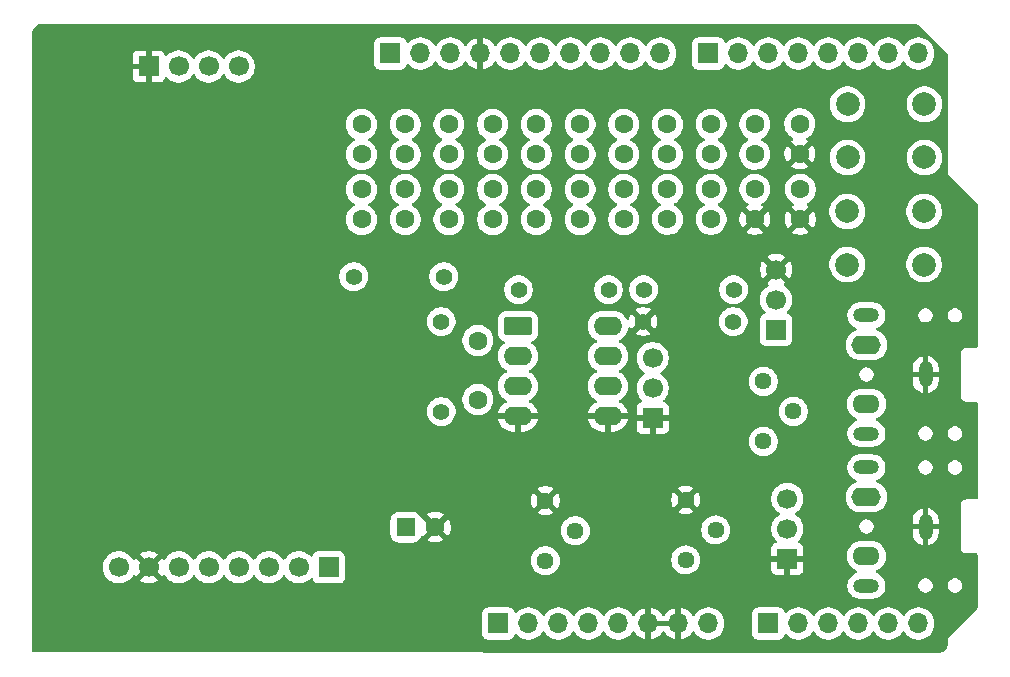
<source format=gbr>
%TF.GenerationSoftware,KiCad,Pcbnew,9.0.7*%
%TF.CreationDate,2026-02-03T14:42:13-07:00*%
%TF.ProjectId,Uno_Shield_DSP,556e6f5f-5368-4696-956c-645f4453502e,rev?*%
%TF.SameCoordinates,Original*%
%TF.FileFunction,Copper,L2,Bot*%
%TF.FilePolarity,Positive*%
%FSLAX46Y46*%
G04 Gerber Fmt 4.6, Leading zero omitted, Abs format (unit mm)*
G04 Created by KiCad (PCBNEW 9.0.7) date 2026-02-03 14:42:13*
%MOMM*%
%LPD*%
G01*
G04 APERTURE LIST*
G04 Aperture macros list*
%AMRoundRect*
0 Rectangle with rounded corners*
0 $1 Rounding radius*
0 $2 $3 $4 $5 $6 $7 $8 $9 X,Y pos of 4 corners*
0 Add a 4 corners polygon primitive as box body*
4,1,4,$2,$3,$4,$5,$6,$7,$8,$9,$2,$3,0*
0 Add four circle primitives for the rounded corners*
1,1,$1+$1,$2,$3*
1,1,$1+$1,$4,$5*
1,1,$1+$1,$6,$7*
1,1,$1+$1,$8,$9*
0 Add four rect primitives between the rounded corners*
20,1,$1+$1,$2,$3,$4,$5,0*
20,1,$1+$1,$4,$5,$6,$7,0*
20,1,$1+$1,$6,$7,$8,$9,0*
20,1,$1+$1,$8,$9,$2,$3,0*%
G04 Aperture macros list end*
%TA.AperFunction,ComponentPad*%
%ADD10R,1.700000X1.700000*%
%TD*%
%TA.AperFunction,ComponentPad*%
%ADD11O,1.700000X1.700000*%
%TD*%
%TA.AperFunction,ComponentPad*%
%ADD12C,1.600000*%
%TD*%
%TA.AperFunction,ComponentPad*%
%ADD13C,2.000000*%
%TD*%
%TA.AperFunction,ComponentPad*%
%ADD14RoundRect,0.250000X-0.950000X-0.550000X0.950000X-0.550000X0.950000X0.550000X-0.950000X0.550000X0*%
%TD*%
%TA.AperFunction,ComponentPad*%
%ADD15O,2.400000X1.600000*%
%TD*%
%TA.AperFunction,ComponentPad*%
%ADD16O,2.200000X1.200000*%
%TD*%
%TA.AperFunction,ComponentPad*%
%ADD17O,2.300000X1.600000*%
%TD*%
%TA.AperFunction,ComponentPad*%
%ADD18O,1.200000X2.200000*%
%TD*%
%TA.AperFunction,ComponentPad*%
%ADD19O,2.500000X1.600000*%
%TD*%
%TA.AperFunction,ComponentPad*%
%ADD20RoundRect,0.250000X-0.550000X-0.550000X0.550000X-0.550000X0.550000X0.550000X-0.550000X0.550000X0*%
%TD*%
%TA.AperFunction,ComponentPad*%
%ADD21C,1.440000*%
%TD*%
%TA.AperFunction,ComponentPad*%
%ADD22C,1.400000*%
%TD*%
%TA.AperFunction,ComponentPad*%
%ADD23C,1.700000*%
%TD*%
G04 APERTURE END LIST*
D10*
%TO.P,J1,1,Pin_1*%
%TO.N,unconnected-(J1-Pin_1-Pad1)*%
X127940000Y-97460000D03*
D11*
%TO.P,J1,2,Pin_2*%
%TO.N,/IOREF*%
X130480000Y-97460000D03*
%TO.P,J1,3,Pin_3*%
%TO.N,/~{RESET}*%
X133020000Y-97460000D03*
%TO.P,J1,4,Pin_4*%
%TO.N,+3V3*%
X135560000Y-97460000D03*
%TO.P,J1,5,Pin_5*%
%TO.N,+5V*%
X138100000Y-97460000D03*
%TO.P,J1,6,Pin_6*%
%TO.N,GND*%
X140640000Y-97460000D03*
%TO.P,J1,7,Pin_7*%
X143180000Y-97460000D03*
%TO.P,J1,8,Pin_8*%
%TO.N,VCC*%
X145720000Y-97460000D03*
%TD*%
D10*
%TO.P,J3,1,Pin_1*%
%TO.N,/A0*%
X150800000Y-97460000D03*
D11*
%TO.P,J3,2,Pin_2*%
%TO.N,/A1*%
X153340000Y-97460000D03*
%TO.P,J3,3,Pin_3*%
%TO.N,/IN_RIGHT*%
X155880000Y-97460000D03*
%TO.P,J3,4,Pin_4*%
%TO.N,/IN_LEFT*%
X158420000Y-97460000D03*
%TO.P,J3,5,Pin_5*%
%TO.N,/SDA{slash}A4*%
X160960000Y-97460000D03*
%TO.P,J3,6,Pin_6*%
%TO.N,/SCL{slash}A5*%
X163500000Y-97460000D03*
%TD*%
D10*
%TO.P,J2,1,Pin_1*%
%TO.N,/SCL*%
X118796000Y-49200000D03*
D11*
%TO.P,J2,2,Pin_2*%
%TO.N,/SDA*%
X121336000Y-49200000D03*
%TO.P,J2,3,Pin_3*%
%TO.N,/AREF*%
X123876000Y-49200000D03*
%TO.P,J2,4,Pin_4*%
%TO.N,GND*%
X126416000Y-49200000D03*
%TO.P,J2,5,Pin_5*%
%TO.N,/D9*%
X128956000Y-49200000D03*
%TO.P,J2,6,Pin_6*%
%TO.N,/D8*%
X131496000Y-49200000D03*
%TO.P,J2,7,Pin_7*%
%TO.N,/D7*%
X134036000Y-49200000D03*
%TO.P,J2,8,Pin_8*%
%TO.N,/D6*%
X136576000Y-49200000D03*
%TO.P,J2,9,Pin_9*%
%TO.N,/D5*%
X139116000Y-49200000D03*
%TO.P,J2,10,Pin_10*%
%TO.N,/D4*%
X141656000Y-49200000D03*
%TD*%
D10*
%TO.P,J4,1,Pin_1*%
%TO.N,/D3*%
X145720000Y-49200000D03*
D11*
%TO.P,J4,2,Pin_2*%
%TO.N,/D2*%
X148260000Y-49200000D03*
%TO.P,J4,3,Pin_3*%
%TO.N,/D1*%
X150800000Y-49200000D03*
%TO.P,J4,4,Pin_4*%
%TO.N,/D0*%
X153340000Y-49200000D03*
%TO.P,J4,5,Pin_5*%
%TO.N,/BT2*%
X155880000Y-49200000D03*
%TO.P,J4,6,Pin_6*%
%TO.N,/BT1*%
X158420000Y-49200000D03*
%TO.P,J4,7,Pin_7*%
%TO.N,/TX{slash}1*%
X160960000Y-49200000D03*
%TO.P,J4,8,Pin_8*%
%TO.N,/RX{slash}0*%
X163500000Y-49200000D03*
%TD*%
D12*
%TO.P,R9,1*%
%TO.N,/D5*%
X131150000Y-55210000D03*
%TO.P,R9,2*%
%TO.N,Net-(R18-Pad1)*%
X131150000Y-57750000D03*
%TD*%
D13*
%TO.P,SW1,1,1*%
%TO.N,+5V*%
X163975000Y-67075000D03*
X157475000Y-67075000D03*
%TO.P,SW1,2,2*%
%TO.N,/BT2*%
X163975000Y-62575000D03*
X157475000Y-62575000D03*
%TD*%
D12*
%TO.P,R17,1*%
%TO.N,Net-(R17-Pad1)*%
X134850000Y-60710000D03*
%TO.P,R17,2*%
%TO.N,Net-(R16-Pad1)*%
X134850000Y-63250000D03*
%TD*%
%TO.P,C2,1*%
%TO.N,Net-(U1A--)*%
X126200000Y-78500000D03*
%TO.P,C2,2*%
%TO.N,Net-(C2-Pad2)*%
X126200000Y-73500000D03*
%TD*%
D14*
%TO.P,U1,1*%
%TO.N,Net-(C2-Pad2)*%
X129590000Y-72290000D03*
D15*
%TO.P,U1,2,-*%
%TO.N,Net-(U1A--)*%
X129590000Y-74830000D03*
%TO.P,U1,3,+*%
%TO.N,Net-(J9-Pin_2)*%
X129590000Y-77370000D03*
%TO.P,U1,4,V-*%
%TO.N,GND*%
X129590000Y-79910000D03*
%TO.P,U1,5,+*%
X137210000Y-79910000D03*
%TO.P,U1,6,-*%
%TO.N,Net-(U1B--)*%
X137210000Y-77370000D03*
%TO.P,U1,7*%
X137210000Y-74830000D03*
%TO.P,U1,8,V+*%
%TO.N,+5V*%
X137210000Y-72290000D03*
%TD*%
D16*
%TO.P,J13,R*%
%TO.N,/AUDIO_OUT*%
X159100000Y-81375000D03*
D17*
%TO.P,J13,RN*%
X159100000Y-78875000D03*
D18*
%TO.P,J13,S*%
%TO.N,GND*%
X164100000Y-76375000D03*
D16*
%TO.P,J13,T*%
%TO.N,/AUDIO_OUT*%
X159100000Y-71375000D03*
D19*
%TO.P,J13,TN*%
X159100000Y-73875000D03*
%TD*%
D20*
%TO.P,C1,1*%
%TO.N,+5V*%
X120100000Y-89300000D03*
D12*
%TO.P,C1,2*%
%TO.N,GND*%
X122600000Y-89300000D03*
%TD*%
D21*
%TO.P,RV3,1,1*%
%TO.N,Net-(R26-Pad2)*%
X150360000Y-82040000D03*
%TO.P,RV3,2,2*%
%TO.N,Net-(J9-Pin_3)*%
X152900000Y-79500000D03*
%TO.P,RV3,3,3*%
%TO.N,Net-(R27-Pad1)*%
X150360000Y-76960000D03*
%TD*%
D12*
%TO.P,R10,1*%
%TO.N,/D6*%
X127450000Y-55210000D03*
%TO.P,R10,2*%
%TO.N,Net-(R10-Pad2)*%
X127450000Y-57750000D03*
%TD*%
%TO.P,R7,1*%
%TO.N,/D3*%
X138550000Y-55210000D03*
%TO.P,R7,2*%
%TO.N,Net-(R16-Pad1)*%
X138550000Y-57750000D03*
%TD*%
D22*
%TO.P,R26,1*%
%TO.N,+5V*%
X140230000Y-69200000D03*
%TO.P,R26,2*%
%TO.N,Net-(R26-Pad2)*%
X147850000Y-69200000D03*
%TD*%
D10*
%TO.P,J5,1,Pin_1*%
%TO.N,unconnected-(J5-Pin_1-Pad1)*%
X113580000Y-92700000D03*
D23*
%TO.P,J5,2,Pin_2*%
%TO.N,unconnected-(J5-Pin_2-Pad2)*%
X111040000Y-92700000D03*
%TO.P,J5,3,Pin_3*%
%TO.N,unconnected-(J5-Pin_3-Pad3)*%
X108500000Y-92700000D03*
%TO.P,J5,4,Pin_4*%
%TO.N,unconnected-(J5-Pin_4-Pad4)*%
X105960000Y-92700000D03*
%TO.P,J5,5,Pin_5*%
%TO.N,/SDA*%
X103420000Y-92700000D03*
%TO.P,J5,6,Pin_6*%
%TO.N,/SCL*%
X100880000Y-92700000D03*
%TO.P,J5,7,Pin_7*%
%TO.N,GND*%
X98340000Y-92700000D03*
%TO.P,J5,8,Pin_8*%
%TO.N,+5V*%
X95800000Y-92700000D03*
%TD*%
D21*
%TO.P,RV1,1,1*%
%TO.N,+5V*%
X131915000Y-92140000D03*
%TO.P,RV1,2,2*%
%TO.N,/A0*%
X134455000Y-89600000D03*
%TO.P,RV1,3,3*%
%TO.N,GND*%
X131915000Y-87060000D03*
%TD*%
D12*
%TO.P,R1,1*%
%TO.N,/BT2*%
X153500000Y-60700000D03*
%TO.P,R1,2*%
%TO.N,GND*%
X153500000Y-63240000D03*
%TD*%
D10*
%TO.P,J6,1,Pin_1*%
%TO.N,GND*%
X98330000Y-50300000D03*
D23*
%TO.P,J6,2,Pin_2*%
%TO.N,+5V*%
X100870000Y-50300000D03*
%TO.P,J6,3,Pin_3*%
%TO.N,/SCL*%
X103410000Y-50300000D03*
%TO.P,J6,4,Pin_4*%
%TO.N,/SDA*%
X105950000Y-50300000D03*
%TD*%
D12*
%TO.P,R2,1*%
%TO.N,/BT1*%
X153450000Y-55150000D03*
%TO.P,R2,2*%
%TO.N,GND*%
X153450000Y-57690000D03*
%TD*%
%TO.P,R14,1*%
%TO.N,Net-(R14-Pad1)*%
X145950000Y-60700000D03*
%TO.P,R14,2*%
%TO.N,Net-(R14-Pad2)*%
X145950000Y-63240000D03*
%TD*%
%TO.P,R5,1*%
%TO.N,/D1*%
X145950000Y-55200000D03*
%TO.P,R5,2*%
%TO.N,Net-(R14-Pad1)*%
X145950000Y-57740000D03*
%TD*%
%TO.P,R13,1*%
%TO.N,/D9*%
X116350000Y-55210000D03*
%TO.P,R13,2*%
%TO.N,Net-(R13-Pad2)*%
X116350000Y-57750000D03*
%TD*%
%TO.P,R20,1*%
%TO.N,Net-(R11-Pad2)*%
X123750000Y-60710000D03*
%TO.P,R20,2*%
%TO.N,Net-(R10-Pad2)*%
X123750000Y-63250000D03*
%TD*%
D16*
%TO.P,J12,R*%
%TO.N,/IN_RIGHT*%
X159100000Y-94250000D03*
D17*
%TO.P,J12,RN*%
X159100000Y-91750000D03*
D18*
%TO.P,J12,S*%
%TO.N,GND*%
X164100000Y-89250000D03*
D16*
%TO.P,J12,T*%
%TO.N,/IN_LEFT*%
X159100000Y-84250000D03*
D19*
%TO.P,J12,TN*%
X159100000Y-86750000D03*
%TD*%
D12*
%TO.P,R12,1*%
%TO.N,/D8*%
X120050000Y-55210000D03*
%TO.P,R12,2*%
%TO.N,Net-(R12-Pad2)*%
X120050000Y-57750000D03*
%TD*%
%TO.P,R16,1*%
%TO.N,Net-(R16-Pad1)*%
X138550000Y-60710000D03*
%TO.P,R16,2*%
%TO.N,Net-(R15-Pad1)*%
X138550000Y-63250000D03*
%TD*%
D22*
%TO.P,R27,1*%
%TO.N,Net-(R27-Pad1)*%
X147820000Y-71900000D03*
%TO.P,R27,2*%
%TO.N,GND*%
X140200000Y-71900000D03*
%TD*%
D13*
%TO.P,SW2,1,1*%
%TO.N,+5V*%
X164000000Y-58000000D03*
X157500000Y-58000000D03*
%TO.P,SW2,2,2*%
%TO.N,/BT1*%
X164000000Y-53500000D03*
X157500000Y-53500000D03*
%TD*%
D12*
%TO.P,R8,1*%
%TO.N,/D4*%
X134850000Y-55210000D03*
%TO.P,R8,2*%
%TO.N,Net-(R17-Pad1)*%
X134850000Y-57750000D03*
%TD*%
%TO.P,R21,1*%
%TO.N,Net-(R12-Pad2)*%
X120050000Y-60710000D03*
%TO.P,R21,2*%
%TO.N,Net-(R11-Pad2)*%
X120050000Y-63250000D03*
%TD*%
D22*
%TO.P,R23,1*%
%TO.N,Net-(U1A--)*%
X123300000Y-68100000D03*
%TO.P,R23,2*%
%TO.N,Net-(R13-Pad2)*%
X115680000Y-68100000D03*
%TD*%
%TO.P,R25,1*%
%TO.N,/AUDIO_OUT*%
X137260000Y-69200000D03*
%TO.P,R25,2*%
%TO.N,Net-(C2-Pad2)*%
X129640000Y-69200000D03*
%TD*%
D10*
%TO.P,J9,1,Pin_1*%
%TO.N,GND*%
X141000000Y-80080000D03*
D23*
%TO.P,J9,2,Pin_2*%
%TO.N,Net-(J9-Pin_2)*%
X141000000Y-77540000D03*
%TO.P,J9,3,Pin_3*%
%TO.N,Net-(J9-Pin_3)*%
X141000000Y-75000000D03*
%TD*%
D21*
%TO.P,RV2,1,1*%
%TO.N,+5V*%
X143800000Y-92080000D03*
%TO.P,RV2,2,2*%
%TO.N,/A1*%
X146340000Y-89540000D03*
%TO.P,RV2,3,3*%
%TO.N,GND*%
X143800000Y-87000000D03*
%TD*%
D12*
%TO.P,R6,1*%
%TO.N,/D2*%
X142250000Y-55210000D03*
%TO.P,R6,2*%
%TO.N,Net-(R15-Pad1)*%
X142250000Y-57750000D03*
%TD*%
%TO.P,R22,1*%
%TO.N,Net-(R13-Pad2)*%
X116350000Y-60710000D03*
%TO.P,R22,2*%
%TO.N,Net-(R12-Pad2)*%
X116350000Y-63250000D03*
%TD*%
%TO.P,R4,1*%
%TO.N,/D0*%
X149650000Y-55200000D03*
%TO.P,R4,2*%
%TO.N,Net-(R14-Pad2)*%
X149650000Y-57740000D03*
%TD*%
%TO.P,R11,1*%
%TO.N,/D7*%
X123750000Y-55210000D03*
%TO.P,R11,2*%
%TO.N,Net-(R11-Pad2)*%
X123750000Y-57750000D03*
%TD*%
%TO.P,R3,1*%
%TO.N,Net-(R14-Pad2)*%
X149650000Y-60700000D03*
%TO.P,R3,2*%
%TO.N,GND*%
X149650000Y-63240000D03*
%TD*%
%TO.P,R18,1*%
%TO.N,Net-(R18-Pad1)*%
X131150000Y-60710000D03*
%TO.P,R18,2*%
%TO.N,Net-(R17-Pad1)*%
X131150000Y-63250000D03*
%TD*%
%TO.P,R19,1*%
%TO.N,Net-(R10-Pad2)*%
X127450000Y-60710000D03*
%TO.P,R19,2*%
%TO.N,Net-(R18-Pad1)*%
X127450000Y-63250000D03*
%TD*%
D10*
%TO.P,J11,1,Pin_1*%
%TO.N,/AUDIO_OUT*%
X151450000Y-72590000D03*
D23*
%TO.P,J11,2,Pin_2*%
X151450000Y-70050000D03*
%TO.P,J11,3,Pin_3*%
%TO.N,GND*%
X151450000Y-67510000D03*
%TD*%
D12*
%TO.P,R15,1*%
%TO.N,Net-(R15-Pad1)*%
X142250000Y-60700000D03*
%TO.P,R15,2*%
%TO.N,Net-(R14-Pad1)*%
X142250000Y-63240000D03*
%TD*%
D10*
%TO.P,J10,1,Pin_1*%
%TO.N,GND*%
X152400000Y-91980000D03*
D23*
%TO.P,J10,2,Pin_2*%
%TO.N,/IN_RIGHT*%
X152400000Y-89440000D03*
%TO.P,J10,3,Pin_3*%
%TO.N,/IN_LEFT*%
X152400000Y-86900000D03*
%TD*%
D22*
%TO.P,R24,1*%
%TO.N,Net-(C2-Pad2)*%
X123100000Y-71900000D03*
%TO.P,R24,2*%
%TO.N,Net-(U1A--)*%
X123100000Y-79520000D03*
%TD*%
%TA.AperFunction,Conductor*%
%TO.N,GND*%
G36*
X142714075Y-97267007D02*
G01*
X142680000Y-97394174D01*
X142680000Y-97525826D01*
X142714075Y-97652993D01*
X142746988Y-97710000D01*
X141073012Y-97710000D01*
X141105925Y-97652993D01*
X141140000Y-97525826D01*
X141140000Y-97394174D01*
X141105925Y-97267007D01*
X141073012Y-97210000D01*
X142746988Y-97210000D01*
X142714075Y-97267007D01*
G37*
%TD.AperFunction*%
%TA.AperFunction,Conductor*%
G36*
X163417372Y-46735487D02*
G01*
X163484407Y-46755182D01*
X163505033Y-46771806D01*
X165928181Y-49194954D01*
X165961666Y-49256277D01*
X165964500Y-49282635D01*
X165964500Y-59344982D01*
X165964500Y-59375018D01*
X165975994Y-59402767D01*
X165975995Y-59402768D01*
X168468181Y-61894954D01*
X168501666Y-61956277D01*
X168504500Y-61982635D01*
X168504500Y-74000500D01*
X168484815Y-74067539D01*
X168432011Y-74113294D01*
X168380500Y-74124500D01*
X167580000Y-74124500D01*
X167517399Y-74124500D01*
X167410751Y-74153076D01*
X167396460Y-74156906D01*
X167288039Y-74219503D01*
X167288033Y-74219508D01*
X167199507Y-74308034D01*
X167199503Y-74308040D01*
X167136905Y-74416462D01*
X167136904Y-74416465D01*
X167104500Y-74537400D01*
X167104500Y-78175469D01*
X167104500Y-78200000D01*
X167104500Y-78262601D01*
X167136905Y-78383536D01*
X167199505Y-78491964D01*
X167288036Y-78580495D01*
X167396464Y-78643095D01*
X167517399Y-78675500D01*
X167564982Y-78675500D01*
X168380500Y-78675500D01*
X168447539Y-78695185D01*
X168493294Y-78747989D01*
X168504500Y-78799500D01*
X168504500Y-86820500D01*
X168484815Y-86887539D01*
X168432011Y-86933294D01*
X168380500Y-86944500D01*
X167604531Y-86944500D01*
X167580000Y-86944500D01*
X167517399Y-86944500D01*
X167444685Y-86963984D01*
X167396463Y-86976905D01*
X167288037Y-87039504D01*
X167288034Y-87039506D01*
X167199506Y-87128034D01*
X167199504Y-87128037D01*
X167136905Y-87236463D01*
X167136905Y-87236464D01*
X167104500Y-87357399D01*
X167104500Y-87404982D01*
X167104500Y-90995469D01*
X167104500Y-91020000D01*
X167104500Y-91082601D01*
X167136905Y-91203536D01*
X167199505Y-91311964D01*
X167288036Y-91400495D01*
X167396464Y-91463095D01*
X167517399Y-91495500D01*
X167564982Y-91495500D01*
X168380500Y-91495500D01*
X168447539Y-91515185D01*
X168493294Y-91567989D01*
X168504500Y-91619500D01*
X168504500Y-96107364D01*
X168484815Y-96174403D01*
X168468181Y-96195045D01*
X165997233Y-98665994D01*
X165975995Y-98687231D01*
X165964500Y-98714982D01*
X165964500Y-99231907D01*
X165963903Y-99244062D01*
X165952505Y-99359778D01*
X165947763Y-99383618D01*
X165917832Y-99482290D01*
X165915789Y-99489024D01*
X165906486Y-99511482D01*
X165854561Y-99608627D01*
X165841056Y-99628839D01*
X165771176Y-99713988D01*
X165753988Y-99731176D01*
X165668839Y-99801056D01*
X165648627Y-99814561D01*
X165551482Y-99866486D01*
X165529028Y-99875787D01*
X165487028Y-99888528D01*
X165423618Y-99907763D01*
X165399777Y-99912505D01*
X165284072Y-99923901D01*
X165271900Y-99924498D01*
X88599482Y-99913633D01*
X88532446Y-99893939D01*
X88486698Y-99841128D01*
X88475500Y-99789633D01*
X88475500Y-96561345D01*
X126581500Y-96561345D01*
X126581500Y-98358654D01*
X126588011Y-98419202D01*
X126588011Y-98419204D01*
X126639111Y-98556204D01*
X126726739Y-98673261D01*
X126843796Y-98760889D01*
X126980799Y-98811989D01*
X127008050Y-98814918D01*
X127041345Y-98818499D01*
X127041362Y-98818500D01*
X128838638Y-98818500D01*
X128838654Y-98818499D01*
X128865692Y-98815591D01*
X128899201Y-98811989D01*
X129036204Y-98760889D01*
X129153261Y-98673261D01*
X129240889Y-98556204D01*
X129285957Y-98435371D01*
X129327827Y-98379442D01*
X129393291Y-98355025D01*
X129461564Y-98369877D01*
X129489818Y-98391028D01*
X129594996Y-98496206D01*
X129767991Y-98621894D01*
X129854542Y-98665994D01*
X129958516Y-98718972D01*
X129958519Y-98718973D01*
X130060200Y-98752010D01*
X130161884Y-98785049D01*
X130373084Y-98818500D01*
X130373085Y-98818500D01*
X130586915Y-98818500D01*
X130586916Y-98818500D01*
X130798116Y-98785049D01*
X131001483Y-98718972D01*
X131192009Y-98621894D01*
X131365004Y-98496206D01*
X131516206Y-98345004D01*
X131641894Y-98172009D01*
X131641896Y-98172004D01*
X131644270Y-98168132D01*
X131696080Y-98121254D01*
X131765009Y-98109829D01*
X131829173Y-98137483D01*
X131855730Y-98168132D01*
X131858103Y-98172005D01*
X131858105Y-98172008D01*
X131858106Y-98172009D01*
X131983794Y-98345004D01*
X132134996Y-98496206D01*
X132307991Y-98621894D01*
X132394542Y-98665994D01*
X132498516Y-98718972D01*
X132498519Y-98718973D01*
X132600200Y-98752010D01*
X132701884Y-98785049D01*
X132913084Y-98818500D01*
X132913085Y-98818500D01*
X133126915Y-98818500D01*
X133126916Y-98818500D01*
X133338116Y-98785049D01*
X133541483Y-98718972D01*
X133732009Y-98621894D01*
X133905004Y-98496206D01*
X134056206Y-98345004D01*
X134181894Y-98172009D01*
X134181896Y-98172004D01*
X134184270Y-98168132D01*
X134236080Y-98121254D01*
X134305009Y-98109829D01*
X134369173Y-98137483D01*
X134395730Y-98168132D01*
X134398103Y-98172005D01*
X134398105Y-98172008D01*
X134398106Y-98172009D01*
X134523794Y-98345004D01*
X134674996Y-98496206D01*
X134847991Y-98621894D01*
X134934542Y-98665994D01*
X135038516Y-98718972D01*
X135038519Y-98718973D01*
X135140200Y-98752010D01*
X135241884Y-98785049D01*
X135453084Y-98818500D01*
X135453085Y-98818500D01*
X135666915Y-98818500D01*
X135666916Y-98818500D01*
X135878116Y-98785049D01*
X136081483Y-98718972D01*
X136272009Y-98621894D01*
X136445004Y-98496206D01*
X136596206Y-98345004D01*
X136721894Y-98172009D01*
X136721896Y-98172004D01*
X136724270Y-98168132D01*
X136776080Y-98121254D01*
X136845009Y-98109829D01*
X136909173Y-98137483D01*
X136935730Y-98168132D01*
X136938103Y-98172005D01*
X136938105Y-98172008D01*
X136938106Y-98172009D01*
X137063794Y-98345004D01*
X137214996Y-98496206D01*
X137387991Y-98621894D01*
X137474542Y-98665994D01*
X137578516Y-98718972D01*
X137578519Y-98718973D01*
X137680200Y-98752010D01*
X137781884Y-98785049D01*
X137993084Y-98818500D01*
X137993085Y-98818500D01*
X138206915Y-98818500D01*
X138206916Y-98818500D01*
X138418116Y-98785049D01*
X138621483Y-98718972D01*
X138812009Y-98621894D01*
X138985004Y-98496206D01*
X139136206Y-98345004D01*
X139261894Y-98172009D01*
X139264283Y-98167319D01*
X139312254Y-98116522D01*
X139380074Y-98099724D01*
X139446210Y-98122258D01*
X139482201Y-98163788D01*
X139482832Y-98163402D01*
X139485164Y-98167207D01*
X139485251Y-98167308D01*
X139485376Y-98167554D01*
X139610272Y-98339459D01*
X139610276Y-98339464D01*
X139760535Y-98489723D01*
X139760540Y-98489727D01*
X139932442Y-98614620D01*
X140121782Y-98711095D01*
X140323871Y-98776757D01*
X140390000Y-98787231D01*
X140390000Y-97893012D01*
X140447007Y-97925925D01*
X140574174Y-97960000D01*
X140705826Y-97960000D01*
X140832993Y-97925925D01*
X140890000Y-97893012D01*
X140890000Y-98787230D01*
X140956126Y-98776757D01*
X140956129Y-98776757D01*
X141158217Y-98711095D01*
X141347557Y-98614620D01*
X141519459Y-98489727D01*
X141519464Y-98489723D01*
X141669723Y-98339464D01*
X141669727Y-98339459D01*
X141794620Y-98167558D01*
X141799514Y-98157954D01*
X141847488Y-98107157D01*
X141915308Y-98090361D01*
X141981444Y-98112897D01*
X142020486Y-98157954D01*
X142025379Y-98167558D01*
X142150272Y-98339459D01*
X142150276Y-98339464D01*
X142300535Y-98489723D01*
X142300540Y-98489727D01*
X142472442Y-98614620D01*
X142661782Y-98711095D01*
X142863871Y-98776757D01*
X142930000Y-98787231D01*
X142930000Y-97893012D01*
X142987007Y-97925925D01*
X143114174Y-97960000D01*
X143245826Y-97960000D01*
X143372993Y-97925925D01*
X143430000Y-97893012D01*
X143430000Y-98787230D01*
X143496126Y-98776757D01*
X143496129Y-98776757D01*
X143698217Y-98711095D01*
X143887557Y-98614620D01*
X144059459Y-98489727D01*
X144059464Y-98489723D01*
X144209723Y-98339464D01*
X144209727Y-98339459D01*
X144334619Y-98167560D01*
X144334738Y-98167327D01*
X144334808Y-98167252D01*
X144337168Y-98163402D01*
X144337976Y-98163897D01*
X144382707Y-98116526D01*
X144450526Y-98099723D01*
X144516663Y-98122254D01*
X144555712Y-98167311D01*
X144558105Y-98172008D01*
X144600002Y-98229674D01*
X144683794Y-98345004D01*
X144834996Y-98496206D01*
X145007991Y-98621894D01*
X145094542Y-98665994D01*
X145198516Y-98718972D01*
X145198519Y-98718973D01*
X145300200Y-98752010D01*
X145401884Y-98785049D01*
X145613084Y-98818500D01*
X145613085Y-98818500D01*
X145826915Y-98818500D01*
X145826916Y-98818500D01*
X146038116Y-98785049D01*
X146241483Y-98718972D01*
X146432009Y-98621894D01*
X146605004Y-98496206D01*
X146756206Y-98345004D01*
X146881894Y-98172009D01*
X146978972Y-97981483D01*
X147045049Y-97778116D01*
X147078500Y-97566916D01*
X147078500Y-97353084D01*
X147045049Y-97141884D01*
X146978972Y-96938517D01*
X146978972Y-96938516D01*
X146923495Y-96829638D01*
X146881894Y-96747991D01*
X146756206Y-96574996D01*
X146742555Y-96561345D01*
X149441500Y-96561345D01*
X149441500Y-98358654D01*
X149448011Y-98419202D01*
X149448011Y-98419204D01*
X149499111Y-98556204D01*
X149586739Y-98673261D01*
X149703796Y-98760889D01*
X149840799Y-98811989D01*
X149868050Y-98814918D01*
X149901345Y-98818499D01*
X149901362Y-98818500D01*
X151698638Y-98818500D01*
X151698654Y-98818499D01*
X151725692Y-98815591D01*
X151759201Y-98811989D01*
X151896204Y-98760889D01*
X152013261Y-98673261D01*
X152100889Y-98556204D01*
X152145957Y-98435371D01*
X152187827Y-98379442D01*
X152253291Y-98355025D01*
X152321564Y-98369877D01*
X152349818Y-98391028D01*
X152454996Y-98496206D01*
X152627991Y-98621894D01*
X152714542Y-98665994D01*
X152818516Y-98718972D01*
X152818519Y-98718973D01*
X152920200Y-98752010D01*
X153021884Y-98785049D01*
X153233084Y-98818500D01*
X153233085Y-98818500D01*
X153446915Y-98818500D01*
X153446916Y-98818500D01*
X153658116Y-98785049D01*
X153861483Y-98718972D01*
X154052009Y-98621894D01*
X154225004Y-98496206D01*
X154376206Y-98345004D01*
X154501894Y-98172009D01*
X154501896Y-98172004D01*
X154504270Y-98168132D01*
X154556080Y-98121254D01*
X154625009Y-98109829D01*
X154689173Y-98137483D01*
X154715730Y-98168132D01*
X154718103Y-98172005D01*
X154718105Y-98172008D01*
X154718106Y-98172009D01*
X154843794Y-98345004D01*
X154994996Y-98496206D01*
X155167991Y-98621894D01*
X155254542Y-98665994D01*
X155358516Y-98718972D01*
X155358519Y-98718973D01*
X155460200Y-98752010D01*
X155561884Y-98785049D01*
X155773084Y-98818500D01*
X155773085Y-98818500D01*
X155986915Y-98818500D01*
X155986916Y-98818500D01*
X156198116Y-98785049D01*
X156401483Y-98718972D01*
X156592009Y-98621894D01*
X156765004Y-98496206D01*
X156916206Y-98345004D01*
X157041894Y-98172009D01*
X157041896Y-98172004D01*
X157044270Y-98168132D01*
X157096080Y-98121254D01*
X157165009Y-98109829D01*
X157229173Y-98137483D01*
X157255730Y-98168132D01*
X157258103Y-98172005D01*
X157258105Y-98172008D01*
X157258106Y-98172009D01*
X157383794Y-98345004D01*
X157534996Y-98496206D01*
X157707991Y-98621894D01*
X157794542Y-98665994D01*
X157898516Y-98718972D01*
X157898519Y-98718973D01*
X158000200Y-98752010D01*
X158101884Y-98785049D01*
X158313084Y-98818500D01*
X158313085Y-98818500D01*
X158526915Y-98818500D01*
X158526916Y-98818500D01*
X158738116Y-98785049D01*
X158941483Y-98718972D01*
X159132009Y-98621894D01*
X159305004Y-98496206D01*
X159456206Y-98345004D01*
X159581894Y-98172009D01*
X159581896Y-98172004D01*
X159584270Y-98168132D01*
X159636080Y-98121254D01*
X159705009Y-98109829D01*
X159769173Y-98137483D01*
X159795730Y-98168132D01*
X159798103Y-98172005D01*
X159798105Y-98172008D01*
X159798106Y-98172009D01*
X159923794Y-98345004D01*
X160074996Y-98496206D01*
X160247991Y-98621894D01*
X160334542Y-98665994D01*
X160438516Y-98718972D01*
X160438519Y-98718973D01*
X160540200Y-98752010D01*
X160641884Y-98785049D01*
X160853084Y-98818500D01*
X160853085Y-98818500D01*
X161066915Y-98818500D01*
X161066916Y-98818500D01*
X161278116Y-98785049D01*
X161481483Y-98718972D01*
X161672009Y-98621894D01*
X161845004Y-98496206D01*
X161996206Y-98345004D01*
X162121894Y-98172009D01*
X162121896Y-98172004D01*
X162124270Y-98168132D01*
X162176080Y-98121254D01*
X162245009Y-98109829D01*
X162309173Y-98137483D01*
X162335730Y-98168132D01*
X162338103Y-98172005D01*
X162338105Y-98172008D01*
X162338106Y-98172009D01*
X162463794Y-98345004D01*
X162614996Y-98496206D01*
X162787991Y-98621894D01*
X162874542Y-98665994D01*
X162978516Y-98718972D01*
X162978519Y-98718973D01*
X163080200Y-98752010D01*
X163181884Y-98785049D01*
X163393084Y-98818500D01*
X163393085Y-98818500D01*
X163606915Y-98818500D01*
X163606916Y-98818500D01*
X163818116Y-98785049D01*
X164021483Y-98718972D01*
X164212009Y-98621894D01*
X164385004Y-98496206D01*
X164536206Y-98345004D01*
X164661894Y-98172009D01*
X164758972Y-97981483D01*
X164825049Y-97778116D01*
X164858500Y-97566916D01*
X164858500Y-97353084D01*
X164825049Y-97141884D01*
X164758972Y-96938517D01*
X164758972Y-96938516D01*
X164703495Y-96829638D01*
X164661894Y-96747991D01*
X164536206Y-96574996D01*
X164385004Y-96423794D01*
X164212009Y-96298106D01*
X164021483Y-96201027D01*
X164021480Y-96201026D01*
X163818117Y-96134951D01*
X163712516Y-96118225D01*
X163606916Y-96101500D01*
X163393084Y-96101500D01*
X163322684Y-96112650D01*
X163181882Y-96134951D01*
X162978519Y-96201026D01*
X162978516Y-96201027D01*
X162787990Y-96298106D01*
X162614993Y-96423796D01*
X162463796Y-96574993D01*
X162338105Y-96747991D01*
X162335727Y-96751873D01*
X162283914Y-96798748D01*
X162214984Y-96810169D01*
X162150822Y-96782512D01*
X162124273Y-96751873D01*
X162121894Y-96747991D01*
X162121891Y-96747987D01*
X161996206Y-96574996D01*
X161845004Y-96423794D01*
X161672009Y-96298106D01*
X161481483Y-96201027D01*
X161481480Y-96201026D01*
X161278117Y-96134951D01*
X161172516Y-96118225D01*
X161066916Y-96101500D01*
X160853084Y-96101500D01*
X160782684Y-96112650D01*
X160641882Y-96134951D01*
X160438519Y-96201026D01*
X160438516Y-96201027D01*
X160247990Y-96298106D01*
X160074993Y-96423796D01*
X159923796Y-96574993D01*
X159798105Y-96747991D01*
X159795727Y-96751873D01*
X159743914Y-96798748D01*
X159674984Y-96810169D01*
X159610822Y-96782512D01*
X159584273Y-96751873D01*
X159581894Y-96747991D01*
X159581891Y-96747987D01*
X159456206Y-96574996D01*
X159305004Y-96423794D01*
X159132009Y-96298106D01*
X158941483Y-96201027D01*
X158941480Y-96201026D01*
X158738117Y-96134951D01*
X158632516Y-96118225D01*
X158526916Y-96101500D01*
X158313084Y-96101500D01*
X158242684Y-96112650D01*
X158101882Y-96134951D01*
X157898519Y-96201026D01*
X157898516Y-96201027D01*
X157707990Y-96298106D01*
X157534993Y-96423796D01*
X157383796Y-96574993D01*
X157258105Y-96747991D01*
X157255727Y-96751873D01*
X157203914Y-96798748D01*
X157134984Y-96810169D01*
X157070822Y-96782512D01*
X157044273Y-96751873D01*
X157041894Y-96747991D01*
X157041891Y-96747987D01*
X156916206Y-96574996D01*
X156765004Y-96423794D01*
X156592009Y-96298106D01*
X156401483Y-96201027D01*
X156401480Y-96201026D01*
X156198117Y-96134951D01*
X156092516Y-96118225D01*
X155986916Y-96101500D01*
X155773084Y-96101500D01*
X155702684Y-96112650D01*
X155561882Y-96134951D01*
X155358519Y-96201026D01*
X155358516Y-96201027D01*
X155167990Y-96298106D01*
X154994993Y-96423796D01*
X154843796Y-96574993D01*
X154718105Y-96747991D01*
X154715727Y-96751873D01*
X154663914Y-96798748D01*
X154594984Y-96810169D01*
X154530822Y-96782512D01*
X154504273Y-96751873D01*
X154501894Y-96747991D01*
X154501891Y-96747987D01*
X154376206Y-96574996D01*
X154225004Y-96423794D01*
X154052009Y-96298106D01*
X153861483Y-96201027D01*
X153861480Y-96201026D01*
X153658117Y-96134951D01*
X153552516Y-96118225D01*
X153446916Y-96101500D01*
X153233084Y-96101500D01*
X153162684Y-96112650D01*
X153021882Y-96134951D01*
X152818519Y-96201026D01*
X152818516Y-96201027D01*
X152627990Y-96298106D01*
X152454997Y-96423793D01*
X152349818Y-96528972D01*
X152288495Y-96562456D01*
X152218803Y-96557472D01*
X152162870Y-96515600D01*
X152145958Y-96484629D01*
X152100889Y-96363796D01*
X152013261Y-96246739D01*
X151896204Y-96159111D01*
X151895172Y-96158726D01*
X151759203Y-96108011D01*
X151698654Y-96101500D01*
X151698638Y-96101500D01*
X149901362Y-96101500D01*
X149901345Y-96101500D01*
X149840797Y-96108011D01*
X149840795Y-96108011D01*
X149703795Y-96159111D01*
X149586739Y-96246739D01*
X149499111Y-96363795D01*
X149448011Y-96500795D01*
X149448011Y-96500797D01*
X149441500Y-96561345D01*
X146742555Y-96561345D01*
X146605004Y-96423794D01*
X146432009Y-96298106D01*
X146241483Y-96201027D01*
X146241480Y-96201026D01*
X146038117Y-96134951D01*
X145932516Y-96118225D01*
X145826916Y-96101500D01*
X145613084Y-96101500D01*
X145542684Y-96112650D01*
X145401882Y-96134951D01*
X145198519Y-96201026D01*
X145198516Y-96201027D01*
X145007990Y-96298106D01*
X144834993Y-96423796D01*
X144683796Y-96574993D01*
X144558103Y-96747994D01*
X144555709Y-96752693D01*
X144507731Y-96803485D01*
X144439908Y-96820275D01*
X144373775Y-96797732D01*
X144337800Y-96756210D01*
X144337168Y-96756598D01*
X144334829Y-96752781D01*
X144334743Y-96752682D01*
X144334620Y-96752441D01*
X144209727Y-96580540D01*
X144209723Y-96580535D01*
X144059464Y-96430276D01*
X144059459Y-96430272D01*
X143887557Y-96305379D01*
X143698215Y-96208903D01*
X143496124Y-96143241D01*
X143430000Y-96132768D01*
X143430000Y-97026988D01*
X143372993Y-96994075D01*
X143245826Y-96960000D01*
X143114174Y-96960000D01*
X142987007Y-96994075D01*
X142930000Y-97026988D01*
X142930000Y-96132768D01*
X142929999Y-96132768D01*
X142863875Y-96143241D01*
X142661784Y-96208903D01*
X142472442Y-96305379D01*
X142300540Y-96430272D01*
X142300535Y-96430276D01*
X142150276Y-96580535D01*
X142150272Y-96580540D01*
X142025377Y-96752444D01*
X142020484Y-96762048D01*
X141972509Y-96812844D01*
X141904688Y-96829638D01*
X141838553Y-96807100D01*
X141799516Y-96762048D01*
X141794622Y-96752444D01*
X141669727Y-96580540D01*
X141669723Y-96580535D01*
X141519464Y-96430276D01*
X141519459Y-96430272D01*
X141347557Y-96305379D01*
X141158215Y-96208903D01*
X140956124Y-96143241D01*
X140890000Y-96132768D01*
X140890000Y-97026988D01*
X140832993Y-96994075D01*
X140705826Y-96960000D01*
X140574174Y-96960000D01*
X140447007Y-96994075D01*
X140390000Y-97026988D01*
X140390000Y-96132768D01*
X140389999Y-96132768D01*
X140323875Y-96143241D01*
X140121784Y-96208903D01*
X139932442Y-96305379D01*
X139760540Y-96430272D01*
X139760535Y-96430276D01*
X139610276Y-96580535D01*
X139610272Y-96580540D01*
X139485376Y-96752446D01*
X139485374Y-96752448D01*
X139485246Y-96752701D01*
X139485172Y-96752779D01*
X139482832Y-96756598D01*
X139482029Y-96756106D01*
X139437264Y-96803489D01*
X139369441Y-96820274D01*
X139303309Y-96797727D01*
X139264285Y-96752683D01*
X139261895Y-96747992D01*
X139230472Y-96704742D01*
X139136206Y-96574996D01*
X138985004Y-96423794D01*
X138812009Y-96298106D01*
X138621483Y-96201027D01*
X138621480Y-96201026D01*
X138418117Y-96134951D01*
X138312516Y-96118225D01*
X138206916Y-96101500D01*
X137993084Y-96101500D01*
X137922684Y-96112650D01*
X137781882Y-96134951D01*
X137578519Y-96201026D01*
X137578516Y-96201027D01*
X137387990Y-96298106D01*
X137214993Y-96423796D01*
X137063796Y-96574993D01*
X136938105Y-96747991D01*
X136935727Y-96751873D01*
X136883914Y-96798748D01*
X136814984Y-96810169D01*
X136750822Y-96782512D01*
X136724273Y-96751873D01*
X136721894Y-96747991D01*
X136721891Y-96747987D01*
X136596206Y-96574996D01*
X136445004Y-96423794D01*
X136272009Y-96298106D01*
X136081483Y-96201027D01*
X136081480Y-96201026D01*
X135878117Y-96134951D01*
X135772516Y-96118225D01*
X135666916Y-96101500D01*
X135453084Y-96101500D01*
X135382684Y-96112650D01*
X135241882Y-96134951D01*
X135038519Y-96201026D01*
X135038516Y-96201027D01*
X134847990Y-96298106D01*
X134674993Y-96423796D01*
X134523796Y-96574993D01*
X134398105Y-96747991D01*
X134395727Y-96751873D01*
X134343914Y-96798748D01*
X134274984Y-96810169D01*
X134210822Y-96782512D01*
X134184273Y-96751873D01*
X134181894Y-96747991D01*
X134181891Y-96747987D01*
X134056206Y-96574996D01*
X133905004Y-96423794D01*
X133732009Y-96298106D01*
X133541483Y-96201027D01*
X133541480Y-96201026D01*
X133338117Y-96134951D01*
X133232516Y-96118225D01*
X133126916Y-96101500D01*
X132913084Y-96101500D01*
X132842684Y-96112650D01*
X132701882Y-96134951D01*
X132498519Y-96201026D01*
X132498516Y-96201027D01*
X132307990Y-96298106D01*
X132134993Y-96423796D01*
X131983796Y-96574993D01*
X131858105Y-96747991D01*
X131855727Y-96751873D01*
X131803914Y-96798748D01*
X131734984Y-96810169D01*
X131670822Y-96782512D01*
X131644273Y-96751873D01*
X131641894Y-96747991D01*
X131641891Y-96747987D01*
X131516206Y-96574996D01*
X131365004Y-96423794D01*
X131192009Y-96298106D01*
X131001483Y-96201027D01*
X131001480Y-96201026D01*
X130798117Y-96134951D01*
X130692516Y-96118225D01*
X130586916Y-96101500D01*
X130373084Y-96101500D01*
X130302684Y-96112650D01*
X130161882Y-96134951D01*
X129958519Y-96201026D01*
X129958516Y-96201027D01*
X129767990Y-96298106D01*
X129594997Y-96423793D01*
X129489818Y-96528972D01*
X129428495Y-96562456D01*
X129358803Y-96557472D01*
X129302870Y-96515600D01*
X129285958Y-96484629D01*
X129240889Y-96363796D01*
X129153261Y-96246739D01*
X129036204Y-96159111D01*
X129035172Y-96158726D01*
X128899203Y-96108011D01*
X128838654Y-96101500D01*
X128838638Y-96101500D01*
X127041362Y-96101500D01*
X127041345Y-96101500D01*
X126980797Y-96108011D01*
X126980795Y-96108011D01*
X126843795Y-96159111D01*
X126726739Y-96246739D01*
X126639111Y-96363795D01*
X126588011Y-96500795D01*
X126588011Y-96500797D01*
X126581500Y-96561345D01*
X88475500Y-96561345D01*
X88475500Y-92593084D01*
X94441500Y-92593084D01*
X94441500Y-92806915D01*
X94474951Y-93018117D01*
X94541026Y-93221480D01*
X94541027Y-93221483D01*
X94633915Y-93403783D01*
X94638106Y-93412009D01*
X94763794Y-93585004D01*
X94914996Y-93736206D01*
X95087991Y-93861894D01*
X95126058Y-93881290D01*
X95278516Y-93958972D01*
X95278519Y-93958973D01*
X95375318Y-93990424D01*
X95481884Y-94025049D01*
X95693084Y-94058500D01*
X95693085Y-94058500D01*
X95906915Y-94058500D01*
X95906916Y-94058500D01*
X96118116Y-94025049D01*
X96321483Y-93958972D01*
X96512009Y-93861894D01*
X96685004Y-93736206D01*
X96836206Y-93585004D01*
X96961894Y-93412009D01*
X96964283Y-93407319D01*
X97012254Y-93356522D01*
X97080074Y-93339724D01*
X97146210Y-93362258D01*
X97182196Y-93403783D01*
X97182829Y-93403396D01*
X97185167Y-93407211D01*
X97185251Y-93407308D01*
X97185371Y-93407545D01*
X97185373Y-93407547D01*
X97224728Y-93461716D01*
X97857037Y-92829408D01*
X97874075Y-92892993D01*
X97939901Y-93007007D01*
X98032993Y-93100099D01*
X98147007Y-93165925D01*
X98210590Y-93182962D01*
X97578282Y-93815269D01*
X97578282Y-93815270D01*
X97632449Y-93854624D01*
X97821782Y-93951095D01*
X98023870Y-94016757D01*
X98233754Y-94050000D01*
X98446246Y-94050000D01*
X98656127Y-94016757D01*
X98656130Y-94016757D01*
X98858217Y-93951095D01*
X99047554Y-93854622D01*
X99101716Y-93815270D01*
X99101717Y-93815270D01*
X98469408Y-93182962D01*
X98532993Y-93165925D01*
X98647007Y-93100099D01*
X98740099Y-93007007D01*
X98805925Y-92892993D01*
X98822962Y-92829408D01*
X99455270Y-93461717D01*
X99455270Y-93461716D01*
X99494621Y-93407556D01*
X99494738Y-93407327D01*
X99494808Y-93407252D01*
X99497168Y-93403402D01*
X99497976Y-93403897D01*
X99542707Y-93356526D01*
X99610526Y-93339723D01*
X99676663Y-93362254D01*
X99715712Y-93407311D01*
X99718105Y-93412008D01*
X99754220Y-93461716D01*
X99843794Y-93585004D01*
X99994996Y-93736206D01*
X100167991Y-93861894D01*
X100206058Y-93881290D01*
X100358516Y-93958972D01*
X100358519Y-93958973D01*
X100455318Y-93990424D01*
X100561884Y-94025049D01*
X100773084Y-94058500D01*
X100773085Y-94058500D01*
X100986915Y-94058500D01*
X100986916Y-94058500D01*
X101198116Y-94025049D01*
X101401483Y-93958972D01*
X101592009Y-93861894D01*
X101765004Y-93736206D01*
X101916206Y-93585004D01*
X102041894Y-93412009D01*
X102041896Y-93412004D01*
X102044270Y-93408132D01*
X102096080Y-93361254D01*
X102165009Y-93349829D01*
X102229173Y-93377483D01*
X102255730Y-93408132D01*
X102258103Y-93412005D01*
X102258105Y-93412008D01*
X102258106Y-93412009D01*
X102383794Y-93585004D01*
X102534996Y-93736206D01*
X102707991Y-93861894D01*
X102746058Y-93881290D01*
X102898516Y-93958972D01*
X102898519Y-93958973D01*
X102995318Y-93990424D01*
X103101884Y-94025049D01*
X103313084Y-94058500D01*
X103313085Y-94058500D01*
X103526915Y-94058500D01*
X103526916Y-94058500D01*
X103738116Y-94025049D01*
X103941483Y-93958972D01*
X104132009Y-93861894D01*
X104305004Y-93736206D01*
X104456206Y-93585004D01*
X104581894Y-93412009D01*
X104581896Y-93412004D01*
X104584270Y-93408132D01*
X104636080Y-93361254D01*
X104705009Y-93349829D01*
X104769173Y-93377483D01*
X104795730Y-93408132D01*
X104798103Y-93412005D01*
X104798105Y-93412008D01*
X104798106Y-93412009D01*
X104923794Y-93585004D01*
X105074996Y-93736206D01*
X105247991Y-93861894D01*
X105286058Y-93881290D01*
X105438516Y-93958972D01*
X105438519Y-93958973D01*
X105535318Y-93990424D01*
X105641884Y-94025049D01*
X105853084Y-94058500D01*
X105853085Y-94058500D01*
X106066915Y-94058500D01*
X106066916Y-94058500D01*
X106278116Y-94025049D01*
X106481483Y-93958972D01*
X106672009Y-93861894D01*
X106845004Y-93736206D01*
X106996206Y-93585004D01*
X107121894Y-93412009D01*
X107121896Y-93412004D01*
X107124270Y-93408132D01*
X107176080Y-93361254D01*
X107245009Y-93349829D01*
X107309173Y-93377483D01*
X107335730Y-93408132D01*
X107338103Y-93412005D01*
X107338105Y-93412008D01*
X107338106Y-93412009D01*
X107463794Y-93585004D01*
X107614996Y-93736206D01*
X107787991Y-93861894D01*
X107826058Y-93881290D01*
X107978516Y-93958972D01*
X107978519Y-93958973D01*
X108075318Y-93990424D01*
X108181884Y-94025049D01*
X108393084Y-94058500D01*
X108393085Y-94058500D01*
X108606915Y-94058500D01*
X108606916Y-94058500D01*
X108818116Y-94025049D01*
X109021483Y-93958972D01*
X109212009Y-93861894D01*
X109385004Y-93736206D01*
X109536206Y-93585004D01*
X109661894Y-93412009D01*
X109661896Y-93412004D01*
X109664270Y-93408132D01*
X109716080Y-93361254D01*
X109785009Y-93349829D01*
X109849173Y-93377483D01*
X109875730Y-93408132D01*
X109878103Y-93412005D01*
X109878105Y-93412008D01*
X109878106Y-93412009D01*
X110003794Y-93585004D01*
X110154996Y-93736206D01*
X110327991Y-93861894D01*
X110366058Y-93881290D01*
X110518516Y-93958972D01*
X110518519Y-93958973D01*
X110615318Y-93990424D01*
X110721884Y-94025049D01*
X110933084Y-94058500D01*
X110933085Y-94058500D01*
X111146915Y-94058500D01*
X111146916Y-94058500D01*
X111358116Y-94025049D01*
X111561483Y-93958972D01*
X111752009Y-93861894D01*
X111925004Y-93736206D01*
X112030184Y-93631025D01*
X112091503Y-93597543D01*
X112161195Y-93602527D01*
X112217129Y-93644398D01*
X112234043Y-93675375D01*
X112279110Y-93796203D01*
X112279111Y-93796204D01*
X112366739Y-93913261D01*
X112483796Y-94000889D01*
X112620799Y-94051989D01*
X112648050Y-94054918D01*
X112681345Y-94058499D01*
X112681362Y-94058500D01*
X114478638Y-94058500D01*
X114478654Y-94058499D01*
X114505692Y-94055591D01*
X114539201Y-94051989D01*
X114676204Y-94000889D01*
X114793261Y-93913261D01*
X114880889Y-93796204D01*
X114931989Y-93659201D01*
X114935591Y-93625692D01*
X114938499Y-93598654D01*
X114938500Y-93598637D01*
X114938500Y-92043315D01*
X130686500Y-92043315D01*
X130686500Y-92236684D01*
X130716750Y-92427675D01*
X130776502Y-92611577D01*
X130776503Y-92611580D01*
X130833722Y-92723877D01*
X130846048Y-92748069D01*
X130864294Y-92783877D01*
X130977946Y-92940307D01*
X130977950Y-92940312D01*
X131114687Y-93077049D01*
X131114692Y-93077053D01*
X131203397Y-93141500D01*
X131271126Y-93190708D01*
X131333934Y-93222710D01*
X131443419Y-93278496D01*
X131443422Y-93278497D01*
X131515531Y-93301926D01*
X131627326Y-93338250D01*
X131818315Y-93368500D01*
X131818316Y-93368500D01*
X132011684Y-93368500D01*
X132011685Y-93368500D01*
X132202674Y-93338250D01*
X132386580Y-93278496D01*
X132558874Y-93190708D01*
X132715314Y-93077048D01*
X132852048Y-92940314D01*
X132965708Y-92783874D01*
X133053496Y-92611580D01*
X133113250Y-92427674D01*
X133143500Y-92236685D01*
X133143500Y-92043315D01*
X133133997Y-91983315D01*
X142571500Y-91983315D01*
X142571500Y-92176685D01*
X142575193Y-92200000D01*
X142601750Y-92367675D01*
X142661502Y-92551577D01*
X142661503Y-92551580D01*
X142749294Y-92723877D01*
X142862946Y-92880307D01*
X142862950Y-92880312D01*
X142999687Y-93017049D01*
X142999692Y-93017053D01*
X143113996Y-93100099D01*
X143156126Y-93130708D01*
X143266523Y-93186958D01*
X143328419Y-93218496D01*
X143328422Y-93218497D01*
X143420373Y-93248373D01*
X143512326Y-93278250D01*
X143703315Y-93308500D01*
X143703316Y-93308500D01*
X143896684Y-93308500D01*
X143896685Y-93308500D01*
X144087674Y-93278250D01*
X144271580Y-93218496D01*
X144443874Y-93130708D01*
X144600314Y-93017048D01*
X144737048Y-92880314D01*
X144850708Y-92723874D01*
X144938496Y-92551580D01*
X144998250Y-92367674D01*
X145028500Y-92176685D01*
X145028500Y-91983315D01*
X144998250Y-91792326D01*
X144956488Y-91663794D01*
X144938497Y-91608422D01*
X144938496Y-91608419D01*
X144881277Y-91496122D01*
X144850708Y-91436126D01*
X144784138Y-91344500D01*
X144737053Y-91279692D01*
X144737049Y-91279687D01*
X144600312Y-91142950D01*
X144600307Y-91142946D01*
X144443877Y-91029294D01*
X144443876Y-91029293D01*
X144443874Y-91029292D01*
X144388675Y-91001166D01*
X144271580Y-90941503D01*
X144271577Y-90941502D01*
X144087675Y-90881750D01*
X143992179Y-90866625D01*
X143896685Y-90851500D01*
X143703315Y-90851500D01*
X143639652Y-90861583D01*
X143512324Y-90881750D01*
X143328422Y-90941502D01*
X143328419Y-90941503D01*
X143156122Y-91029294D01*
X142999692Y-91142946D01*
X142999687Y-91142950D01*
X142862950Y-91279687D01*
X142862946Y-91279692D01*
X142749294Y-91436122D01*
X142661503Y-91608419D01*
X142661502Y-91608422D01*
X142601750Y-91792324D01*
X142598160Y-91814993D01*
X142571500Y-91983315D01*
X133133997Y-91983315D01*
X133113250Y-91852326D01*
X133077013Y-91740799D01*
X133053497Y-91668422D01*
X133053496Y-91668419D01*
X132990804Y-91545380D01*
X132965708Y-91496126D01*
X132925677Y-91441028D01*
X132852053Y-91339692D01*
X132852049Y-91339687D01*
X132715312Y-91202950D01*
X132715307Y-91202946D01*
X132558877Y-91089294D01*
X132558876Y-91089293D01*
X132558874Y-91089292D01*
X132503675Y-91061166D01*
X132386580Y-91001503D01*
X132386577Y-91001502D01*
X132202675Y-90941750D01*
X132107179Y-90926625D01*
X132011685Y-90911500D01*
X131818315Y-90911500D01*
X131754652Y-90921583D01*
X131627324Y-90941750D01*
X131443422Y-91001502D01*
X131443419Y-91001503D01*
X131271122Y-91089294D01*
X131114692Y-91202946D01*
X131114687Y-91202950D01*
X130977950Y-91339687D01*
X130977946Y-91339692D01*
X130864294Y-91496122D01*
X130776503Y-91668419D01*
X130776502Y-91668422D01*
X130716750Y-91852324D01*
X130686500Y-92043315D01*
X114938500Y-92043315D01*
X114938500Y-91801362D01*
X114938499Y-91801345D01*
X114935018Y-91768971D01*
X114931989Y-91740799D01*
X114927961Y-91730000D01*
X114903267Y-91663794D01*
X114880889Y-91603796D01*
X114793261Y-91486739D01*
X114676204Y-91399111D01*
X114539203Y-91348011D01*
X114478654Y-91341500D01*
X114478638Y-91341500D01*
X112681362Y-91341500D01*
X112681345Y-91341500D01*
X112620797Y-91348011D01*
X112620795Y-91348011D01*
X112483795Y-91399111D01*
X112366739Y-91486739D01*
X112279111Y-91603795D01*
X112234043Y-91724625D01*
X112192171Y-91780558D01*
X112126707Y-91804974D01*
X112058434Y-91790122D01*
X112030181Y-91768971D01*
X111925006Y-91663796D01*
X111925004Y-91663794D01*
X111752009Y-91538106D01*
X111561483Y-91441027D01*
X111561480Y-91441026D01*
X111358117Y-91374951D01*
X111238427Y-91355994D01*
X111146916Y-91341500D01*
X110933084Y-91341500D01*
X110862684Y-91352650D01*
X110721882Y-91374951D01*
X110518519Y-91441026D01*
X110518516Y-91441027D01*
X110327990Y-91538106D01*
X110154993Y-91663796D01*
X110003796Y-91814993D01*
X109878105Y-91987991D01*
X109875727Y-91991873D01*
X109823914Y-92038748D01*
X109754984Y-92050169D01*
X109690822Y-92022512D01*
X109664273Y-91991873D01*
X109661894Y-91987991D01*
X109608263Y-91914174D01*
X109536206Y-91814996D01*
X109385004Y-91663794D01*
X109212009Y-91538106D01*
X109021483Y-91441027D01*
X109021480Y-91441026D01*
X108818117Y-91374951D01*
X108698427Y-91355994D01*
X108606916Y-91341500D01*
X108393084Y-91341500D01*
X108322684Y-91352650D01*
X108181882Y-91374951D01*
X107978519Y-91441026D01*
X107978516Y-91441027D01*
X107787990Y-91538106D01*
X107614993Y-91663796D01*
X107463796Y-91814993D01*
X107338105Y-91987991D01*
X107335727Y-91991873D01*
X107283914Y-92038748D01*
X107214984Y-92050169D01*
X107150822Y-92022512D01*
X107124273Y-91991873D01*
X107121894Y-91987991D01*
X107068263Y-91914174D01*
X106996206Y-91814996D01*
X106845004Y-91663794D01*
X106672009Y-91538106D01*
X106481483Y-91441027D01*
X106481480Y-91441026D01*
X106278117Y-91374951D01*
X106158427Y-91355994D01*
X106066916Y-91341500D01*
X105853084Y-91341500D01*
X105782684Y-91352650D01*
X105641882Y-91374951D01*
X105438519Y-91441026D01*
X105438516Y-91441027D01*
X105247990Y-91538106D01*
X105074993Y-91663796D01*
X104923796Y-91814993D01*
X104798105Y-91987991D01*
X104795727Y-91991873D01*
X104743914Y-92038748D01*
X104674984Y-92050169D01*
X104610822Y-92022512D01*
X104584273Y-91991873D01*
X104581894Y-91987991D01*
X104528263Y-91914174D01*
X104456206Y-91814996D01*
X104305004Y-91663794D01*
X104132009Y-91538106D01*
X103941483Y-91441027D01*
X103941480Y-91441026D01*
X103738117Y-91374951D01*
X103618427Y-91355994D01*
X103526916Y-91341500D01*
X103313084Y-91341500D01*
X103242684Y-91352650D01*
X103101882Y-91374951D01*
X102898519Y-91441026D01*
X102898516Y-91441027D01*
X102707990Y-91538106D01*
X102534993Y-91663796D01*
X102383796Y-91814993D01*
X102258105Y-91987991D01*
X102255727Y-91991873D01*
X102203914Y-92038748D01*
X102134984Y-92050169D01*
X102070822Y-92022512D01*
X102044273Y-91991873D01*
X102041894Y-91987991D01*
X101988263Y-91914174D01*
X101916206Y-91814996D01*
X101765004Y-91663794D01*
X101592009Y-91538106D01*
X101401483Y-91441027D01*
X101401480Y-91441026D01*
X101198117Y-91374951D01*
X101078427Y-91355994D01*
X100986916Y-91341500D01*
X100773084Y-91341500D01*
X100702684Y-91352650D01*
X100561882Y-91374951D01*
X100358519Y-91441026D01*
X100358516Y-91441027D01*
X100167990Y-91538106D01*
X99994993Y-91663796D01*
X99843796Y-91814993D01*
X99718103Y-91987994D01*
X99715709Y-91992693D01*
X99667731Y-92043485D01*
X99599908Y-92060275D01*
X99533775Y-92037732D01*
X99497804Y-91996215D01*
X99497171Y-91996604D01*
X99494826Y-91992778D01*
X99494743Y-91992682D01*
X99494624Y-91992449D01*
X99455270Y-91938282D01*
X99455269Y-91938282D01*
X98822962Y-92570590D01*
X98805925Y-92507007D01*
X98740099Y-92392993D01*
X98647007Y-92299901D01*
X98532993Y-92234075D01*
X98469409Y-92217037D01*
X99101716Y-91584728D01*
X99047550Y-91545375D01*
X98858217Y-91448904D01*
X98656129Y-91383242D01*
X98446246Y-91350000D01*
X98233754Y-91350000D01*
X98023872Y-91383242D01*
X98023869Y-91383242D01*
X97821782Y-91448904D01*
X97632439Y-91545380D01*
X97578282Y-91584727D01*
X97578282Y-91584728D01*
X98210591Y-92217037D01*
X98147007Y-92234075D01*
X98032993Y-92299901D01*
X97939901Y-92392993D01*
X97874075Y-92507007D01*
X97857037Y-92570591D01*
X97224728Y-91938282D01*
X97224727Y-91938282D01*
X97185380Y-91992440D01*
X97185374Y-91992449D01*
X97185246Y-91992702D01*
X97185172Y-91992780D01*
X97182838Y-91996590D01*
X97182036Y-91996099D01*
X97137264Y-92043490D01*
X97069441Y-92060275D01*
X97003309Y-92037728D01*
X96964283Y-91992680D01*
X96961894Y-91987991D01*
X96836206Y-91814996D01*
X96685004Y-91663794D01*
X96512009Y-91538106D01*
X96321483Y-91441027D01*
X96321480Y-91441026D01*
X96118117Y-91374951D01*
X95998427Y-91355994D01*
X95906916Y-91341500D01*
X95693084Y-91341500D01*
X95622684Y-91352650D01*
X95481882Y-91374951D01*
X95278519Y-91441026D01*
X95278516Y-91441027D01*
X95087990Y-91538106D01*
X94914993Y-91663796D01*
X94763796Y-91814993D01*
X94638106Y-91987990D01*
X94541027Y-92178516D01*
X94541026Y-92178519D01*
X94474951Y-92381882D01*
X94441500Y-92593084D01*
X88475500Y-92593084D01*
X88475500Y-88699447D01*
X118791500Y-88699447D01*
X118791500Y-89900537D01*
X118791501Y-89900553D01*
X118802113Y-90004427D01*
X118857884Y-90172735D01*
X118857886Y-90172740D01*
X118893142Y-90229898D01*
X118950970Y-90323652D01*
X119076348Y-90449030D01*
X119227262Y-90542115D01*
X119395574Y-90597887D01*
X119499455Y-90608500D01*
X120700544Y-90608499D01*
X120804426Y-90597887D01*
X120972738Y-90542115D01*
X121123652Y-90449030D01*
X121249030Y-90323652D01*
X121342115Y-90172738D01*
X121366244Y-90099917D01*
X121370117Y-90092111D01*
X121388148Y-90072602D01*
X121403268Y-90050763D01*
X121411494Y-90047342D01*
X121417541Y-90040801D01*
X121443252Y-90034138D01*
X121467784Y-90023939D01*
X121483522Y-90023703D01*
X121485177Y-90023275D01*
X121486352Y-90023661D01*
X121490932Y-90023593D01*
X121520525Y-90025921D01*
X122200000Y-89346446D01*
X122200000Y-89352661D01*
X122227259Y-89454394D01*
X122279920Y-89545606D01*
X122354394Y-89620080D01*
X122445606Y-89672741D01*
X122547339Y-89700000D01*
X122553553Y-89700000D01*
X121874076Y-90379474D01*
X121918650Y-90411859D01*
X122100968Y-90504755D01*
X122295582Y-90567990D01*
X122497683Y-90600000D01*
X122702317Y-90600000D01*
X122904417Y-90567990D01*
X123099031Y-90504755D01*
X123281349Y-90411859D01*
X123325921Y-90379474D01*
X122646447Y-89700000D01*
X122652661Y-89700000D01*
X122754394Y-89672741D01*
X122845606Y-89620080D01*
X122920080Y-89545606D01*
X122972741Y-89454394D01*
X123000000Y-89352661D01*
X123000000Y-89346448D01*
X123679474Y-90025922D01*
X123679474Y-90025921D01*
X123711859Y-89981349D01*
X123804755Y-89799031D01*
X123867989Y-89604417D01*
X123884003Y-89503315D01*
X133226500Y-89503315D01*
X133226500Y-89696684D01*
X133256750Y-89887675D01*
X133316502Y-90071577D01*
X133316503Y-90071580D01*
X133404294Y-90243877D01*
X133517946Y-90400307D01*
X133517950Y-90400312D01*
X133654687Y-90537049D01*
X133654692Y-90537053D01*
X133774002Y-90623736D01*
X133811126Y-90650708D01*
X133905850Y-90698972D01*
X133983419Y-90738496D01*
X133983422Y-90738497D01*
X134024772Y-90751932D01*
X134167326Y-90798250D01*
X134358315Y-90828500D01*
X134358316Y-90828500D01*
X134551684Y-90828500D01*
X134551685Y-90828500D01*
X134742674Y-90798250D01*
X134926580Y-90738496D01*
X135098874Y-90650708D01*
X135255314Y-90537048D01*
X135392048Y-90400314D01*
X135505708Y-90243874D01*
X135593496Y-90071580D01*
X135653250Y-89887674D01*
X135683500Y-89696685D01*
X135683500Y-89503315D01*
X135673997Y-89443315D01*
X145111500Y-89443315D01*
X145111500Y-89636684D01*
X145141750Y-89827675D01*
X145201502Y-90011577D01*
X145201503Y-90011580D01*
X145261166Y-90128675D01*
X145283616Y-90172735D01*
X145289294Y-90183877D01*
X145402946Y-90340307D01*
X145402950Y-90340312D01*
X145539687Y-90477049D01*
X145539692Y-90477053D01*
X145629243Y-90542115D01*
X145696126Y-90590708D01*
X145794145Y-90640651D01*
X145868419Y-90678496D01*
X145868422Y-90678497D01*
X145931439Y-90698972D01*
X146052326Y-90738250D01*
X146243315Y-90768500D01*
X146243316Y-90768500D01*
X146436684Y-90768500D01*
X146436685Y-90768500D01*
X146627674Y-90738250D01*
X146811580Y-90678496D01*
X146983874Y-90590708D01*
X147140314Y-90477048D01*
X147277048Y-90340314D01*
X147390708Y-90183874D01*
X147478496Y-90011580D01*
X147538250Y-89827674D01*
X147568500Y-89636685D01*
X147568500Y-89443315D01*
X147538250Y-89252326D01*
X147478496Y-89068420D01*
X147478496Y-89068419D01*
X147416347Y-88946446D01*
X147390708Y-88896126D01*
X147320645Y-88799692D01*
X147277053Y-88739692D01*
X147277049Y-88739687D01*
X147140312Y-88602950D01*
X147140307Y-88602946D01*
X146983877Y-88489294D01*
X146983876Y-88489293D01*
X146983874Y-88489292D01*
X146928675Y-88461166D01*
X146811580Y-88401503D01*
X146811577Y-88401502D01*
X146627675Y-88341750D01*
X146532179Y-88326625D01*
X146436685Y-88311500D01*
X146243315Y-88311500D01*
X146179652Y-88321583D01*
X146052324Y-88341750D01*
X145868422Y-88401502D01*
X145868419Y-88401503D01*
X145696122Y-88489294D01*
X145539692Y-88602946D01*
X145539687Y-88602950D01*
X145402950Y-88739687D01*
X145402946Y-88739692D01*
X145289294Y-88896122D01*
X145201503Y-89068419D01*
X145201502Y-89068422D01*
X145141750Y-89252324D01*
X145111500Y-89443315D01*
X135673997Y-89443315D01*
X135653250Y-89312326D01*
X135607313Y-89170945D01*
X135593497Y-89128422D01*
X135593496Y-89128419D01*
X135537344Y-89018216D01*
X135505708Y-88956126D01*
X135451337Y-88881290D01*
X135392053Y-88799692D01*
X135392049Y-88799687D01*
X135255312Y-88662950D01*
X135255307Y-88662946D01*
X135098877Y-88549294D01*
X135098876Y-88549293D01*
X135098874Y-88549292D01*
X135017614Y-88507888D01*
X134926580Y-88461503D01*
X134926577Y-88461502D01*
X134742675Y-88401750D01*
X134647179Y-88386625D01*
X134551685Y-88371500D01*
X134358315Y-88371500D01*
X134294652Y-88381583D01*
X134167324Y-88401750D01*
X133983422Y-88461502D01*
X133983419Y-88461503D01*
X133811122Y-88549294D01*
X133654692Y-88662946D01*
X133654687Y-88662950D01*
X133517950Y-88799687D01*
X133517946Y-88799692D01*
X133404294Y-88956122D01*
X133316503Y-89128419D01*
X133316502Y-89128422D01*
X133256750Y-89312324D01*
X133226500Y-89503315D01*
X123884003Y-89503315D01*
X123887847Y-89479045D01*
X123887847Y-89479044D01*
X123900000Y-89402316D01*
X123900000Y-89197682D01*
X123867990Y-88995582D01*
X123804755Y-88800968D01*
X123711859Y-88618650D01*
X123679474Y-88574077D01*
X123679474Y-88574076D01*
X123000000Y-89253551D01*
X123000000Y-89247339D01*
X122972741Y-89145606D01*
X122920080Y-89054394D01*
X122845606Y-88979920D01*
X122754394Y-88927259D01*
X122652661Y-88900000D01*
X122646446Y-88900000D01*
X123325922Y-88220524D01*
X123325921Y-88220523D01*
X123281359Y-88188147D01*
X123281350Y-88188141D01*
X123197517Y-88145426D01*
X123099031Y-88095244D01*
X122904417Y-88032009D01*
X122702317Y-88000000D01*
X122497683Y-88000000D01*
X122295582Y-88032009D01*
X122100968Y-88095244D01*
X121918644Y-88188143D01*
X121874077Y-88220523D01*
X121874077Y-88220524D01*
X122553554Y-88900000D01*
X122547339Y-88900000D01*
X122445606Y-88927259D01*
X122354394Y-88979920D01*
X122279920Y-89054394D01*
X122227259Y-89145606D01*
X122200000Y-89247339D01*
X122200000Y-89253553D01*
X121520524Y-88574077D01*
X121490932Y-88576406D01*
X121470730Y-88572162D01*
X121450099Y-88572824D01*
X121437230Y-88565124D01*
X121422555Y-88562042D01*
X121407854Y-88547549D01*
X121390141Y-88536952D01*
X121380460Y-88520544D01*
X121372798Y-88512990D01*
X121370117Y-88507888D01*
X121366243Y-88500079D01*
X121342115Y-88427262D01*
X121250114Y-88278105D01*
X121249032Y-88276351D01*
X121249029Y-88276347D01*
X121123653Y-88150971D01*
X121123652Y-88150970D01*
X120972738Y-88057885D01*
X120865046Y-88022200D01*
X120804427Y-88002113D01*
X120700545Y-87991500D01*
X119499462Y-87991500D01*
X119499446Y-87991501D01*
X119395572Y-88002113D01*
X119227264Y-88057884D01*
X119227259Y-88057886D01*
X119076346Y-88150971D01*
X118950971Y-88276346D01*
X118857886Y-88427259D01*
X118857884Y-88427264D01*
X118802113Y-88595572D01*
X118791500Y-88699447D01*
X88475500Y-88699447D01*
X88475500Y-86963984D01*
X130695000Y-86963984D01*
X130695000Y-87156015D01*
X130725040Y-87345684D01*
X130784383Y-87528321D01*
X130871561Y-87699415D01*
X130892798Y-87728646D01*
X131515000Y-87106445D01*
X131515000Y-87112661D01*
X131542259Y-87214394D01*
X131594920Y-87305606D01*
X131669394Y-87380080D01*
X131760606Y-87432741D01*
X131862339Y-87460000D01*
X131868554Y-87460000D01*
X131246351Y-88082200D01*
X131246352Y-88082201D01*
X131275577Y-88103434D01*
X131446678Y-88190616D01*
X131629315Y-88249959D01*
X131818985Y-88280000D01*
X132011015Y-88280000D01*
X132200684Y-88249959D01*
X132383321Y-88190616D01*
X132554419Y-88103436D01*
X132583646Y-88082201D01*
X132583646Y-88082200D01*
X132564068Y-88062622D01*
X131961447Y-87460000D01*
X131967661Y-87460000D01*
X132069394Y-87432741D01*
X132160606Y-87380080D01*
X132235080Y-87305606D01*
X132287741Y-87214394D01*
X132315000Y-87112661D01*
X132315000Y-87106446D01*
X132937200Y-87728646D01*
X132937201Y-87728646D01*
X132958436Y-87699419D01*
X133045616Y-87528321D01*
X133104959Y-87345684D01*
X133135000Y-87156015D01*
X133135000Y-86963986D01*
X133127797Y-86918511D01*
X133127797Y-86918510D01*
X133125496Y-86903984D01*
X142580000Y-86903984D01*
X142580000Y-87096015D01*
X142610040Y-87285684D01*
X142669383Y-87468321D01*
X142756561Y-87639415D01*
X142777798Y-87668646D01*
X143400000Y-87046445D01*
X143400000Y-87052661D01*
X143427259Y-87154394D01*
X143479920Y-87245606D01*
X143554394Y-87320080D01*
X143645606Y-87372741D01*
X143747339Y-87400000D01*
X143753554Y-87400000D01*
X143131351Y-88022200D01*
X143131352Y-88022201D01*
X143160577Y-88043434D01*
X143331678Y-88130616D01*
X143514315Y-88189959D01*
X143703985Y-88220000D01*
X143896015Y-88220000D01*
X144085684Y-88189959D01*
X144268321Y-88130616D01*
X144439419Y-88043436D01*
X144468646Y-88022201D01*
X144468646Y-88022200D01*
X143846447Y-87400000D01*
X143852661Y-87400000D01*
X143954394Y-87372741D01*
X144045606Y-87320080D01*
X144120080Y-87245606D01*
X144172741Y-87154394D01*
X144200000Y-87052661D01*
X144200000Y-87046446D01*
X144822200Y-87668646D01*
X144822201Y-87668646D01*
X144843436Y-87639419D01*
X144930616Y-87468321D01*
X144989959Y-87285684D01*
X145020000Y-87096015D01*
X145020000Y-86903984D01*
X145004736Y-86807610D01*
X145002435Y-86793084D01*
X151041500Y-86793084D01*
X151041500Y-87006916D01*
X151046662Y-87039505D01*
X151074951Y-87218117D01*
X151141026Y-87421480D01*
X151141027Y-87421483D01*
X151233222Y-87602423D01*
X151238106Y-87612009D01*
X151363794Y-87785004D01*
X151514996Y-87936206D01*
X151646858Y-88032009D01*
X151687991Y-88061894D01*
X151691873Y-88064273D01*
X151738748Y-88116086D01*
X151750169Y-88185016D01*
X151722512Y-88249178D01*
X151691873Y-88275727D01*
X151687991Y-88278105D01*
X151514993Y-88403796D01*
X151363796Y-88554993D01*
X151238106Y-88727990D01*
X151141027Y-88918516D01*
X151141026Y-88918519D01*
X151074951Y-89121882D01*
X151041500Y-89333084D01*
X151041500Y-89546915D01*
X151074951Y-89758117D01*
X151141026Y-89961480D01*
X151141027Y-89961483D01*
X151197125Y-90071580D01*
X151238106Y-90152009D01*
X151363794Y-90325004D01*
X151363796Y-90325006D01*
X151475578Y-90436788D01*
X151509063Y-90498111D01*
X151504079Y-90567803D01*
X151462207Y-90623736D01*
X151431230Y-90640651D01*
X151307913Y-90686645D01*
X151307906Y-90686649D01*
X151192812Y-90772809D01*
X151192809Y-90772812D01*
X151106649Y-90887906D01*
X151106645Y-90887913D01*
X151056403Y-91022620D01*
X151056401Y-91022627D01*
X151050000Y-91082155D01*
X151050000Y-91730000D01*
X151966988Y-91730000D01*
X151934075Y-91787007D01*
X151900000Y-91914174D01*
X151900000Y-92045826D01*
X151934075Y-92172993D01*
X151966988Y-92230000D01*
X151050000Y-92230000D01*
X151050000Y-92877844D01*
X151056401Y-92937372D01*
X151056403Y-92937379D01*
X151106645Y-93072086D01*
X151106649Y-93072093D01*
X151192809Y-93187187D01*
X151192812Y-93187190D01*
X151307906Y-93273350D01*
X151307913Y-93273354D01*
X151442620Y-93323596D01*
X151442627Y-93323598D01*
X151502155Y-93329999D01*
X151502172Y-93330000D01*
X152150000Y-93330000D01*
X152150000Y-92413012D01*
X152207007Y-92445925D01*
X152334174Y-92480000D01*
X152465826Y-92480000D01*
X152592993Y-92445925D01*
X152650000Y-92413012D01*
X152650000Y-93330000D01*
X153297828Y-93330000D01*
X153297844Y-93329999D01*
X153357372Y-93323598D01*
X153357379Y-93323596D01*
X153492086Y-93273354D01*
X153492093Y-93273350D01*
X153607187Y-93187190D01*
X153607190Y-93187187D01*
X153693350Y-93072093D01*
X153693354Y-93072086D01*
X153743596Y-92937379D01*
X153743598Y-92937372D01*
X153749999Y-92877844D01*
X153750000Y-92877827D01*
X153750000Y-92230000D01*
X152833012Y-92230000D01*
X152865925Y-92172993D01*
X152900000Y-92045826D01*
X152900000Y-91914174D01*
X152865925Y-91787007D01*
X152833012Y-91730000D01*
X153750000Y-91730000D01*
X153750000Y-91647019D01*
X157441500Y-91647019D01*
X157441500Y-91852980D01*
X157473719Y-92056408D01*
X157537367Y-92252294D01*
X157630873Y-92435806D01*
X157751926Y-92602423D01*
X157751930Y-92602428D01*
X157897571Y-92748069D01*
X157897576Y-92748073D01*
X158042908Y-92853661D01*
X158064197Y-92869129D01*
X158247710Y-92962634D01*
X158248353Y-92962843D01*
X158248567Y-92962989D01*
X158252203Y-92964495D01*
X158251886Y-92965258D01*
X158306031Y-93002274D01*
X158333234Y-93066630D01*
X158321326Y-93135477D01*
X158274087Y-93186958D01*
X158248362Y-93198707D01*
X158174486Y-93222710D01*
X158174483Y-93222711D01*
X158019015Y-93301928D01*
X157877867Y-93404477D01*
X157877862Y-93404481D01*
X157754481Y-93527862D01*
X157754477Y-93527867D01*
X157651928Y-93669015D01*
X157572711Y-93824483D01*
X157572710Y-93824486D01*
X157518795Y-93990424D01*
X157491500Y-94162759D01*
X157491500Y-94337240D01*
X157518795Y-94509575D01*
X157572710Y-94675513D01*
X157572711Y-94675516D01*
X157651928Y-94830984D01*
X157754477Y-94972132D01*
X157754481Y-94972137D01*
X157877862Y-95095518D01*
X157877867Y-95095522D01*
X158000984Y-95184971D01*
X158019019Y-95198074D01*
X158120646Y-95249856D01*
X158174483Y-95277288D01*
X158174486Y-95277289D01*
X158257455Y-95304246D01*
X158340426Y-95331205D01*
X158512759Y-95358500D01*
X158512760Y-95358500D01*
X159687240Y-95358500D01*
X159687241Y-95358500D01*
X159859574Y-95331205D01*
X160025516Y-95277288D01*
X160180981Y-95198074D01*
X160322139Y-95095517D01*
X160445517Y-94972139D01*
X160548074Y-94830981D01*
X160627288Y-94675516D01*
X160681205Y-94509574D01*
X160708500Y-94337241D01*
X160708500Y-94170943D01*
X163499500Y-94170943D01*
X163499500Y-94329056D01*
X163540423Y-94481783D01*
X163540426Y-94481790D01*
X163619475Y-94618709D01*
X163619479Y-94618714D01*
X163619480Y-94618716D01*
X163731284Y-94730520D01*
X163731286Y-94730521D01*
X163731290Y-94730524D01*
X163868209Y-94809573D01*
X163868216Y-94809577D01*
X164020943Y-94850500D01*
X164020945Y-94850500D01*
X164179055Y-94850500D01*
X164179057Y-94850500D01*
X164331784Y-94809577D01*
X164468716Y-94730520D01*
X164580520Y-94618716D01*
X164659577Y-94481784D01*
X164700500Y-94329057D01*
X164700500Y-94170943D01*
X165999500Y-94170943D01*
X165999500Y-94329056D01*
X166040423Y-94481783D01*
X166040426Y-94481790D01*
X166119475Y-94618709D01*
X166119479Y-94618714D01*
X166119480Y-94618716D01*
X166231284Y-94730520D01*
X166231286Y-94730521D01*
X166231290Y-94730524D01*
X166368209Y-94809573D01*
X166368216Y-94809577D01*
X166520943Y-94850500D01*
X166520945Y-94850500D01*
X166679055Y-94850500D01*
X166679057Y-94850500D01*
X166831784Y-94809577D01*
X166968716Y-94730520D01*
X167080520Y-94618716D01*
X167159577Y-94481784D01*
X167200500Y-94329057D01*
X167200500Y-94170943D01*
X167159577Y-94018216D01*
X167143533Y-93990426D01*
X167080524Y-93881290D01*
X167080518Y-93881282D01*
X166968717Y-93769481D01*
X166968709Y-93769475D01*
X166831790Y-93690426D01*
X166831786Y-93690424D01*
X166831784Y-93690423D01*
X166679057Y-93649500D01*
X166520943Y-93649500D01*
X166368216Y-93690423D01*
X166368209Y-93690426D01*
X166231290Y-93769475D01*
X166231282Y-93769481D01*
X166119481Y-93881282D01*
X166119475Y-93881290D01*
X166040426Y-94018209D01*
X166040423Y-94018216D01*
X165999500Y-94170943D01*
X164700500Y-94170943D01*
X164659577Y-94018216D01*
X164643533Y-93990426D01*
X164580524Y-93881290D01*
X164580518Y-93881282D01*
X164468717Y-93769481D01*
X164468709Y-93769475D01*
X164331790Y-93690426D01*
X164331786Y-93690424D01*
X164331784Y-93690423D01*
X164179057Y-93649500D01*
X164020943Y-93649500D01*
X163868216Y-93690423D01*
X163868209Y-93690426D01*
X163731290Y-93769475D01*
X163731282Y-93769481D01*
X163619481Y-93881282D01*
X163619475Y-93881290D01*
X163540426Y-94018209D01*
X163540423Y-94018216D01*
X163499500Y-94170943D01*
X160708500Y-94170943D01*
X160708500Y-94162759D01*
X160681205Y-93990426D01*
X160637081Y-93854624D01*
X160627289Y-93824486D01*
X160627288Y-93824483D01*
X160599259Y-93769475D01*
X160548074Y-93669019D01*
X160496951Y-93598654D01*
X160445522Y-93527867D01*
X160445518Y-93527862D01*
X160322137Y-93404481D01*
X160322132Y-93404477D01*
X160180984Y-93301928D01*
X160180983Y-93301927D01*
X160180981Y-93301926D01*
X160124898Y-93273350D01*
X160025516Y-93222711D01*
X160025513Y-93222710D01*
X159951637Y-93198707D01*
X159893962Y-93159270D01*
X159866763Y-93094911D01*
X159878678Y-93026065D01*
X159925922Y-92974589D01*
X159947833Y-92964583D01*
X159947797Y-92964495D01*
X159950272Y-92963469D01*
X159951641Y-92962844D01*
X159952290Y-92962634D01*
X160135803Y-92869129D01*
X160302430Y-92748068D01*
X160448068Y-92602430D01*
X160569129Y-92435803D01*
X160662634Y-92252290D01*
X160726280Y-92056408D01*
X160758500Y-91852981D01*
X160758500Y-91647019D01*
X160729369Y-91463094D01*
X160726280Y-91443591D01*
X160673946Y-91282526D01*
X160662634Y-91247710D01*
X160662632Y-91247707D01*
X160662632Y-91247705D01*
X160609254Y-91142946D01*
X160569129Y-91064197D01*
X160523580Y-91001504D01*
X160448073Y-90897576D01*
X160448069Y-90897571D01*
X160302428Y-90751930D01*
X160302423Y-90751926D01*
X160135806Y-90630873D01*
X160135805Y-90630872D01*
X160135803Y-90630871D01*
X160056979Y-90590708D01*
X159952294Y-90537367D01*
X159756408Y-90473719D01*
X159580794Y-90445905D01*
X159552981Y-90441500D01*
X158647019Y-90441500D01*
X158622550Y-90445375D01*
X158443591Y-90473719D01*
X158247705Y-90537367D01*
X158064193Y-90630873D01*
X157897576Y-90751926D01*
X157897571Y-90751930D01*
X157751930Y-90897571D01*
X157751926Y-90897576D01*
X157630873Y-91064193D01*
X157537367Y-91247705D01*
X157473719Y-91443591D01*
X157441500Y-91647019D01*
X153750000Y-91647019D01*
X153750000Y-91082172D01*
X153749999Y-91082155D01*
X153743598Y-91022627D01*
X153743596Y-91022620D01*
X153693354Y-90887913D01*
X153693350Y-90887906D01*
X153607190Y-90772812D01*
X153607187Y-90772809D01*
X153492093Y-90686649D01*
X153492086Y-90686645D01*
X153368769Y-90640651D01*
X153312835Y-90598780D01*
X153288418Y-90533315D01*
X153303270Y-90465042D01*
X153324415Y-90436794D01*
X153436206Y-90325004D01*
X153561894Y-90152009D01*
X153658972Y-89961483D01*
X153725049Y-89758116D01*
X153758500Y-89546916D01*
X153758500Y-89333084D01*
X153732819Y-89170943D01*
X158499500Y-89170943D01*
X158499500Y-89329057D01*
X158530116Y-89443315D01*
X158540423Y-89481783D01*
X158540426Y-89481790D01*
X158619475Y-89618709D01*
X158619479Y-89618714D01*
X158619480Y-89618716D01*
X158731284Y-89730520D01*
X158731286Y-89730521D01*
X158731290Y-89730524D01*
X158868209Y-89809573D01*
X158868216Y-89809577D01*
X159020943Y-89850500D01*
X159020945Y-89850500D01*
X159179055Y-89850500D01*
X159179057Y-89850500D01*
X159231041Y-89836571D01*
X163000000Y-89836571D01*
X163027085Y-90007584D01*
X163080591Y-90172257D01*
X163159195Y-90326524D01*
X163260967Y-90466602D01*
X163383397Y-90589032D01*
X163523475Y-90690804D01*
X163677744Y-90769408D01*
X163842415Y-90822914D01*
X163842414Y-90822914D01*
X163849999Y-90824115D01*
X164350000Y-90824115D01*
X164357584Y-90822914D01*
X164522255Y-90769408D01*
X164676524Y-90690804D01*
X164816602Y-90589032D01*
X164939032Y-90466602D01*
X165040804Y-90326524D01*
X165119408Y-90172257D01*
X165172914Y-90007584D01*
X165200000Y-89836571D01*
X165200000Y-89500000D01*
X164350000Y-89500000D01*
X164350000Y-90824115D01*
X163849999Y-90824115D01*
X163850000Y-90824114D01*
X163850000Y-89500000D01*
X163000000Y-89500000D01*
X163000000Y-89836571D01*
X159231041Y-89836571D01*
X159331784Y-89809577D01*
X159468716Y-89730520D01*
X159580520Y-89618716D01*
X159659577Y-89481784D01*
X159700500Y-89329057D01*
X159700500Y-89170943D01*
X159659577Y-89018216D01*
X159623730Y-88956126D01*
X159580524Y-88881290D01*
X159580518Y-88881282D01*
X159468715Y-88769479D01*
X159462591Y-88765944D01*
X159462590Y-88765943D01*
X159331786Y-88690424D01*
X159331785Y-88690423D01*
X159331784Y-88690423D01*
X159231037Y-88663428D01*
X163000000Y-88663428D01*
X163000000Y-89000000D01*
X163850000Y-89000000D01*
X163850000Y-88710218D01*
X163900000Y-88710218D01*
X163900000Y-89789782D01*
X163930448Y-89863291D01*
X163986709Y-89919552D01*
X164060218Y-89950000D01*
X164139782Y-89950000D01*
X164213291Y-89919552D01*
X164269552Y-89863291D01*
X164300000Y-89789782D01*
X164300000Y-89000000D01*
X164350000Y-89000000D01*
X165200000Y-89000000D01*
X165200000Y-88663428D01*
X165172914Y-88492415D01*
X165119408Y-88327742D01*
X165040804Y-88173475D01*
X164939032Y-88033397D01*
X164816602Y-87910967D01*
X164676524Y-87809195D01*
X164522257Y-87730591D01*
X164357589Y-87677087D01*
X164357581Y-87677085D01*
X164350000Y-87675884D01*
X164350000Y-89000000D01*
X164300000Y-89000000D01*
X164300000Y-88710218D01*
X164269552Y-88636709D01*
X164213291Y-88580448D01*
X164139782Y-88550000D01*
X164060218Y-88550000D01*
X163986709Y-88580448D01*
X163930448Y-88636709D01*
X163900000Y-88710218D01*
X163850000Y-88710218D01*
X163850000Y-87675884D01*
X163849999Y-87675884D01*
X163842418Y-87677085D01*
X163842410Y-87677087D01*
X163677742Y-87730591D01*
X163523475Y-87809195D01*
X163383397Y-87910967D01*
X163260967Y-88033397D01*
X163159195Y-88173475D01*
X163080591Y-88327742D01*
X163027085Y-88492415D01*
X163000000Y-88663428D01*
X159231037Y-88663428D01*
X159179057Y-88649500D01*
X159020943Y-88649500D01*
X158868216Y-88690423D01*
X158868209Y-88690426D01*
X158731290Y-88769475D01*
X158731282Y-88769481D01*
X158619481Y-88881282D01*
X158619475Y-88881290D01*
X158540426Y-89018209D01*
X158540423Y-89018216D01*
X158499500Y-89170943D01*
X153732819Y-89170943D01*
X153725049Y-89121884D01*
X153725049Y-89121883D01*
X153658973Y-88918519D01*
X153658972Y-88918516D01*
X153599078Y-88800968D01*
X153561894Y-88727991D01*
X153436206Y-88554996D01*
X153285004Y-88403794D01*
X153112009Y-88278106D01*
X153112005Y-88278103D01*
X153108132Y-88275730D01*
X153061254Y-88223920D01*
X153049829Y-88154991D01*
X153077483Y-88090827D01*
X153108132Y-88064270D01*
X153112005Y-88061896D01*
X153112004Y-88061896D01*
X153112009Y-88061894D01*
X153285004Y-87936206D01*
X153436206Y-87785004D01*
X153561894Y-87612009D01*
X153658972Y-87421483D01*
X153725049Y-87218116D01*
X153758500Y-87006916D01*
X153758500Y-86793084D01*
X153735365Y-86647019D01*
X157341500Y-86647019D01*
X157341500Y-86852980D01*
X157373719Y-87056408D01*
X157437367Y-87252294D01*
X157484953Y-87345684D01*
X157512628Y-87400000D01*
X157530873Y-87435806D01*
X157651926Y-87602423D01*
X157651930Y-87602428D01*
X157797571Y-87748069D01*
X157797576Y-87748073D01*
X157942908Y-87853661D01*
X157964197Y-87869129D01*
X158081128Y-87928709D01*
X158147705Y-87962632D01*
X158147707Y-87962632D01*
X158147710Y-87962634D01*
X158252707Y-87996749D01*
X158343591Y-88026280D01*
X158445305Y-88042390D01*
X158547019Y-88058500D01*
X158547020Y-88058500D01*
X159652980Y-88058500D01*
X159652981Y-88058500D01*
X159856408Y-88026280D01*
X160052290Y-87962634D01*
X160235803Y-87869129D01*
X160402430Y-87748068D01*
X160548068Y-87602430D01*
X160669129Y-87435803D01*
X160762634Y-87252290D01*
X160826280Y-87056408D01*
X160858500Y-86852981D01*
X160858500Y-86647019D01*
X160826280Y-86443592D01*
X160818802Y-86420578D01*
X160762632Y-86247705D01*
X160728709Y-86181128D01*
X160669129Y-86064197D01*
X160633383Y-86014996D01*
X160548073Y-85897576D01*
X160548069Y-85897571D01*
X160402428Y-85751930D01*
X160402423Y-85751926D01*
X160235806Y-85630873D01*
X160235805Y-85630872D01*
X160235803Y-85630871D01*
X160178496Y-85601671D01*
X160052294Y-85537367D01*
X160020518Y-85527042D01*
X160001636Y-85520907D01*
X159943962Y-85481470D01*
X159916764Y-85417111D01*
X159928679Y-85348265D01*
X159975924Y-85296789D01*
X160001638Y-85285046D01*
X160025516Y-85277288D01*
X160180981Y-85198074D01*
X160322139Y-85095517D01*
X160445517Y-84972139D01*
X160548074Y-84830981D01*
X160627288Y-84675516D01*
X160681205Y-84509574D01*
X160708500Y-84337241D01*
X160708500Y-84170943D01*
X163499500Y-84170943D01*
X163499500Y-84329056D01*
X163540423Y-84481783D01*
X163540426Y-84481790D01*
X163619475Y-84618709D01*
X163619479Y-84618714D01*
X163619480Y-84618716D01*
X163731284Y-84730520D01*
X163731286Y-84730521D01*
X163731290Y-84730524D01*
X163868209Y-84809573D01*
X163868216Y-84809577D01*
X164020943Y-84850500D01*
X164020945Y-84850500D01*
X164179055Y-84850500D01*
X164179057Y-84850500D01*
X164331784Y-84809577D01*
X164468716Y-84730520D01*
X164580520Y-84618716D01*
X164659577Y-84481784D01*
X164700500Y-84329057D01*
X164700500Y-84170943D01*
X165999500Y-84170943D01*
X165999500Y-84329056D01*
X166040423Y-84481783D01*
X166040426Y-84481790D01*
X166119475Y-84618709D01*
X166119479Y-84618714D01*
X166119480Y-84618716D01*
X166231284Y-84730520D01*
X166231286Y-84730521D01*
X166231290Y-84730524D01*
X166368209Y-84809573D01*
X166368216Y-84809577D01*
X166520943Y-84850500D01*
X166520945Y-84850500D01*
X166679055Y-84850500D01*
X166679057Y-84850500D01*
X166831784Y-84809577D01*
X166968716Y-84730520D01*
X167080520Y-84618716D01*
X167159577Y-84481784D01*
X167200500Y-84329057D01*
X167200500Y-84170943D01*
X167159577Y-84018216D01*
X167143533Y-83990426D01*
X167080524Y-83881290D01*
X167080518Y-83881282D01*
X166968717Y-83769481D01*
X166968709Y-83769475D01*
X166831790Y-83690426D01*
X166831786Y-83690424D01*
X166831784Y-83690423D01*
X166679057Y-83649500D01*
X166520943Y-83649500D01*
X166368216Y-83690423D01*
X166368209Y-83690426D01*
X166231290Y-83769475D01*
X166231282Y-83769481D01*
X166119481Y-83881282D01*
X166119475Y-83881290D01*
X166040426Y-84018209D01*
X166040423Y-84018216D01*
X165999500Y-84170943D01*
X164700500Y-84170943D01*
X164659577Y-84018216D01*
X164643533Y-83990426D01*
X164580524Y-83881290D01*
X164580518Y-83881282D01*
X164468717Y-83769481D01*
X164468709Y-83769475D01*
X164331790Y-83690426D01*
X164331786Y-83690424D01*
X164331784Y-83690423D01*
X164179057Y-83649500D01*
X164020943Y-83649500D01*
X163868216Y-83690423D01*
X163868209Y-83690426D01*
X163731290Y-83769475D01*
X163731282Y-83769481D01*
X163619481Y-83881282D01*
X163619475Y-83881290D01*
X163540426Y-84018209D01*
X163540423Y-84018216D01*
X163499500Y-84170943D01*
X160708500Y-84170943D01*
X160708500Y-84162759D01*
X160681205Y-83990426D01*
X160627288Y-83824484D01*
X160627288Y-83824483D01*
X160558981Y-83690426D01*
X160548074Y-83669019D01*
X160533893Y-83649500D01*
X160445522Y-83527867D01*
X160445518Y-83527862D01*
X160322137Y-83404481D01*
X160322132Y-83404477D01*
X160180984Y-83301928D01*
X160180983Y-83301927D01*
X160180981Y-83301926D01*
X160131175Y-83276548D01*
X160025516Y-83222711D01*
X160025513Y-83222710D01*
X159859575Y-83168795D01*
X159773407Y-83155147D01*
X159687241Y-83141500D01*
X158512759Y-83141500D01*
X158455314Y-83150598D01*
X158340424Y-83168795D01*
X158174486Y-83222710D01*
X158174483Y-83222711D01*
X158019015Y-83301928D01*
X157877867Y-83404477D01*
X157877862Y-83404481D01*
X157754481Y-83527862D01*
X157754477Y-83527867D01*
X157651928Y-83669015D01*
X157572711Y-83824483D01*
X157572710Y-83824486D01*
X157518795Y-83990424D01*
X157491500Y-84162759D01*
X157491500Y-84337240D01*
X157518795Y-84509575D01*
X157572710Y-84675513D01*
X157572711Y-84675516D01*
X157651928Y-84830984D01*
X157754477Y-84972132D01*
X157754481Y-84972137D01*
X157877862Y-85095518D01*
X157877867Y-85095522D01*
X158000984Y-85184971D01*
X158019019Y-85198074D01*
X158174484Y-85277288D01*
X158198359Y-85285045D01*
X158256035Y-85324482D01*
X158283235Y-85388840D01*
X158271321Y-85457687D01*
X158224078Y-85509163D01*
X158198363Y-85520907D01*
X158147709Y-85537365D01*
X157964193Y-85630873D01*
X157797576Y-85751926D01*
X157797571Y-85751930D01*
X157651930Y-85897571D01*
X157651926Y-85897576D01*
X157530873Y-86064193D01*
X157437367Y-86247705D01*
X157373719Y-86443591D01*
X157341500Y-86647019D01*
X153735365Y-86647019D01*
X153725049Y-86581884D01*
X153672638Y-86420577D01*
X153658973Y-86378519D01*
X153658972Y-86378516D01*
X153561893Y-86187990D01*
X153436206Y-86014996D01*
X153285004Y-85863794D01*
X153112009Y-85738106D01*
X152921483Y-85641027D01*
X152921480Y-85641026D01*
X152718117Y-85574951D01*
X152612516Y-85558225D01*
X152506916Y-85541500D01*
X152293084Y-85541500D01*
X152222684Y-85552650D01*
X152081882Y-85574951D01*
X151878519Y-85641026D01*
X151878516Y-85641027D01*
X151687990Y-85738106D01*
X151514993Y-85863796D01*
X151363796Y-86014993D01*
X151238106Y-86187990D01*
X151141027Y-86378516D01*
X151141026Y-86378519D01*
X151074951Y-86581882D01*
X151058261Y-86687259D01*
X151041500Y-86793084D01*
X145002435Y-86793084D01*
X144989958Y-86714314D01*
X144930616Y-86531678D01*
X144843434Y-86360577D01*
X144822201Y-86331352D01*
X144822200Y-86331351D01*
X144200000Y-86953552D01*
X144200000Y-86947339D01*
X144172741Y-86845606D01*
X144120080Y-86754394D01*
X144045606Y-86679920D01*
X143954394Y-86627259D01*
X143852661Y-86600000D01*
X143846447Y-86600000D01*
X144468646Y-85977798D01*
X144439415Y-85956561D01*
X144268321Y-85869383D01*
X144085684Y-85810040D01*
X143896015Y-85780000D01*
X143703985Y-85780000D01*
X143514315Y-85810040D01*
X143331678Y-85869383D01*
X143160578Y-85956564D01*
X143131352Y-85977798D01*
X143131351Y-85977798D01*
X143753554Y-86600000D01*
X143747339Y-86600000D01*
X143645606Y-86627259D01*
X143554394Y-86679920D01*
X143479920Y-86754394D01*
X143427259Y-86845606D01*
X143400000Y-86947339D01*
X143400000Y-86953553D01*
X142777798Y-86331351D01*
X142777798Y-86331352D01*
X142756564Y-86360578D01*
X142669383Y-86531678D01*
X142610040Y-86714315D01*
X142580000Y-86903984D01*
X133125496Y-86903984D01*
X133104958Y-86774315D01*
X133045616Y-86591678D01*
X132958434Y-86420577D01*
X132937201Y-86391352D01*
X132937200Y-86391351D01*
X132315000Y-87013552D01*
X132315000Y-87007339D01*
X132287741Y-86905606D01*
X132235080Y-86814394D01*
X132160606Y-86739920D01*
X132069394Y-86687259D01*
X131967661Y-86660000D01*
X131961447Y-86660000D01*
X132583646Y-86037799D01*
X132583645Y-86037798D01*
X132554415Y-86016561D01*
X132383321Y-85929383D01*
X132200684Y-85870040D01*
X132011015Y-85840000D01*
X131818985Y-85840000D01*
X131629315Y-85870040D01*
X131446678Y-85929383D01*
X131275578Y-86016564D01*
X131246352Y-86037798D01*
X131246351Y-86037798D01*
X131868554Y-86660000D01*
X131862339Y-86660000D01*
X131760606Y-86687259D01*
X131669394Y-86739920D01*
X131594920Y-86814394D01*
X131542259Y-86905606D01*
X131515000Y-87007339D01*
X131515000Y-87013553D01*
X130892798Y-86391351D01*
X130892798Y-86391352D01*
X130871564Y-86420578D01*
X130784383Y-86591678D01*
X130725040Y-86774315D01*
X130695000Y-86963984D01*
X88475500Y-86963984D01*
X88475500Y-81943315D01*
X149131500Y-81943315D01*
X149131500Y-82136684D01*
X149161750Y-82327675D01*
X149221502Y-82511577D01*
X149221503Y-82511580D01*
X149309294Y-82683877D01*
X149422946Y-82840307D01*
X149422950Y-82840312D01*
X149559687Y-82977049D01*
X149559692Y-82977053D01*
X149696139Y-83076186D01*
X149716126Y-83090708D01*
X149815811Y-83141500D01*
X149888419Y-83178496D01*
X149888422Y-83178497D01*
X149980373Y-83208373D01*
X150072326Y-83238250D01*
X150263315Y-83268500D01*
X150263316Y-83268500D01*
X150456684Y-83268500D01*
X150456685Y-83268500D01*
X150647674Y-83238250D01*
X150831580Y-83178496D01*
X151003874Y-83090708D01*
X151160314Y-82977048D01*
X151297048Y-82840314D01*
X151410708Y-82683874D01*
X151498496Y-82511580D01*
X151558250Y-82327674D01*
X151588500Y-82136685D01*
X151588500Y-81943315D01*
X151558250Y-81752326D01*
X151519991Y-81634575D01*
X151498497Y-81568422D01*
X151498496Y-81568419D01*
X151444395Y-81462241D01*
X151410708Y-81396126D01*
X151394160Y-81373350D01*
X151297053Y-81239692D01*
X151297049Y-81239687D01*
X151160312Y-81102950D01*
X151160307Y-81102946D01*
X151003877Y-80989294D01*
X151003876Y-80989293D01*
X151003874Y-80989292D01*
X150948675Y-80961166D01*
X150831580Y-80901503D01*
X150831577Y-80901502D01*
X150647675Y-80841750D01*
X150552179Y-80826625D01*
X150456685Y-80811500D01*
X150263315Y-80811500D01*
X150199652Y-80821583D01*
X150072324Y-80841750D01*
X149888422Y-80901502D01*
X149888419Y-80901503D01*
X149716122Y-80989294D01*
X149559692Y-81102946D01*
X149559687Y-81102950D01*
X149422950Y-81239687D01*
X149422946Y-81239692D01*
X149309294Y-81396122D01*
X149221503Y-81568419D01*
X149221502Y-81568422D01*
X149161750Y-81752324D01*
X149131500Y-81943315D01*
X88475500Y-81943315D01*
X88475500Y-79424883D01*
X121891500Y-79424883D01*
X121891500Y-79615116D01*
X121921256Y-79802991D01*
X121980040Y-79983907D01*
X122038984Y-80099589D01*
X122066398Y-80153392D01*
X122178208Y-80307285D01*
X122312715Y-80441792D01*
X122466608Y-80553602D01*
X122518417Y-80580000D01*
X122636092Y-80639959D01*
X122636094Y-80639959D01*
X122636097Y-80639961D01*
X122733070Y-80671469D01*
X122817008Y-80698743D01*
X123004884Y-80728500D01*
X123004889Y-80728500D01*
X123195116Y-80728500D01*
X123382991Y-80698743D01*
X123384511Y-80698249D01*
X123563903Y-80639961D01*
X123733392Y-80553602D01*
X123887285Y-80441792D01*
X124021792Y-80307285D01*
X124133602Y-80153392D01*
X124219961Y-79983903D01*
X124278743Y-79802991D01*
X124293054Y-79712634D01*
X124308500Y-79615116D01*
X124308500Y-79424883D01*
X124278743Y-79237008D01*
X124222238Y-79063105D01*
X124219961Y-79056097D01*
X124219959Y-79056094D01*
X124219959Y-79056092D01*
X124174402Y-78966683D01*
X124133602Y-78886608D01*
X124021792Y-78732715D01*
X123887285Y-78598208D01*
X123737147Y-78489126D01*
X123733393Y-78486398D01*
X123563907Y-78400040D01*
X123554609Y-78397019D01*
X124891500Y-78397019D01*
X124891500Y-78602980D01*
X124923719Y-78806408D01*
X124987367Y-79002294D01*
X125048677Y-79122620D01*
X125079012Y-79182155D01*
X125080873Y-79185806D01*
X125201926Y-79352423D01*
X125201930Y-79352428D01*
X125347571Y-79498069D01*
X125347576Y-79498073D01*
X125433922Y-79560806D01*
X125514197Y-79619129D01*
X125631128Y-79678709D01*
X125697705Y-79712632D01*
X125697707Y-79712632D01*
X125697710Y-79712634D01*
X125802707Y-79746749D01*
X125893591Y-79776280D01*
X125965530Y-79787674D01*
X126097019Y-79808500D01*
X126097020Y-79808500D01*
X126302980Y-79808500D01*
X126302981Y-79808500D01*
X126506408Y-79776280D01*
X126702290Y-79712634D01*
X126885803Y-79619129D01*
X127052430Y-79498068D01*
X127198068Y-79352430D01*
X127319129Y-79185803D01*
X127412634Y-79002290D01*
X127476280Y-78806408D01*
X127508500Y-78602981D01*
X127508500Y-78397019D01*
X127487210Y-78262599D01*
X127476280Y-78193591D01*
X127433354Y-78061480D01*
X127412634Y-77997710D01*
X127412632Y-77997707D01*
X127412632Y-77997705D01*
X127361344Y-77897048D01*
X127319129Y-77814197D01*
X127279981Y-77760314D01*
X127198073Y-77647576D01*
X127198069Y-77647571D01*
X127052428Y-77501930D01*
X127052423Y-77501926D01*
X126885806Y-77380873D01*
X126885805Y-77380872D01*
X126885803Y-77380871D01*
X126828496Y-77351671D01*
X126702294Y-77287367D01*
X126506408Y-77223719D01*
X126330794Y-77195905D01*
X126302981Y-77191500D01*
X126097019Y-77191500D01*
X126072550Y-77195375D01*
X125893591Y-77223719D01*
X125697705Y-77287367D01*
X125514193Y-77380873D01*
X125347576Y-77501926D01*
X125347571Y-77501930D01*
X125201930Y-77647571D01*
X125201926Y-77647576D01*
X125080873Y-77814193D01*
X124987367Y-77997705D01*
X124923719Y-78193591D01*
X124891500Y-78397019D01*
X123554609Y-78397019D01*
X123382991Y-78341256D01*
X123195116Y-78311500D01*
X123195111Y-78311500D01*
X123004889Y-78311500D01*
X123004884Y-78311500D01*
X122817008Y-78341256D01*
X122636092Y-78400040D01*
X122466607Y-78486398D01*
X122397252Y-78536788D01*
X122312715Y-78598208D01*
X122312713Y-78598210D01*
X122312712Y-78598210D01*
X122178210Y-78732712D01*
X122178210Y-78732713D01*
X122178208Y-78732715D01*
X122139023Y-78786649D01*
X122066398Y-78886607D01*
X121980040Y-79056092D01*
X121921256Y-79237008D01*
X121891500Y-79424883D01*
X88475500Y-79424883D01*
X88475500Y-73397019D01*
X124891500Y-73397019D01*
X124891500Y-73602980D01*
X124923719Y-73806408D01*
X124987367Y-74002294D01*
X125080873Y-74185806D01*
X125201926Y-74352423D01*
X125201930Y-74352428D01*
X125347571Y-74498069D01*
X125347576Y-74498073D01*
X125433922Y-74560806D01*
X125514197Y-74619129D01*
X125631128Y-74678709D01*
X125697705Y-74712632D01*
X125697707Y-74712632D01*
X125697710Y-74712634D01*
X125802707Y-74746749D01*
X125893591Y-74776280D01*
X125995305Y-74792390D01*
X126097019Y-74808500D01*
X126097020Y-74808500D01*
X126302980Y-74808500D01*
X126302981Y-74808500D01*
X126506408Y-74776280D01*
X126702290Y-74712634D01*
X126885803Y-74619129D01*
X127052430Y-74498068D01*
X127198068Y-74352430D01*
X127319129Y-74185803D01*
X127412634Y-74002290D01*
X127476280Y-73806408D01*
X127508500Y-73602981D01*
X127508500Y-73397019D01*
X127495296Y-73313652D01*
X127476280Y-73193591D01*
X127420712Y-73022571D01*
X127412634Y-72997710D01*
X127412632Y-72997707D01*
X127412632Y-72997705D01*
X127376263Y-72926329D01*
X127319129Y-72814197D01*
X127303213Y-72792290D01*
X127198073Y-72647576D01*
X127198069Y-72647571D01*
X127052428Y-72501930D01*
X127052423Y-72501926D01*
X126885806Y-72380873D01*
X126885805Y-72380872D01*
X126885803Y-72380871D01*
X126772371Y-72323074D01*
X126702294Y-72287367D01*
X126506408Y-72223719D01*
X126330794Y-72195905D01*
X126302981Y-72191500D01*
X126097019Y-72191500D01*
X126072550Y-72195375D01*
X125893591Y-72223719D01*
X125697705Y-72287367D01*
X125514193Y-72380873D01*
X125347576Y-72501926D01*
X125347571Y-72501930D01*
X125201930Y-72647571D01*
X125201926Y-72647576D01*
X125080873Y-72814193D01*
X124987367Y-72997705D01*
X124923719Y-73193591D01*
X124891500Y-73397019D01*
X88475500Y-73397019D01*
X88475500Y-71804883D01*
X121891500Y-71804883D01*
X121891500Y-71995116D01*
X121921256Y-72182991D01*
X121980040Y-72363907D01*
X122045100Y-72491592D01*
X122066398Y-72533392D01*
X122178208Y-72687285D01*
X122312715Y-72821792D01*
X122466608Y-72933602D01*
X122546683Y-72974402D01*
X122636092Y-73019959D01*
X122636094Y-73019959D01*
X122636097Y-73019961D01*
X122733070Y-73051469D01*
X122817008Y-73078743D01*
X123004884Y-73108500D01*
X123004889Y-73108500D01*
X123195116Y-73108500D01*
X123382991Y-73078743D01*
X123408511Y-73070451D01*
X123563903Y-73019961D01*
X123733392Y-72933602D01*
X123887285Y-72821792D01*
X124021792Y-72687285D01*
X124133602Y-72533392D01*
X124219961Y-72363903D01*
X124278743Y-72182991D01*
X124289527Y-72114905D01*
X124308500Y-71995116D01*
X124308500Y-71804883D01*
X124292790Y-71705696D01*
X124290216Y-71689447D01*
X127881500Y-71689447D01*
X127881500Y-72890537D01*
X127881501Y-72890553D01*
X127892113Y-72994427D01*
X127900574Y-73019961D01*
X127947885Y-73162738D01*
X128040970Y-73313652D01*
X128166348Y-73439030D01*
X128317262Y-73532115D01*
X128385255Y-73554645D01*
X128442700Y-73594417D01*
X128469524Y-73658933D01*
X128457209Y-73727709D01*
X128419137Y-73772669D01*
X128337576Y-73831926D01*
X128337571Y-73831930D01*
X128191930Y-73977571D01*
X128191926Y-73977576D01*
X128070873Y-74144193D01*
X127977367Y-74327705D01*
X127913719Y-74523591D01*
X127881500Y-74727019D01*
X127881500Y-74932980D01*
X127913719Y-75136408D01*
X127977367Y-75332294D01*
X128070873Y-75515806D01*
X128191926Y-75682423D01*
X128191930Y-75682428D01*
X128337571Y-75828069D01*
X128337576Y-75828073D01*
X128504195Y-75949128D01*
X128583459Y-75989516D01*
X128634254Y-76037490D01*
X128651049Y-76105311D01*
X128628511Y-76171446D01*
X128583459Y-76210484D01*
X128504195Y-76250871D01*
X128337576Y-76371926D01*
X128337571Y-76371930D01*
X128191930Y-76517571D01*
X128191926Y-76517576D01*
X128070873Y-76684193D01*
X127977367Y-76867705D01*
X127913719Y-77063591D01*
X127881500Y-77267019D01*
X127881500Y-77472980D01*
X127913719Y-77676408D01*
X127977367Y-77872294D01*
X128016510Y-77949114D01*
X128053938Y-78022571D01*
X128070873Y-78055806D01*
X128191926Y-78222423D01*
X128191930Y-78222428D01*
X128337571Y-78368069D01*
X128337576Y-78368073D01*
X128467581Y-78462526D01*
X128504197Y-78489129D01*
X128592819Y-78534284D01*
X128643615Y-78582259D01*
X128660410Y-78650080D01*
X128637873Y-78716214D01*
X128592819Y-78755254D01*
X128508650Y-78798140D01*
X128343105Y-78918417D01*
X128343104Y-78918417D01*
X128198417Y-79063104D01*
X128198417Y-79063105D01*
X128078140Y-79228650D01*
X127985244Y-79410970D01*
X127922009Y-79605586D01*
X127913391Y-79660000D01*
X129274314Y-79660000D01*
X129269920Y-79664394D01*
X129217259Y-79755606D01*
X129190000Y-79857339D01*
X129190000Y-79962661D01*
X129217259Y-80064394D01*
X129269920Y-80155606D01*
X129274314Y-80160000D01*
X127913391Y-80160000D01*
X127922009Y-80214413D01*
X127985244Y-80409029D01*
X128078140Y-80591349D01*
X128198417Y-80756894D01*
X128198417Y-80756895D01*
X128343104Y-80901582D01*
X128508650Y-81021859D01*
X128690968Y-81114755D01*
X128885582Y-81177990D01*
X129087683Y-81210000D01*
X129340000Y-81210000D01*
X129340000Y-80225686D01*
X129344394Y-80230080D01*
X129435606Y-80282741D01*
X129537339Y-80310000D01*
X129642661Y-80310000D01*
X129744394Y-80282741D01*
X129835606Y-80230080D01*
X129840000Y-80225686D01*
X129840000Y-81210000D01*
X130092317Y-81210000D01*
X130294417Y-81177990D01*
X130489031Y-81114755D01*
X130671349Y-81021859D01*
X130836894Y-80901582D01*
X130836895Y-80901582D01*
X130981582Y-80756895D01*
X130981582Y-80756894D01*
X131101859Y-80591349D01*
X131194755Y-80409029D01*
X131257990Y-80214413D01*
X131266609Y-80160000D01*
X129905686Y-80160000D01*
X129910080Y-80155606D01*
X129962741Y-80064394D01*
X129990000Y-79962661D01*
X129990000Y-79857339D01*
X129962741Y-79755606D01*
X129910080Y-79664394D01*
X129905686Y-79660000D01*
X131266609Y-79660000D01*
X131257990Y-79605586D01*
X131194755Y-79410970D01*
X131101859Y-79228650D01*
X130981582Y-79063105D01*
X130981582Y-79063104D01*
X130836895Y-78918417D01*
X130671349Y-78798140D01*
X130587180Y-78755254D01*
X130536384Y-78707280D01*
X130519589Y-78639459D01*
X130542126Y-78573324D01*
X130587179Y-78534284D01*
X130675803Y-78489129D01*
X130842430Y-78368068D01*
X130988068Y-78222430D01*
X131109129Y-78055803D01*
X131202634Y-77872290D01*
X131266280Y-77676408D01*
X131298500Y-77472981D01*
X131298500Y-77267019D01*
X131266280Y-77063592D01*
X131264035Y-77056684D01*
X131224359Y-76934573D01*
X131202634Y-76867710D01*
X131202632Y-76867707D01*
X131202632Y-76867705D01*
X131139456Y-76743717D01*
X131109129Y-76684197D01*
X131052890Y-76606790D01*
X130988073Y-76517576D01*
X130988069Y-76517571D01*
X130842428Y-76371930D01*
X130842423Y-76371926D01*
X130675806Y-76250873D01*
X130675805Y-76250872D01*
X130675803Y-76250871D01*
X130596540Y-76210484D01*
X130545745Y-76162510D01*
X130528950Y-76094689D01*
X130551487Y-76028554D01*
X130596541Y-75989515D01*
X130675803Y-75949129D01*
X130842430Y-75828068D01*
X130988068Y-75682430D01*
X131109129Y-75515803D01*
X131202634Y-75332290D01*
X131266280Y-75136408D01*
X131298500Y-74932981D01*
X131298500Y-74727019D01*
X131266280Y-74523592D01*
X131257988Y-74498073D01*
X131231471Y-74416462D01*
X131202634Y-74327710D01*
X131202632Y-74327707D01*
X131202632Y-74327705D01*
X131147501Y-74219506D01*
X131109129Y-74144197D01*
X131006031Y-74002294D01*
X130988073Y-73977576D01*
X130988069Y-73977571D01*
X130842424Y-73831926D01*
X130760862Y-73772669D01*
X130718196Y-73717340D01*
X130712217Y-73647726D01*
X130744822Y-73585931D01*
X130794742Y-73554646D01*
X130862738Y-73532115D01*
X131013652Y-73439030D01*
X131139030Y-73313652D01*
X131232115Y-73162738D01*
X131287887Y-72994426D01*
X131298500Y-72890545D01*
X131298499Y-72187019D01*
X135501500Y-72187019D01*
X135501500Y-72392980D01*
X135533719Y-72596408D01*
X135597367Y-72792294D01*
X135647433Y-72890552D01*
X135669368Y-72933602D01*
X135690873Y-72975806D01*
X135811926Y-73142423D01*
X135811930Y-73142428D01*
X135957571Y-73288069D01*
X135957576Y-73288073D01*
X136124195Y-73409128D01*
X136203459Y-73449516D01*
X136254254Y-73497490D01*
X136271049Y-73565311D01*
X136248511Y-73631446D01*
X136203459Y-73670484D01*
X136124195Y-73710871D01*
X135957576Y-73831926D01*
X135957571Y-73831930D01*
X135811930Y-73977571D01*
X135811926Y-73977576D01*
X135690873Y-74144193D01*
X135597367Y-74327705D01*
X135533719Y-74523591D01*
X135501500Y-74727019D01*
X135501500Y-74932980D01*
X135533719Y-75136408D01*
X135597367Y-75332294D01*
X135690873Y-75515806D01*
X135811926Y-75682423D01*
X135811930Y-75682428D01*
X135957571Y-75828069D01*
X135957576Y-75828073D01*
X136124195Y-75949128D01*
X136203459Y-75989516D01*
X136254254Y-76037490D01*
X136271049Y-76105311D01*
X136248511Y-76171446D01*
X136203459Y-76210484D01*
X136124195Y-76250871D01*
X135957576Y-76371926D01*
X135957571Y-76371930D01*
X135811930Y-76517571D01*
X135811926Y-76517576D01*
X135690873Y-76684193D01*
X135597367Y-76867705D01*
X135533719Y-77063591D01*
X135501500Y-77267019D01*
X135501500Y-77472980D01*
X135533719Y-77676408D01*
X135597367Y-77872294D01*
X135636510Y-77949114D01*
X135673938Y-78022571D01*
X135690873Y-78055806D01*
X135811926Y-78222423D01*
X135811930Y-78222428D01*
X135957571Y-78368069D01*
X135957576Y-78368073D01*
X136087581Y-78462526D01*
X136124197Y-78489129D01*
X136212819Y-78534284D01*
X136263615Y-78582259D01*
X136280410Y-78650080D01*
X136257873Y-78716214D01*
X136212819Y-78755254D01*
X136128650Y-78798140D01*
X135963105Y-78918417D01*
X135963104Y-78918417D01*
X135818417Y-79063104D01*
X135818417Y-79063105D01*
X135698140Y-79228650D01*
X135605244Y-79410970D01*
X135542009Y-79605586D01*
X135533391Y-79660000D01*
X136894314Y-79660000D01*
X136889920Y-79664394D01*
X136837259Y-79755606D01*
X136810000Y-79857339D01*
X136810000Y-79962661D01*
X136837259Y-80064394D01*
X136889920Y-80155606D01*
X136894314Y-80160000D01*
X135533391Y-80160000D01*
X135542009Y-80214413D01*
X135605244Y-80409029D01*
X135698140Y-80591349D01*
X135818417Y-80756894D01*
X135818417Y-80756895D01*
X135963104Y-80901582D01*
X136128650Y-81021859D01*
X136310968Y-81114755D01*
X136505582Y-81177990D01*
X136707683Y-81210000D01*
X136960000Y-81210000D01*
X136960000Y-80225686D01*
X136964394Y-80230080D01*
X137055606Y-80282741D01*
X137157339Y-80310000D01*
X137262661Y-80310000D01*
X137364394Y-80282741D01*
X137455606Y-80230080D01*
X137460000Y-80225686D01*
X137460000Y-81210000D01*
X137712317Y-81210000D01*
X137914417Y-81177990D01*
X138109031Y-81114755D01*
X138291349Y-81021859D01*
X138456894Y-80901582D01*
X138456895Y-80901582D01*
X138601582Y-80756895D01*
X138601582Y-80756894D01*
X138721859Y-80591349D01*
X138814755Y-80409029D01*
X138869573Y-80240320D01*
X138869573Y-80240319D01*
X138877991Y-80214411D01*
X138886609Y-80160000D01*
X137525686Y-80160000D01*
X137530080Y-80155606D01*
X137582741Y-80064394D01*
X137610000Y-79962661D01*
X137610000Y-79857339D01*
X137582741Y-79755606D01*
X137530080Y-79664394D01*
X137525686Y-79660000D01*
X138886609Y-79660000D01*
X138877990Y-79605586D01*
X138814755Y-79410970D01*
X138721859Y-79228650D01*
X138601582Y-79063105D01*
X138601582Y-79063104D01*
X138456895Y-78918417D01*
X138291349Y-78798140D01*
X138207180Y-78755254D01*
X138156384Y-78707280D01*
X138139589Y-78639459D01*
X138162126Y-78573324D01*
X138207179Y-78534284D01*
X138295803Y-78489129D01*
X138462430Y-78368068D01*
X138608068Y-78222430D01*
X138729129Y-78055803D01*
X138822634Y-77872290D01*
X138886280Y-77676408D01*
X138918500Y-77472981D01*
X138918500Y-77267019D01*
X138886280Y-77063592D01*
X138884035Y-77056684D01*
X138844359Y-76934573D01*
X138822634Y-76867710D01*
X138822632Y-76867707D01*
X138822632Y-76867705D01*
X138759456Y-76743717D01*
X138729129Y-76684197D01*
X138672890Y-76606790D01*
X138608073Y-76517576D01*
X138608069Y-76517571D01*
X138462428Y-76371930D01*
X138462423Y-76371926D01*
X138295806Y-76250873D01*
X138295805Y-76250872D01*
X138295803Y-76250871D01*
X138216540Y-76210484D01*
X138165745Y-76162510D01*
X138148950Y-76094689D01*
X138171487Y-76028554D01*
X138216541Y-75989515D01*
X138295803Y-75949129D01*
X138462430Y-75828068D01*
X138608068Y-75682430D01*
X138729129Y-75515803D01*
X138822634Y-75332290D01*
X138886280Y-75136408D01*
X138918500Y-74932981D01*
X138918500Y-74893084D01*
X139641500Y-74893084D01*
X139641500Y-75106915D01*
X139674951Y-75318117D01*
X139741026Y-75521480D01*
X139741027Y-75521483D01*
X139819249Y-75675000D01*
X139838106Y-75712009D01*
X139963794Y-75885004D01*
X140114996Y-76036206D01*
X140237211Y-76125000D01*
X140287991Y-76161894D01*
X140291873Y-76164273D01*
X140338748Y-76216086D01*
X140350169Y-76285016D01*
X140322512Y-76349178D01*
X140291873Y-76375727D01*
X140287991Y-76378105D01*
X140114993Y-76503796D01*
X139963796Y-76654993D01*
X139838106Y-76827990D01*
X139741027Y-77018516D01*
X139741026Y-77018519D01*
X139674951Y-77221882D01*
X139641500Y-77433084D01*
X139641500Y-77646915D01*
X139674951Y-77858117D01*
X139741026Y-78061480D01*
X139741027Y-78061483D01*
X139808340Y-78193591D01*
X139838106Y-78252009D01*
X139963794Y-78425004D01*
X139963796Y-78425006D01*
X140075578Y-78536788D01*
X140109063Y-78598111D01*
X140104079Y-78667803D01*
X140062207Y-78723736D01*
X140031230Y-78740651D01*
X139907913Y-78786645D01*
X139907906Y-78786649D01*
X139792812Y-78872809D01*
X139792809Y-78872812D01*
X139706649Y-78987906D01*
X139706645Y-78987913D01*
X139656403Y-79122620D01*
X139656401Y-79122627D01*
X139650000Y-79182155D01*
X139650000Y-79830000D01*
X140566988Y-79830000D01*
X140534075Y-79887007D01*
X140500000Y-80014174D01*
X140500000Y-80145826D01*
X140534075Y-80272993D01*
X140566988Y-80330000D01*
X139650000Y-80330000D01*
X139650000Y-80977844D01*
X139656401Y-81037372D01*
X139656403Y-81037379D01*
X139706645Y-81172086D01*
X139706649Y-81172093D01*
X139792809Y-81287187D01*
X139792812Y-81287190D01*
X139907906Y-81373350D01*
X139907913Y-81373354D01*
X140042620Y-81423596D01*
X140042627Y-81423598D01*
X140102155Y-81429999D01*
X140102172Y-81430000D01*
X140750000Y-81430000D01*
X140750000Y-80513012D01*
X140807007Y-80545925D01*
X140934174Y-80580000D01*
X141065826Y-80580000D01*
X141192993Y-80545925D01*
X141250000Y-80513012D01*
X141250000Y-81430000D01*
X141897828Y-81430000D01*
X141897844Y-81429999D01*
X141957372Y-81423598D01*
X141957379Y-81423596D01*
X142092086Y-81373354D01*
X142092093Y-81373350D01*
X142207187Y-81287190D01*
X142207190Y-81287187D01*
X142293350Y-81172093D01*
X142293354Y-81172086D01*
X142343596Y-81037379D01*
X142343598Y-81037372D01*
X142349999Y-80977844D01*
X142350000Y-80977827D01*
X142350000Y-80330000D01*
X141433012Y-80330000D01*
X141465925Y-80272993D01*
X141500000Y-80145826D01*
X141500000Y-80014174D01*
X141465925Y-79887007D01*
X141433012Y-79830000D01*
X142350000Y-79830000D01*
X142350000Y-79403315D01*
X151671500Y-79403315D01*
X151671500Y-79596685D01*
X151674419Y-79615116D01*
X151701750Y-79787675D01*
X151761502Y-79971577D01*
X151761503Y-79971580D01*
X151849294Y-80143877D01*
X151962946Y-80300307D01*
X151962950Y-80300312D01*
X152099687Y-80437049D01*
X152099692Y-80437053D01*
X152226904Y-80529477D01*
X152256126Y-80550708D01*
X152335889Y-80591349D01*
X152428419Y-80638496D01*
X152428422Y-80638497D01*
X152520373Y-80668373D01*
X152612326Y-80698250D01*
X152803315Y-80728500D01*
X152803316Y-80728500D01*
X152996684Y-80728500D01*
X152996685Y-80728500D01*
X153187674Y-80698250D01*
X153371580Y-80638496D01*
X153543874Y-80550708D01*
X153700314Y-80437048D01*
X153837048Y-80300314D01*
X153950708Y-80143874D01*
X154038496Y-79971580D01*
X154098250Y-79787674D01*
X154128500Y-79596685D01*
X154128500Y-79403315D01*
X154098250Y-79212326D01*
X154049766Y-79063105D01*
X154038497Y-79028422D01*
X154038496Y-79028419D01*
X153982447Y-78918417D01*
X153950708Y-78856126D01*
X153950705Y-78856122D01*
X153939015Y-78840031D01*
X153939014Y-78840030D01*
X153889601Y-78772019D01*
X157441500Y-78772019D01*
X157441500Y-78977980D01*
X157473719Y-79181408D01*
X157537367Y-79377294D01*
X157598906Y-79498068D01*
X157604985Y-79510000D01*
X157630873Y-79560806D01*
X157751926Y-79727423D01*
X157751930Y-79727428D01*
X157897571Y-79873069D01*
X157897576Y-79873073D01*
X157916755Y-79887007D01*
X158064197Y-79994129D01*
X158247710Y-80087634D01*
X158248353Y-80087843D01*
X158248567Y-80087989D01*
X158252203Y-80089495D01*
X158251886Y-80090258D01*
X158306031Y-80127274D01*
X158333234Y-80191630D01*
X158321326Y-80260477D01*
X158274087Y-80311958D01*
X158248362Y-80323707D01*
X158174486Y-80347710D01*
X158174483Y-80347711D01*
X158019015Y-80426928D01*
X157877867Y-80529477D01*
X157877862Y-80529481D01*
X157754481Y-80652862D01*
X157754477Y-80652867D01*
X157651928Y-80794015D01*
X157572711Y-80949483D01*
X157572710Y-80949486D01*
X157518795Y-81115424D01*
X157491500Y-81287759D01*
X157491500Y-81462240D01*
X157518795Y-81634575D01*
X157572710Y-81800513D01*
X157572711Y-81800516D01*
X157600737Y-81855518D01*
X157645472Y-81943315D01*
X157651928Y-81955984D01*
X157754477Y-82097132D01*
X157754481Y-82097137D01*
X157877862Y-82220518D01*
X157877867Y-82220522D01*
X158000984Y-82309971D01*
X158019019Y-82323074D01*
X158120646Y-82374856D01*
X158174483Y-82402288D01*
X158174486Y-82402289D01*
X158257455Y-82429246D01*
X158340426Y-82456205D01*
X158512759Y-82483500D01*
X158512760Y-82483500D01*
X159687240Y-82483500D01*
X159687241Y-82483500D01*
X159859574Y-82456205D01*
X160025516Y-82402288D01*
X160180981Y-82323074D01*
X160322139Y-82220517D01*
X160445517Y-82097139D01*
X160548074Y-81955981D01*
X160627288Y-81800516D01*
X160681205Y-81634574D01*
X160708500Y-81462241D01*
X160708500Y-81295943D01*
X163499500Y-81295943D01*
X163499500Y-81454057D01*
X163530144Y-81568420D01*
X163540423Y-81606783D01*
X163540426Y-81606790D01*
X163619475Y-81743709D01*
X163619479Y-81743714D01*
X163619480Y-81743716D01*
X163731284Y-81855520D01*
X163731286Y-81855521D01*
X163731290Y-81855524D01*
X163868209Y-81934573D01*
X163868216Y-81934577D01*
X164020943Y-81975500D01*
X164020945Y-81975500D01*
X164179055Y-81975500D01*
X164179057Y-81975500D01*
X164331784Y-81934577D01*
X164468716Y-81855520D01*
X164580520Y-81743716D01*
X164659577Y-81606784D01*
X164700500Y-81454057D01*
X164700500Y-81295943D01*
X165999500Y-81295943D01*
X165999500Y-81454057D01*
X166030144Y-81568420D01*
X166040423Y-81606783D01*
X166040426Y-81606790D01*
X166119475Y-81743709D01*
X166119479Y-81743714D01*
X166119480Y-81743716D01*
X166231284Y-81855520D01*
X166231286Y-81855521D01*
X166231290Y-81855524D01*
X166368209Y-81934573D01*
X166368216Y-81934577D01*
X166520943Y-81975500D01*
X166520945Y-81975500D01*
X166679055Y-81975500D01*
X166679057Y-81975500D01*
X166831784Y-81934577D01*
X166968716Y-81855520D01*
X167080520Y-81743716D01*
X167159577Y-81606784D01*
X167200500Y-81454057D01*
X167200500Y-81295943D01*
X167159577Y-81143216D01*
X167143533Y-81115426D01*
X167080524Y-81006290D01*
X167080518Y-81006282D01*
X166968717Y-80894481D01*
X166968709Y-80894475D01*
X166831790Y-80815426D01*
X166831786Y-80815424D01*
X166831784Y-80815423D01*
X166679057Y-80774500D01*
X166520943Y-80774500D01*
X166368216Y-80815423D01*
X166368209Y-80815426D01*
X166231290Y-80894475D01*
X166231282Y-80894481D01*
X166119481Y-81006282D01*
X166119475Y-81006290D01*
X166040426Y-81143209D01*
X166040423Y-81143216D01*
X165999500Y-81295943D01*
X164700500Y-81295943D01*
X164659577Y-81143216D01*
X164643533Y-81115426D01*
X164580524Y-81006290D01*
X164580518Y-81006282D01*
X164468717Y-80894481D01*
X164468709Y-80894475D01*
X164331790Y-80815426D01*
X164331786Y-80815424D01*
X164331784Y-80815423D01*
X164179057Y-80774500D01*
X164020943Y-80774500D01*
X163868216Y-80815423D01*
X163868209Y-80815426D01*
X163731290Y-80894475D01*
X163731282Y-80894481D01*
X163619481Y-81006282D01*
X163619475Y-81006290D01*
X163540426Y-81143209D01*
X163540423Y-81143216D01*
X163499500Y-81295943D01*
X160708500Y-81295943D01*
X160708500Y-81287759D01*
X160681205Y-81115426D01*
X160627288Y-80949484D01*
X160627288Y-80949483D01*
X160558981Y-80815426D01*
X160548074Y-80794019D01*
X160500472Y-80728500D01*
X160445522Y-80652867D01*
X160445518Y-80652862D01*
X160322137Y-80529481D01*
X160322132Y-80529477D01*
X160180984Y-80426928D01*
X160180983Y-80426927D01*
X160180981Y-80426926D01*
X160131175Y-80401548D01*
X160025516Y-80347711D01*
X160025513Y-80347710D01*
X159951637Y-80323707D01*
X159893962Y-80284270D01*
X159866763Y-80219911D01*
X159878678Y-80151065D01*
X159925922Y-80099589D01*
X159947833Y-80089583D01*
X159947797Y-80089495D01*
X159950272Y-80088469D01*
X159951641Y-80087844D01*
X159952290Y-80087634D01*
X160135803Y-79994129D01*
X160302430Y-79873068D01*
X160448068Y-79727430D01*
X160569129Y-79560803D01*
X160662634Y-79377290D01*
X160726280Y-79181408D01*
X160758500Y-78977981D01*
X160758500Y-78772019D01*
X160752275Y-78732715D01*
X160726280Y-78568591D01*
X160671514Y-78400040D01*
X160662634Y-78372710D01*
X160662632Y-78372707D01*
X160662632Y-78372705D01*
X160625727Y-78300276D01*
X160569129Y-78189197D01*
X160476338Y-78061480D01*
X160448073Y-78022576D01*
X160448069Y-78022571D01*
X160302428Y-77876930D01*
X160302423Y-77876926D01*
X160135806Y-77755873D01*
X160135805Y-77755872D01*
X160135803Y-77755871D01*
X160053690Y-77714032D01*
X159952294Y-77662367D01*
X159756408Y-77598719D01*
X159580794Y-77570905D01*
X159552981Y-77566500D01*
X158647019Y-77566500D01*
X158622550Y-77570375D01*
X158443591Y-77598719D01*
X158247705Y-77662367D01*
X158064193Y-77755873D01*
X157897576Y-77876926D01*
X157897571Y-77876930D01*
X157751930Y-78022571D01*
X157751926Y-78022576D01*
X157630873Y-78189193D01*
X157537367Y-78372705D01*
X157473719Y-78568591D01*
X157441500Y-78772019D01*
X153889601Y-78772019D01*
X153837053Y-78699692D01*
X153837049Y-78699687D01*
X153700312Y-78562950D01*
X153700307Y-78562946D01*
X153543877Y-78449294D01*
X153543876Y-78449293D01*
X153543874Y-78449292D01*
X153488675Y-78421166D01*
X153371580Y-78361503D01*
X153371577Y-78361502D01*
X153187675Y-78301750D01*
X153092179Y-78286625D01*
X152996685Y-78271500D01*
X152803315Y-78271500D01*
X152739652Y-78281583D01*
X152612324Y-78301750D01*
X152428422Y-78361502D01*
X152428419Y-78361503D01*
X152256122Y-78449294D01*
X152099692Y-78562946D01*
X152099687Y-78562950D01*
X151962950Y-78699687D01*
X151962946Y-78699692D01*
X151849294Y-78856122D01*
X151761503Y-79028419D01*
X151761502Y-79028422D01*
X151701750Y-79212324D01*
X151679561Y-79352423D01*
X151671500Y-79403315D01*
X142350000Y-79403315D01*
X142350000Y-79182172D01*
X142349999Y-79182155D01*
X142343598Y-79122627D01*
X142343596Y-79122620D01*
X142293354Y-78987913D01*
X142293350Y-78987906D01*
X142207190Y-78872812D01*
X142207187Y-78872809D01*
X142092093Y-78786649D01*
X142092086Y-78786645D01*
X141968769Y-78740651D01*
X141912835Y-78698780D01*
X141888418Y-78633315D01*
X141903270Y-78565042D01*
X141924415Y-78536794D01*
X142036206Y-78425004D01*
X142161894Y-78252009D01*
X142258972Y-78061483D01*
X142325049Y-77858116D01*
X142358500Y-77646916D01*
X142358500Y-77433084D01*
X142325049Y-77221884D01*
X142273617Y-77063591D01*
X142258973Y-77018519D01*
X142258972Y-77018516D01*
X142206094Y-76914738D01*
X142182129Y-76867705D01*
X142179892Y-76863315D01*
X149131500Y-76863315D01*
X149131500Y-77056684D01*
X149161750Y-77247675D01*
X149221502Y-77431577D01*
X149221503Y-77431580D01*
X149257347Y-77501926D01*
X149306665Y-77598719D01*
X149309294Y-77603877D01*
X149422946Y-77760307D01*
X149422950Y-77760312D01*
X149559687Y-77897049D01*
X149559692Y-77897053D01*
X149631350Y-77949115D01*
X149716126Y-78010708D01*
X149804636Y-78055806D01*
X149888419Y-78098496D01*
X149888422Y-78098497D01*
X149980373Y-78128373D01*
X150072326Y-78158250D01*
X150263315Y-78188500D01*
X150263316Y-78188500D01*
X150456684Y-78188500D01*
X150456685Y-78188500D01*
X150647674Y-78158250D01*
X150831580Y-78098496D01*
X151003874Y-78010708D01*
X151160314Y-77897048D01*
X151297048Y-77760314D01*
X151410708Y-77603874D01*
X151498496Y-77431580D01*
X151558250Y-77247674D01*
X151588500Y-77056685D01*
X151588500Y-76863315D01*
X151558250Y-76672326D01*
X151507968Y-76517571D01*
X151498497Y-76488422D01*
X151498496Y-76488419D01*
X151424967Y-76344111D01*
X151414679Y-76323920D01*
X151410708Y-76316126D01*
X151396044Y-76295943D01*
X158499500Y-76295943D01*
X158499500Y-76454057D01*
X158522943Y-76541545D01*
X158540423Y-76606783D01*
X158540426Y-76606790D01*
X158619475Y-76743709D01*
X158619479Y-76743714D01*
X158619480Y-76743716D01*
X158731284Y-76855520D01*
X158731286Y-76855521D01*
X158731290Y-76855524D01*
X158868209Y-76934573D01*
X158868216Y-76934577D01*
X159020943Y-76975500D01*
X159020945Y-76975500D01*
X159179055Y-76975500D01*
X159179057Y-76975500D01*
X159231041Y-76961571D01*
X163000000Y-76961571D01*
X163027085Y-77132584D01*
X163080591Y-77297257D01*
X163159195Y-77451524D01*
X163260967Y-77591602D01*
X163383397Y-77714032D01*
X163523475Y-77815804D01*
X163677744Y-77894408D01*
X163842415Y-77947914D01*
X163842414Y-77947914D01*
X163849999Y-77949115D01*
X164350000Y-77949115D01*
X164357584Y-77947914D01*
X164522255Y-77894408D01*
X164676524Y-77815804D01*
X164816602Y-77714032D01*
X164939032Y-77591602D01*
X165040804Y-77451524D01*
X165119408Y-77297257D01*
X165172914Y-77132584D01*
X165200000Y-76961571D01*
X165200000Y-76625000D01*
X164350000Y-76625000D01*
X164350000Y-77949115D01*
X163849999Y-77949115D01*
X163850000Y-77949114D01*
X163850000Y-76625000D01*
X163000000Y-76625000D01*
X163000000Y-76961571D01*
X159231041Y-76961571D01*
X159331784Y-76934577D01*
X159468716Y-76855520D01*
X159580520Y-76743716D01*
X159659577Y-76606784D01*
X159700500Y-76454057D01*
X159700500Y-76295943D01*
X159659577Y-76143216D01*
X159637693Y-76105311D01*
X159580524Y-76006290D01*
X159580518Y-76006282D01*
X159468715Y-75894479D01*
X159462591Y-75890944D01*
X159462590Y-75890943D01*
X159331786Y-75815424D01*
X159331785Y-75815423D01*
X159331784Y-75815423D01*
X159231037Y-75788428D01*
X163000000Y-75788428D01*
X163000000Y-76125000D01*
X163850000Y-76125000D01*
X163850000Y-75835218D01*
X163900000Y-75835218D01*
X163900000Y-76914782D01*
X163930448Y-76988291D01*
X163986709Y-77044552D01*
X164060218Y-77075000D01*
X164139782Y-77075000D01*
X164213291Y-77044552D01*
X164269552Y-76988291D01*
X164300000Y-76914782D01*
X164300000Y-76125000D01*
X164350000Y-76125000D01*
X165200000Y-76125000D01*
X165200000Y-75788428D01*
X165172914Y-75617415D01*
X165119408Y-75452742D01*
X165040804Y-75298475D01*
X164939032Y-75158397D01*
X164816602Y-75035967D01*
X164676524Y-74934195D01*
X164522257Y-74855591D01*
X164357589Y-74802087D01*
X164357581Y-74802085D01*
X164350000Y-74800884D01*
X164350000Y-76125000D01*
X164300000Y-76125000D01*
X164300000Y-75835218D01*
X164269552Y-75761709D01*
X164213291Y-75705448D01*
X164139782Y-75675000D01*
X164060218Y-75675000D01*
X163986709Y-75705448D01*
X163930448Y-75761709D01*
X163900000Y-75835218D01*
X163850000Y-75835218D01*
X163850000Y-74800884D01*
X163849999Y-74800884D01*
X163842418Y-74802085D01*
X163842410Y-74802087D01*
X163677742Y-74855591D01*
X163523475Y-74934195D01*
X163383397Y-75035967D01*
X163260967Y-75158397D01*
X163159195Y-75298475D01*
X163080591Y-75452742D01*
X163027085Y-75617415D01*
X163000000Y-75788428D01*
X159231037Y-75788428D01*
X159179057Y-75774500D01*
X159020943Y-75774500D01*
X158868216Y-75815423D01*
X158868209Y-75815426D01*
X158731290Y-75894475D01*
X158731282Y-75894481D01*
X158619481Y-76006282D01*
X158619475Y-76006290D01*
X158540426Y-76143209D01*
X158540423Y-76143216D01*
X158499500Y-76295943D01*
X151396044Y-76295943D01*
X151333955Y-76210484D01*
X151297053Y-76159692D01*
X151297049Y-76159687D01*
X151160312Y-76022950D01*
X151160307Y-76022946D01*
X151003877Y-75909294D01*
X151003876Y-75909293D01*
X151003874Y-75909292D01*
X150948675Y-75881166D01*
X150831580Y-75821503D01*
X150831577Y-75821502D01*
X150647675Y-75761750D01*
X150552179Y-75746625D01*
X150456685Y-75731500D01*
X150263315Y-75731500D01*
X150199652Y-75741583D01*
X150072324Y-75761750D01*
X149888422Y-75821502D01*
X149888419Y-75821503D01*
X149716122Y-75909294D01*
X149559692Y-76022946D01*
X149559687Y-76022950D01*
X149422950Y-76159687D01*
X149422946Y-76159692D01*
X149309294Y-76316122D01*
X149221503Y-76488419D01*
X149221502Y-76488422D01*
X149161750Y-76672324D01*
X149131500Y-76863315D01*
X142179892Y-76863315D01*
X142161894Y-76827991D01*
X142036206Y-76654996D01*
X141885004Y-76503794D01*
X141712009Y-76378106D01*
X141712005Y-76378103D01*
X141708132Y-76375730D01*
X141661254Y-76323920D01*
X141649829Y-76254991D01*
X141677483Y-76190827D01*
X141708132Y-76164270D01*
X141712005Y-76161896D01*
X141712004Y-76161896D01*
X141712009Y-76161894D01*
X141885004Y-76036206D01*
X142036206Y-75885004D01*
X142161894Y-75712009D01*
X142258972Y-75521483D01*
X142325049Y-75318116D01*
X142358500Y-75106916D01*
X142358500Y-74893084D01*
X142325049Y-74681884D01*
X142265325Y-74498069D01*
X142258973Y-74478519D01*
X142258972Y-74478516D01*
X142172106Y-74308034D01*
X142161894Y-74287991D01*
X142036206Y-74114996D01*
X141885004Y-73963794D01*
X141712009Y-73838106D01*
X141699880Y-73831926D01*
X141521483Y-73741027D01*
X141521480Y-73741026D01*
X141318117Y-73674951D01*
X141146225Y-73647726D01*
X141106916Y-73641500D01*
X140893084Y-73641500D01*
X140853775Y-73647726D01*
X140681882Y-73674951D01*
X140478519Y-73741026D01*
X140478516Y-73741027D01*
X140287990Y-73838106D01*
X140114993Y-73963796D01*
X139963796Y-74114993D01*
X139838106Y-74287990D01*
X139741027Y-74478516D01*
X139741026Y-74478519D01*
X139674951Y-74681882D01*
X139641500Y-74893084D01*
X138918500Y-74893084D01*
X138918500Y-74727019D01*
X138886280Y-74523592D01*
X138877988Y-74498073D01*
X138851471Y-74416462D01*
X138822634Y-74327710D01*
X138822632Y-74327707D01*
X138822632Y-74327705D01*
X138767501Y-74219506D01*
X138729129Y-74144197D01*
X138626031Y-74002294D01*
X138608073Y-73977576D01*
X138608069Y-73977571D01*
X138462428Y-73831930D01*
X138462423Y-73831926D01*
X138295806Y-73710873D01*
X138295805Y-73710872D01*
X138295803Y-73710871D01*
X138216540Y-73670484D01*
X138165745Y-73622510D01*
X138148950Y-73554689D01*
X138171487Y-73488554D01*
X138216541Y-73449515D01*
X138295803Y-73409129D01*
X138462430Y-73288068D01*
X138608068Y-73142430D01*
X138729129Y-72975803D01*
X138763737Y-72907882D01*
X139545669Y-72907882D01*
X139545670Y-72907883D01*
X139571059Y-72926329D01*
X139739362Y-73012085D01*
X139918997Y-73070451D01*
X140105553Y-73100000D01*
X140294447Y-73100000D01*
X140481002Y-73070451D01*
X140660637Y-73012085D01*
X140828937Y-72926331D01*
X140854328Y-72907883D01*
X140854328Y-72907882D01*
X140200001Y-72253554D01*
X140200000Y-72253554D01*
X139545669Y-72907882D01*
X138763737Y-72907882D01*
X138822634Y-72792290D01*
X138886280Y-72596408D01*
X138902881Y-72491590D01*
X138932810Y-72428457D01*
X138992121Y-72391525D01*
X139061984Y-72392523D01*
X139120217Y-72431132D01*
X139135839Y-72454694D01*
X139173666Y-72528933D01*
X139192116Y-72554328D01*
X139846446Y-71900000D01*
X139846446Y-71899999D01*
X139800369Y-71853922D01*
X139850000Y-71853922D01*
X139850000Y-71946078D01*
X139873852Y-72035095D01*
X139919930Y-72114905D01*
X139985095Y-72180070D01*
X140064905Y-72226148D01*
X140153922Y-72250000D01*
X140246078Y-72250000D01*
X140335095Y-72226148D01*
X140414905Y-72180070D01*
X140480070Y-72114905D01*
X140526148Y-72035095D01*
X140550000Y-71946078D01*
X140550000Y-71899999D01*
X140553554Y-71899999D01*
X140553554Y-71900000D01*
X141207882Y-72554328D01*
X141207883Y-72554328D01*
X141226331Y-72528937D01*
X141312085Y-72360637D01*
X141370451Y-72181002D01*
X141400000Y-71994447D01*
X141400000Y-71805561D01*
X141399998Y-71805544D01*
X141399893Y-71804883D01*
X146611500Y-71804883D01*
X146611500Y-71995116D01*
X146641256Y-72182991D01*
X146700040Y-72363907D01*
X146765100Y-72491592D01*
X146786398Y-72533392D01*
X146898208Y-72687285D01*
X147032715Y-72821792D01*
X147186608Y-72933602D01*
X147266683Y-72974402D01*
X147356092Y-73019959D01*
X147356094Y-73019959D01*
X147356097Y-73019961D01*
X147453070Y-73051469D01*
X147537008Y-73078743D01*
X147724884Y-73108500D01*
X147724889Y-73108500D01*
X147915116Y-73108500D01*
X148102991Y-73078743D01*
X148128511Y-73070451D01*
X148283903Y-73019961D01*
X148453392Y-72933602D01*
X148607285Y-72821792D01*
X148741792Y-72687285D01*
X148853602Y-72533392D01*
X148939961Y-72363903D01*
X148998743Y-72182991D01*
X149009527Y-72114905D01*
X149028500Y-71995116D01*
X149028500Y-71804883D01*
X148998743Y-71617008D01*
X148971469Y-71533070D01*
X148939961Y-71436097D01*
X148939959Y-71436094D01*
X148939959Y-71436092D01*
X148855870Y-71271060D01*
X148853602Y-71266608D01*
X148741792Y-71112715D01*
X148607285Y-70978208D01*
X148453392Y-70866398D01*
X148283907Y-70780040D01*
X148102991Y-70721256D01*
X147915116Y-70691500D01*
X147915111Y-70691500D01*
X147724889Y-70691500D01*
X147724884Y-70691500D01*
X147537008Y-70721256D01*
X147356092Y-70780040D01*
X147186607Y-70866398D01*
X147147955Y-70894481D01*
X147032715Y-70978208D01*
X147032713Y-70978210D01*
X147032712Y-70978210D01*
X146898210Y-71112712D01*
X146898210Y-71112713D01*
X146898208Y-71112715D01*
X146880777Y-71136707D01*
X146786398Y-71266607D01*
X146700040Y-71436092D01*
X146641256Y-71617008D01*
X146611500Y-71804883D01*
X141399893Y-71804883D01*
X141370451Y-71618997D01*
X141312085Y-71439362D01*
X141226329Y-71271059D01*
X141207883Y-71245670D01*
X141207882Y-71245669D01*
X140553554Y-71899999D01*
X140550000Y-71899999D01*
X140550000Y-71853922D01*
X140526148Y-71764905D01*
X140480070Y-71685095D01*
X140414905Y-71619930D01*
X140335095Y-71573852D01*
X140246078Y-71550000D01*
X140153922Y-71550000D01*
X140064905Y-71573852D01*
X139985095Y-71619930D01*
X139919930Y-71685095D01*
X139873852Y-71764905D01*
X139850000Y-71853922D01*
X139800369Y-71853922D01*
X139192116Y-71245669D01*
X139192116Y-71245670D01*
X139173669Y-71271060D01*
X139087914Y-71439362D01*
X139029548Y-71618997D01*
X139019797Y-71680562D01*
X138989867Y-71743696D01*
X138930556Y-71780627D01*
X138860693Y-71779629D01*
X138802461Y-71741019D01*
X138786839Y-71717458D01*
X138744607Y-71634575D01*
X138729129Y-71604197D01*
X138687171Y-71546446D01*
X138608073Y-71437576D01*
X138608069Y-71437571D01*
X138462428Y-71291930D01*
X138462423Y-71291926D01*
X138295806Y-71170873D01*
X138295805Y-71170872D01*
X138295803Y-71170871D01*
X138186983Y-71115424D01*
X138112294Y-71077367D01*
X138078157Y-71066275D01*
X137916408Y-71013720D01*
X137712981Y-70981500D01*
X136707019Y-70981500D01*
X136682550Y-70985375D01*
X136503591Y-71013719D01*
X136307705Y-71077367D01*
X136124193Y-71170873D01*
X135957576Y-71291926D01*
X135957571Y-71291930D01*
X135811930Y-71437571D01*
X135811926Y-71437576D01*
X135690873Y-71604193D01*
X135597367Y-71787705D01*
X135533719Y-71983591D01*
X135501500Y-72187019D01*
X131298499Y-72187019D01*
X131298499Y-71689456D01*
X131287887Y-71585574D01*
X131232115Y-71417262D01*
X131139030Y-71266348D01*
X131013652Y-71140970D01*
X130862738Y-71047885D01*
X130862735Y-71047884D01*
X130694427Y-70992113D01*
X130590545Y-70981500D01*
X128589462Y-70981500D01*
X128589446Y-70981501D01*
X128485572Y-70992113D01*
X128317264Y-71047884D01*
X128317259Y-71047886D01*
X128166346Y-71140971D01*
X128040971Y-71266346D01*
X127947886Y-71417259D01*
X127947884Y-71417264D01*
X127892113Y-71585572D01*
X127881500Y-71689447D01*
X124290216Y-71689447D01*
X124278743Y-71617008D01*
X124251469Y-71533070D01*
X124219961Y-71436097D01*
X124219959Y-71436094D01*
X124219959Y-71436092D01*
X124135870Y-71271060D01*
X124133602Y-71266608D01*
X124021792Y-71112715D01*
X123887285Y-70978208D01*
X123768790Y-70892116D01*
X139545669Y-70892116D01*
X140200000Y-71546446D01*
X140200001Y-71546446D01*
X140854328Y-70892116D01*
X140828933Y-70873666D01*
X140660637Y-70787914D01*
X140481002Y-70729548D01*
X140294447Y-70700000D01*
X140105553Y-70700000D01*
X139918997Y-70729548D01*
X139739362Y-70787914D01*
X139571060Y-70873669D01*
X139545670Y-70892116D01*
X139545669Y-70892116D01*
X123768790Y-70892116D01*
X123733392Y-70866398D01*
X123563907Y-70780040D01*
X123382991Y-70721256D01*
X123195116Y-70691500D01*
X123195111Y-70691500D01*
X123004889Y-70691500D01*
X123004884Y-70691500D01*
X122817008Y-70721256D01*
X122636092Y-70780040D01*
X122466607Y-70866398D01*
X122427955Y-70894481D01*
X122312715Y-70978208D01*
X122312713Y-70978210D01*
X122312712Y-70978210D01*
X122178210Y-71112712D01*
X122178210Y-71112713D01*
X122178208Y-71112715D01*
X122160777Y-71136707D01*
X122066398Y-71266607D01*
X121980040Y-71436092D01*
X121921256Y-71617008D01*
X121891500Y-71804883D01*
X88475500Y-71804883D01*
X88475500Y-68004883D01*
X114471500Y-68004883D01*
X114471500Y-68195116D01*
X114501256Y-68382991D01*
X114560040Y-68563907D01*
X114613068Y-68667979D01*
X114646398Y-68733392D01*
X114758208Y-68887285D01*
X114892715Y-69021792D01*
X115046608Y-69133602D01*
X115108216Y-69164993D01*
X115216092Y-69219959D01*
X115216094Y-69219959D01*
X115216097Y-69219961D01*
X115313070Y-69251469D01*
X115397008Y-69278743D01*
X115584884Y-69308500D01*
X115584889Y-69308500D01*
X115775116Y-69308500D01*
X115962991Y-69278743D01*
X116143903Y-69219961D01*
X116313392Y-69133602D01*
X116467285Y-69021792D01*
X116601792Y-68887285D01*
X116713602Y-68733392D01*
X116799961Y-68563903D01*
X116858743Y-68382991D01*
X116876367Y-68271717D01*
X116888500Y-68195116D01*
X116888500Y-68004883D01*
X122091500Y-68004883D01*
X122091500Y-68195116D01*
X122121256Y-68382991D01*
X122180040Y-68563907D01*
X122233068Y-68667979D01*
X122266398Y-68733392D01*
X122378208Y-68887285D01*
X122512715Y-69021792D01*
X122666608Y-69133602D01*
X122728216Y-69164993D01*
X122836092Y-69219959D01*
X122836094Y-69219959D01*
X122836097Y-69219961D01*
X122933070Y-69251469D01*
X123017008Y-69278743D01*
X123204884Y-69308500D01*
X123204889Y-69308500D01*
X123395116Y-69308500D01*
X123582991Y-69278743D01*
X123763903Y-69219961D01*
X123933392Y-69133602D01*
X123972920Y-69104883D01*
X128431500Y-69104883D01*
X128431500Y-69295116D01*
X128461256Y-69482991D01*
X128520040Y-69663907D01*
X128606398Y-69833392D01*
X128718208Y-69987285D01*
X128852715Y-70121792D01*
X129006608Y-70233602D01*
X129071174Y-70266500D01*
X129176092Y-70319959D01*
X129176094Y-70319959D01*
X129176097Y-70319961D01*
X129261503Y-70347711D01*
X129357008Y-70378743D01*
X129544884Y-70408500D01*
X129544889Y-70408500D01*
X129735116Y-70408500D01*
X129922991Y-70378743D01*
X129955697Y-70368116D01*
X130103903Y-70319961D01*
X130273392Y-70233602D01*
X130427285Y-70121792D01*
X130561792Y-69987285D01*
X130673602Y-69833392D01*
X130759961Y-69663903D01*
X130818743Y-69482991D01*
X130841709Y-69337990D01*
X130848500Y-69295116D01*
X130848500Y-69104883D01*
X136051500Y-69104883D01*
X136051500Y-69295116D01*
X136081256Y-69482991D01*
X136140040Y-69663907D01*
X136226398Y-69833392D01*
X136338208Y-69987285D01*
X136472715Y-70121792D01*
X136626608Y-70233602D01*
X136691174Y-70266500D01*
X136796092Y-70319959D01*
X136796094Y-70319959D01*
X136796097Y-70319961D01*
X136881503Y-70347711D01*
X136977008Y-70378743D01*
X137164884Y-70408500D01*
X137164889Y-70408500D01*
X137355116Y-70408500D01*
X137542991Y-70378743D01*
X137575697Y-70368116D01*
X137723903Y-70319961D01*
X137893392Y-70233602D01*
X138047285Y-70121792D01*
X138181792Y-69987285D01*
X138293602Y-69833392D01*
X138379961Y-69663903D01*
X138438743Y-69482991D01*
X138461709Y-69337990D01*
X138468500Y-69295116D01*
X138468500Y-69104883D01*
X139021500Y-69104883D01*
X139021500Y-69295116D01*
X139051256Y-69482991D01*
X139110040Y-69663907D01*
X139196398Y-69833392D01*
X139308208Y-69987285D01*
X139442715Y-70121792D01*
X139596608Y-70233602D01*
X139661174Y-70266500D01*
X139766092Y-70319959D01*
X139766094Y-70319959D01*
X139766097Y-70319961D01*
X139851503Y-70347711D01*
X139947008Y-70378743D01*
X140134884Y-70408500D01*
X140134889Y-70408500D01*
X140325116Y-70408500D01*
X140512991Y-70378743D01*
X140545697Y-70368116D01*
X140693903Y-70319961D01*
X140863392Y-70233602D01*
X141017285Y-70121792D01*
X141151792Y-69987285D01*
X141263602Y-69833392D01*
X141349961Y-69663903D01*
X141408743Y-69482991D01*
X141431709Y-69337990D01*
X141438500Y-69295116D01*
X141438500Y-69104883D01*
X146641500Y-69104883D01*
X146641500Y-69295116D01*
X146671256Y-69482991D01*
X146730040Y-69663907D01*
X146816398Y-69833392D01*
X146928208Y-69987285D01*
X147062715Y-70121792D01*
X147216608Y-70233602D01*
X147281174Y-70266500D01*
X147386092Y-70319959D01*
X147386094Y-70319959D01*
X147386097Y-70319961D01*
X147471503Y-70347711D01*
X147567008Y-70378743D01*
X147754884Y-70408500D01*
X147754889Y-70408500D01*
X147945116Y-70408500D01*
X148132991Y-70378743D01*
X148165697Y-70368116D01*
X148313903Y-70319961D01*
X148483392Y-70233602D01*
X148637285Y-70121792D01*
X148771792Y-69987285D01*
X148803906Y-69943084D01*
X150091500Y-69943084D01*
X150091500Y-70156915D01*
X150124951Y-70368117D01*
X150191026Y-70571480D01*
X150191027Y-70571483D01*
X150267341Y-70721256D01*
X150288106Y-70762009D01*
X150413794Y-70935004D01*
X150413796Y-70935006D01*
X150518971Y-71040181D01*
X150552456Y-71101504D01*
X150547472Y-71171196D01*
X150505600Y-71227129D01*
X150474625Y-71244043D01*
X150353795Y-71289111D01*
X150236739Y-71376739D01*
X150149111Y-71493795D01*
X150098011Y-71630795D01*
X150098011Y-71630797D01*
X150091500Y-71691345D01*
X150091500Y-73488654D01*
X150098011Y-73549202D01*
X150098011Y-73549204D01*
X150123435Y-73617366D01*
X150149111Y-73686204D01*
X150236739Y-73803261D01*
X150353796Y-73890889D01*
X150490799Y-73941989D01*
X150518050Y-73944918D01*
X150551345Y-73948499D01*
X150551362Y-73948500D01*
X152348638Y-73948500D01*
X152348654Y-73948499D01*
X152375692Y-73945591D01*
X152409201Y-73941989D01*
X152546204Y-73890889D01*
X152663261Y-73803261D01*
X152686649Y-73772019D01*
X157341500Y-73772019D01*
X157341500Y-73977980D01*
X157373719Y-74181408D01*
X157437367Y-74377294D01*
X157488943Y-74478516D01*
X157511910Y-74523591D01*
X157530873Y-74560806D01*
X157651926Y-74727423D01*
X157651930Y-74727428D01*
X157797571Y-74873069D01*
X157797576Y-74873073D01*
X157942908Y-74978661D01*
X157964197Y-74994129D01*
X158081128Y-75053709D01*
X158147705Y-75087632D01*
X158147707Y-75087632D01*
X158147710Y-75087634D01*
X158207051Y-75106915D01*
X158343591Y-75151280D01*
X158445305Y-75167390D01*
X158547019Y-75183500D01*
X158547020Y-75183500D01*
X159652980Y-75183500D01*
X159652981Y-75183500D01*
X159856408Y-75151280D01*
X160052290Y-75087634D01*
X160235803Y-74994129D01*
X160402430Y-74873068D01*
X160548068Y-74727430D01*
X160669129Y-74560803D01*
X160762634Y-74377290D01*
X160826280Y-74181408D01*
X160858500Y-73977981D01*
X160858500Y-73772019D01*
X160843126Y-73674951D01*
X160826280Y-73568591D01*
X160762632Y-73372705D01*
X160719507Y-73288069D01*
X160669129Y-73189197D01*
X160635146Y-73142423D01*
X160548073Y-73022576D01*
X160548069Y-73022571D01*
X160402428Y-72876930D01*
X160402423Y-72876926D01*
X160235806Y-72755873D01*
X160235805Y-72755872D01*
X160235803Y-72755871D01*
X160178496Y-72726671D01*
X160052294Y-72662367D01*
X160006771Y-72647576D01*
X160001636Y-72645907D01*
X159943962Y-72606470D01*
X159916764Y-72542111D01*
X159928679Y-72473265D01*
X159975924Y-72421789D01*
X160001638Y-72410046D01*
X160025516Y-72402288D01*
X160180981Y-72323074D01*
X160322139Y-72220517D01*
X160445517Y-72097139D01*
X160548074Y-71955981D01*
X160627288Y-71800516D01*
X160681205Y-71634574D01*
X160708500Y-71462241D01*
X160708500Y-71295943D01*
X163499500Y-71295943D01*
X163499500Y-71454057D01*
X163534740Y-71585572D01*
X163540423Y-71606783D01*
X163540426Y-71606790D01*
X163619475Y-71743709D01*
X163619479Y-71743714D01*
X163619480Y-71743716D01*
X163731284Y-71855520D01*
X163731286Y-71855521D01*
X163731290Y-71855524D01*
X163808326Y-71900000D01*
X163868216Y-71934577D01*
X164020943Y-71975500D01*
X164020945Y-71975500D01*
X164179055Y-71975500D01*
X164179057Y-71975500D01*
X164331784Y-71934577D01*
X164468716Y-71855520D01*
X164580520Y-71743716D01*
X164659577Y-71606784D01*
X164700500Y-71454057D01*
X164700500Y-71295943D01*
X165999500Y-71295943D01*
X165999500Y-71454057D01*
X166034740Y-71585572D01*
X166040423Y-71606783D01*
X166040426Y-71606790D01*
X166119475Y-71743709D01*
X166119479Y-71743714D01*
X166119480Y-71743716D01*
X166231284Y-71855520D01*
X166231286Y-71855521D01*
X166231290Y-71855524D01*
X166308326Y-71900000D01*
X166368216Y-71934577D01*
X166520943Y-71975500D01*
X166520945Y-71975500D01*
X166679055Y-71975500D01*
X166679057Y-71975500D01*
X166831784Y-71934577D01*
X166968716Y-71855520D01*
X167080520Y-71743716D01*
X167159577Y-71606784D01*
X167200500Y-71454057D01*
X167200500Y-71295943D01*
X167159577Y-71143216D01*
X167143533Y-71115426D01*
X167080524Y-71006290D01*
X167080518Y-71006282D01*
X166968717Y-70894481D01*
X166968709Y-70894475D01*
X166831790Y-70815426D01*
X166831786Y-70815424D01*
X166831784Y-70815423D01*
X166679057Y-70774500D01*
X166520943Y-70774500D01*
X166368216Y-70815423D01*
X166368209Y-70815426D01*
X166231290Y-70894475D01*
X166231282Y-70894481D01*
X166119481Y-71006282D01*
X166119475Y-71006290D01*
X166040426Y-71143209D01*
X166040423Y-71143216D01*
X165999500Y-71295943D01*
X164700500Y-71295943D01*
X164659577Y-71143216D01*
X164643533Y-71115426D01*
X164580524Y-71006290D01*
X164580518Y-71006282D01*
X164468717Y-70894481D01*
X164468709Y-70894475D01*
X164331790Y-70815426D01*
X164331786Y-70815424D01*
X164331784Y-70815423D01*
X164179057Y-70774500D01*
X164020943Y-70774500D01*
X163868216Y-70815423D01*
X163868209Y-70815426D01*
X163731290Y-70894475D01*
X163731282Y-70894481D01*
X163619481Y-71006282D01*
X163619475Y-71006290D01*
X163540426Y-71143209D01*
X163540423Y-71143216D01*
X163499500Y-71295943D01*
X160708500Y-71295943D01*
X160708500Y-71287759D01*
X160681205Y-71115426D01*
X160637691Y-70981501D01*
X160627289Y-70949486D01*
X160627288Y-70949483D01*
X160558981Y-70815426D01*
X160548074Y-70794019D01*
X160533893Y-70774500D01*
X160445522Y-70652867D01*
X160445518Y-70652862D01*
X160322137Y-70529481D01*
X160322132Y-70529477D01*
X160180984Y-70426928D01*
X160180983Y-70426927D01*
X160180981Y-70426926D01*
X160131175Y-70401548D01*
X160025516Y-70347711D01*
X160025513Y-70347710D01*
X159859575Y-70293795D01*
X159773407Y-70280147D01*
X159687241Y-70266500D01*
X158512759Y-70266500D01*
X158455314Y-70275598D01*
X158340424Y-70293795D01*
X158174486Y-70347710D01*
X158174483Y-70347711D01*
X158019015Y-70426928D01*
X157877867Y-70529477D01*
X157877862Y-70529481D01*
X157754481Y-70652862D01*
X157754477Y-70652867D01*
X157651928Y-70794015D01*
X157572711Y-70949483D01*
X157572710Y-70949486D01*
X157518795Y-71115424D01*
X157491500Y-71287759D01*
X157491500Y-71462240D01*
X157518795Y-71634575D01*
X157572710Y-71800513D01*
X157572711Y-71800516D01*
X157623402Y-71900000D01*
X157646880Y-71946078D01*
X157651928Y-71955984D01*
X157754477Y-72097132D01*
X157754481Y-72097137D01*
X157877862Y-72220518D01*
X157877867Y-72220522D01*
X157969871Y-72287366D01*
X158019019Y-72323074D01*
X158174484Y-72402288D01*
X158198359Y-72410045D01*
X158256035Y-72449482D01*
X158283235Y-72513840D01*
X158271321Y-72582687D01*
X158224078Y-72634163D01*
X158198363Y-72645907D01*
X158147709Y-72662365D01*
X157964193Y-72755873D01*
X157797576Y-72876926D01*
X157797571Y-72876930D01*
X157651930Y-73022571D01*
X157651926Y-73022576D01*
X157530873Y-73189193D01*
X157437367Y-73372705D01*
X157373719Y-73568591D01*
X157341500Y-73772019D01*
X152686649Y-73772019D01*
X152750889Y-73686204D01*
X152799942Y-73554689D01*
X152801988Y-73549204D01*
X152801988Y-73549203D01*
X152801989Y-73549201D01*
X152805591Y-73515692D01*
X152808499Y-73488654D01*
X152808500Y-73488637D01*
X152808500Y-71691362D01*
X152808499Y-71691345D01*
X152805157Y-71660270D01*
X152801989Y-71630799D01*
X152796845Y-71617008D01*
X152771852Y-71550000D01*
X152750889Y-71493796D01*
X152663261Y-71376739D01*
X152546204Y-71289111D01*
X152546202Y-71289110D01*
X152546204Y-71289110D01*
X152425375Y-71244043D01*
X152369441Y-71202172D01*
X152345025Y-71136707D01*
X152359877Y-71068434D01*
X152381022Y-71040187D01*
X152486206Y-70935004D01*
X152611894Y-70762009D01*
X152708972Y-70571483D01*
X152775049Y-70368116D01*
X152808500Y-70156916D01*
X152808500Y-69943084D01*
X152775049Y-69731884D01*
X152708972Y-69528517D01*
X152708972Y-69528516D01*
X152611893Y-69337990D01*
X152486206Y-69164996D01*
X152335004Y-69013794D01*
X152162009Y-68888106D01*
X152162010Y-68888106D01*
X152162008Y-68888105D01*
X152157311Y-68885712D01*
X152106517Y-68837735D01*
X152089724Y-68769914D01*
X152112264Y-68703780D01*
X152153790Y-68667801D01*
X152153402Y-68667168D01*
X152157229Y-68664822D01*
X152157327Y-68664738D01*
X152157556Y-68664621D01*
X152211716Y-68625270D01*
X152211717Y-68625270D01*
X151579408Y-67992962D01*
X151642993Y-67975925D01*
X151757007Y-67910099D01*
X151850099Y-67817007D01*
X151915925Y-67702993D01*
X151932962Y-67639408D01*
X152565270Y-68271717D01*
X152565270Y-68271716D01*
X152604622Y-68217554D01*
X152701095Y-68028217D01*
X152766757Y-67826130D01*
X152766757Y-67826127D01*
X152800000Y-67616246D01*
X152800000Y-67403753D01*
X152766757Y-67193872D01*
X152766757Y-67193869D01*
X152701096Y-66991784D01*
X152683002Y-66956272D01*
X155966500Y-66956272D01*
X155966500Y-67193727D01*
X156003643Y-67428241D01*
X156077019Y-67654067D01*
X156160042Y-67817007D01*
X156184815Y-67865627D01*
X156324380Y-68057722D01*
X156492278Y-68225620D01*
X156684373Y-68365185D01*
X156777650Y-68412712D01*
X156895932Y-68472980D01*
X156895934Y-68472980D01*
X156895937Y-68472982D01*
X157016984Y-68512312D01*
X157121758Y-68546356D01*
X157356273Y-68583500D01*
X157356278Y-68583500D01*
X157593727Y-68583500D01*
X157828241Y-68546356D01*
X158054063Y-68472982D01*
X158265627Y-68365185D01*
X158457722Y-68225620D01*
X158625620Y-68057722D01*
X158765185Y-67865627D01*
X158872982Y-67654063D01*
X158946356Y-67428241D01*
X158963974Y-67317007D01*
X158983500Y-67193727D01*
X158983500Y-66956272D01*
X162466500Y-66956272D01*
X162466500Y-67193727D01*
X162503643Y-67428241D01*
X162577019Y-67654067D01*
X162660042Y-67817007D01*
X162684815Y-67865627D01*
X162824380Y-68057722D01*
X162992278Y-68225620D01*
X163184373Y-68365185D01*
X163277650Y-68412712D01*
X163395932Y-68472980D01*
X163395934Y-68472980D01*
X163395937Y-68472982D01*
X163516984Y-68512312D01*
X163621758Y-68546356D01*
X163856273Y-68583500D01*
X163856278Y-68583500D01*
X164093727Y-68583500D01*
X164328241Y-68546356D01*
X164554063Y-68472982D01*
X164765627Y-68365185D01*
X164957722Y-68225620D01*
X165125620Y-68057722D01*
X165265185Y-67865627D01*
X165372982Y-67654063D01*
X165446356Y-67428241D01*
X165463974Y-67317007D01*
X165483500Y-67193727D01*
X165483500Y-66956272D01*
X165446356Y-66721758D01*
X165372980Y-66495932D01*
X165265184Y-66284372D01*
X165125620Y-66092278D01*
X164957722Y-65924380D01*
X164765627Y-65784815D01*
X164554067Y-65677019D01*
X164328241Y-65603643D01*
X164093727Y-65566500D01*
X164093722Y-65566500D01*
X163856278Y-65566500D01*
X163856273Y-65566500D01*
X163621758Y-65603643D01*
X163395932Y-65677019D01*
X163184372Y-65784815D01*
X162992275Y-65924382D01*
X162824382Y-66092275D01*
X162684815Y-66284372D01*
X162577019Y-66495932D01*
X162503643Y-66721758D01*
X162466500Y-66956272D01*
X158983500Y-66956272D01*
X158946356Y-66721758D01*
X158872980Y-66495932D01*
X158765184Y-66284372D01*
X158625620Y-66092278D01*
X158457722Y-65924380D01*
X158265627Y-65784815D01*
X158054067Y-65677019D01*
X157828241Y-65603643D01*
X157593727Y-65566500D01*
X157593722Y-65566500D01*
X157356278Y-65566500D01*
X157356273Y-65566500D01*
X157121758Y-65603643D01*
X156895932Y-65677019D01*
X156684372Y-65784815D01*
X156492275Y-65924382D01*
X156324382Y-66092275D01*
X156184815Y-66284372D01*
X156077019Y-66495932D01*
X156003643Y-66721758D01*
X155966500Y-66956272D01*
X152683002Y-66956272D01*
X152604624Y-66802449D01*
X152565270Y-66748282D01*
X152565269Y-66748282D01*
X151932962Y-67380590D01*
X151915925Y-67317007D01*
X151850099Y-67202993D01*
X151757007Y-67109901D01*
X151642993Y-67044075D01*
X151579409Y-67027037D01*
X152211716Y-66394728D01*
X152157550Y-66355375D01*
X151968217Y-66258904D01*
X151766129Y-66193242D01*
X151556246Y-66160000D01*
X151343754Y-66160000D01*
X151133872Y-66193242D01*
X151133869Y-66193242D01*
X150931782Y-66258904D01*
X150742439Y-66355380D01*
X150688282Y-66394727D01*
X150688282Y-66394728D01*
X151320591Y-67027037D01*
X151257007Y-67044075D01*
X151142993Y-67109901D01*
X151049901Y-67202993D01*
X150984075Y-67317007D01*
X150967037Y-67380591D01*
X150334728Y-66748282D01*
X150334727Y-66748282D01*
X150295380Y-66802439D01*
X150198904Y-66991782D01*
X150133242Y-67193869D01*
X150133242Y-67193872D01*
X150100000Y-67403753D01*
X150100000Y-67616246D01*
X150133242Y-67826127D01*
X150133242Y-67826130D01*
X150198904Y-68028217D01*
X150295375Y-68217550D01*
X150334728Y-68271716D01*
X150967037Y-67639408D01*
X150984075Y-67702993D01*
X151049901Y-67817007D01*
X151142993Y-67910099D01*
X151257007Y-67975925D01*
X151320590Y-67992962D01*
X150688282Y-68625269D01*
X150688282Y-68625270D01*
X150742449Y-68664624D01*
X150742682Y-68664743D01*
X150742755Y-68664812D01*
X150746604Y-68667171D01*
X150746108Y-68667979D01*
X150793479Y-68712716D01*
X150810275Y-68780537D01*
X150787739Y-68846672D01*
X150742693Y-68885709D01*
X150737994Y-68888103D01*
X150564993Y-69013796D01*
X150413796Y-69164993D01*
X150288106Y-69337990D01*
X150191027Y-69528516D01*
X150191026Y-69528519D01*
X150124951Y-69731882D01*
X150091500Y-69943084D01*
X148803906Y-69943084D01*
X148883602Y-69833392D01*
X148969961Y-69663903D01*
X149028743Y-69482991D01*
X149051709Y-69337990D01*
X149058500Y-69295116D01*
X149058500Y-69104883D01*
X149028743Y-68917008D01*
X148969959Y-68736092D01*
X148883601Y-68566607D01*
X148771792Y-68412715D01*
X148637285Y-68278208D01*
X148483392Y-68166398D01*
X148313907Y-68080040D01*
X148132991Y-68021256D01*
X147945116Y-67991500D01*
X147945111Y-67991500D01*
X147754889Y-67991500D01*
X147754884Y-67991500D01*
X147567008Y-68021256D01*
X147386092Y-68080040D01*
X147216607Y-68166398D01*
X147177081Y-68195116D01*
X147062715Y-68278208D01*
X147062713Y-68278210D01*
X147062712Y-68278210D01*
X146928210Y-68412712D01*
X146928210Y-68412713D01*
X146928208Y-68412715D01*
X146884423Y-68472980D01*
X146816398Y-68566607D01*
X146730040Y-68736092D01*
X146671256Y-68917008D01*
X146641500Y-69104883D01*
X141438500Y-69104883D01*
X141408743Y-68917008D01*
X141349959Y-68736092D01*
X141263601Y-68566607D01*
X141151792Y-68412715D01*
X141017285Y-68278208D01*
X140863392Y-68166398D01*
X140693907Y-68080040D01*
X140512991Y-68021256D01*
X140325116Y-67991500D01*
X140325111Y-67991500D01*
X140134889Y-67991500D01*
X140134884Y-67991500D01*
X139947008Y-68021256D01*
X139766092Y-68080040D01*
X139596607Y-68166398D01*
X139557081Y-68195116D01*
X139442715Y-68278208D01*
X139442713Y-68278210D01*
X139442712Y-68278210D01*
X139308210Y-68412712D01*
X139308210Y-68412713D01*
X139308208Y-68412715D01*
X139264423Y-68472980D01*
X139196398Y-68566607D01*
X139110040Y-68736092D01*
X139051256Y-68917008D01*
X139021500Y-69104883D01*
X138468500Y-69104883D01*
X138438743Y-68917008D01*
X138379959Y-68736092D01*
X138293601Y-68566607D01*
X138181792Y-68412715D01*
X138047285Y-68278208D01*
X137893392Y-68166398D01*
X137723907Y-68080040D01*
X137542991Y-68021256D01*
X137355116Y-67991500D01*
X137355111Y-67991500D01*
X137164889Y-67991500D01*
X137164884Y-67991500D01*
X136977008Y-68021256D01*
X136796092Y-68080040D01*
X136626607Y-68166398D01*
X136587081Y-68195116D01*
X136472715Y-68278208D01*
X136472713Y-68278210D01*
X136472712Y-68278210D01*
X136338210Y-68412712D01*
X136338210Y-68412713D01*
X136338208Y-68412715D01*
X136294423Y-68472980D01*
X136226398Y-68566607D01*
X136140040Y-68736092D01*
X136081256Y-68917008D01*
X136051500Y-69104883D01*
X130848500Y-69104883D01*
X130818743Y-68917008D01*
X130759959Y-68736092D01*
X130673601Y-68566607D01*
X130561792Y-68412715D01*
X130427285Y-68278208D01*
X130273392Y-68166398D01*
X130103907Y-68080040D01*
X129922991Y-68021256D01*
X129735116Y-67991500D01*
X129735111Y-67991500D01*
X129544889Y-67991500D01*
X129544884Y-67991500D01*
X129357008Y-68021256D01*
X129176092Y-68080040D01*
X129006607Y-68166398D01*
X128967081Y-68195116D01*
X128852715Y-68278208D01*
X128852713Y-68278210D01*
X128852712Y-68278210D01*
X128718210Y-68412712D01*
X128718210Y-68412713D01*
X128718208Y-68412715D01*
X128674423Y-68472980D01*
X128606398Y-68566607D01*
X128520040Y-68736092D01*
X128461256Y-68917008D01*
X128431500Y-69104883D01*
X123972920Y-69104883D01*
X124087285Y-69021792D01*
X124221792Y-68887285D01*
X124333602Y-68733392D01*
X124419961Y-68563903D01*
X124478743Y-68382991D01*
X124496367Y-68271717D01*
X124508500Y-68195116D01*
X124508500Y-68004883D01*
X124478743Y-67817008D01*
X124425800Y-67654067D01*
X124419961Y-67636097D01*
X124419959Y-67636094D01*
X124419959Y-67636092D01*
X124333601Y-67466607D01*
X124221792Y-67312715D01*
X124087285Y-67178208D01*
X123933392Y-67066398D01*
X123889581Y-67044075D01*
X123763907Y-66980040D01*
X123582991Y-66921256D01*
X123395116Y-66891500D01*
X123395111Y-66891500D01*
X123204889Y-66891500D01*
X123204884Y-66891500D01*
X123017008Y-66921256D01*
X122836092Y-66980040D01*
X122666607Y-67066398D01*
X122606731Y-67109901D01*
X122512715Y-67178208D01*
X122512713Y-67178210D01*
X122512712Y-67178210D01*
X122378210Y-67312712D01*
X122378210Y-67312713D01*
X122378208Y-67312715D01*
X122375090Y-67317007D01*
X122266398Y-67466607D01*
X122180040Y-67636092D01*
X122121256Y-67817008D01*
X122091500Y-68004883D01*
X116888500Y-68004883D01*
X116858743Y-67817008D01*
X116805800Y-67654067D01*
X116799961Y-67636097D01*
X116799959Y-67636094D01*
X116799959Y-67636092D01*
X116713601Y-67466607D01*
X116601792Y-67312715D01*
X116467285Y-67178208D01*
X116313392Y-67066398D01*
X116269581Y-67044075D01*
X116143907Y-66980040D01*
X115962991Y-66921256D01*
X115775116Y-66891500D01*
X115775111Y-66891500D01*
X115584889Y-66891500D01*
X115584884Y-66891500D01*
X115397008Y-66921256D01*
X115216092Y-66980040D01*
X115046607Y-67066398D01*
X114986731Y-67109901D01*
X114892715Y-67178208D01*
X114892713Y-67178210D01*
X114892712Y-67178210D01*
X114758210Y-67312712D01*
X114758210Y-67312713D01*
X114758208Y-67312715D01*
X114755090Y-67317007D01*
X114646398Y-67466607D01*
X114560040Y-67636092D01*
X114501256Y-67817008D01*
X114471500Y-68004883D01*
X88475500Y-68004883D01*
X88475500Y-60607019D01*
X115041500Y-60607019D01*
X115041500Y-60812980D01*
X115073719Y-61016408D01*
X115137367Y-61212294D01*
X115201671Y-61338496D01*
X115225777Y-61385806D01*
X115230873Y-61395806D01*
X115351926Y-61562423D01*
X115351930Y-61562428D01*
X115497571Y-61708069D01*
X115497576Y-61708073D01*
X115664195Y-61829128D01*
X115743459Y-61869516D01*
X115794254Y-61917490D01*
X115811049Y-61985311D01*
X115788511Y-62051446D01*
X115743459Y-62090484D01*
X115664195Y-62130871D01*
X115497576Y-62251926D01*
X115497571Y-62251930D01*
X115351930Y-62397571D01*
X115351926Y-62397576D01*
X115230873Y-62564193D01*
X115137367Y-62747705D01*
X115073719Y-62943591D01*
X115041500Y-63147019D01*
X115041500Y-63352980D01*
X115073719Y-63556408D01*
X115137367Y-63752294D01*
X115194889Y-63865184D01*
X115225777Y-63925806D01*
X115230873Y-63935806D01*
X115351926Y-64102423D01*
X115351930Y-64102428D01*
X115497571Y-64248069D01*
X115497576Y-64248073D01*
X115595852Y-64319474D01*
X115664197Y-64369129D01*
X115781128Y-64428709D01*
X115847705Y-64462632D01*
X115847707Y-64462632D01*
X115847710Y-64462634D01*
X115952707Y-64496749D01*
X116043591Y-64526280D01*
X116130216Y-64540000D01*
X116247019Y-64558500D01*
X116247020Y-64558500D01*
X116452980Y-64558500D01*
X116452981Y-64558500D01*
X116656408Y-64526280D01*
X116852290Y-64462634D01*
X117035803Y-64369129D01*
X117202430Y-64248068D01*
X117348068Y-64102430D01*
X117469129Y-63935803D01*
X117562634Y-63752290D01*
X117626280Y-63556408D01*
X117658500Y-63352981D01*
X117658500Y-63147019D01*
X117626280Y-62943592D01*
X117623677Y-62935582D01*
X117562632Y-62747705D01*
X117528709Y-62681128D01*
X117469129Y-62564197D01*
X117390722Y-62456278D01*
X117348073Y-62397576D01*
X117348069Y-62397571D01*
X117202428Y-62251930D01*
X117202423Y-62251926D01*
X117035806Y-62130873D01*
X117035805Y-62130872D01*
X117035803Y-62130871D01*
X116956540Y-62090484D01*
X116905745Y-62042510D01*
X116888950Y-61974689D01*
X116911487Y-61908554D01*
X116956541Y-61869515D01*
X117035803Y-61829129D01*
X117202430Y-61708068D01*
X117348068Y-61562430D01*
X117469129Y-61395803D01*
X117562634Y-61212290D01*
X117626280Y-61016408D01*
X117658500Y-60812981D01*
X117658500Y-60607019D01*
X118741500Y-60607019D01*
X118741500Y-60812980D01*
X118773719Y-61016408D01*
X118837367Y-61212294D01*
X118901671Y-61338496D01*
X118925777Y-61385806D01*
X118930873Y-61395806D01*
X119051926Y-61562423D01*
X119051930Y-61562428D01*
X119197571Y-61708069D01*
X119197576Y-61708073D01*
X119364195Y-61829128D01*
X119443459Y-61869516D01*
X119494254Y-61917490D01*
X119511049Y-61985311D01*
X119488511Y-62051446D01*
X119443459Y-62090484D01*
X119364195Y-62130871D01*
X119197576Y-62251926D01*
X119197571Y-62251930D01*
X119051930Y-62397571D01*
X119051926Y-62397576D01*
X118930873Y-62564193D01*
X118837367Y-62747705D01*
X118773719Y-62943591D01*
X118741500Y-63147019D01*
X118741500Y-63352980D01*
X118773719Y-63556408D01*
X118837367Y-63752294D01*
X118894889Y-63865184D01*
X118925777Y-63925806D01*
X118930873Y-63935806D01*
X119051926Y-64102423D01*
X119051930Y-64102428D01*
X119197571Y-64248069D01*
X119197576Y-64248073D01*
X119295852Y-64319474D01*
X119364197Y-64369129D01*
X119481128Y-64428709D01*
X119547705Y-64462632D01*
X119547707Y-64462632D01*
X119547710Y-64462634D01*
X119652707Y-64496749D01*
X119743591Y-64526280D01*
X119830216Y-64540000D01*
X119947019Y-64558500D01*
X119947020Y-64558500D01*
X120152980Y-64558500D01*
X120152981Y-64558500D01*
X120356408Y-64526280D01*
X120552290Y-64462634D01*
X120735803Y-64369129D01*
X120902430Y-64248068D01*
X121048068Y-64102430D01*
X121169129Y-63935803D01*
X121262634Y-63752290D01*
X121326280Y-63556408D01*
X121358500Y-63352981D01*
X121358500Y-63147019D01*
X121326280Y-62943592D01*
X121323677Y-62935582D01*
X121262632Y-62747705D01*
X121228709Y-62681128D01*
X121169129Y-62564197D01*
X121090722Y-62456278D01*
X121048073Y-62397576D01*
X121048069Y-62397571D01*
X120902428Y-62251930D01*
X120902423Y-62251926D01*
X120735806Y-62130873D01*
X120735805Y-62130872D01*
X120735803Y-62130871D01*
X120656540Y-62090484D01*
X120605745Y-62042510D01*
X120588950Y-61974689D01*
X120611487Y-61908554D01*
X120656541Y-61869515D01*
X120735803Y-61829129D01*
X120902430Y-61708068D01*
X121048068Y-61562430D01*
X121169129Y-61395803D01*
X121262634Y-61212290D01*
X121326280Y-61016408D01*
X121358500Y-60812981D01*
X121358500Y-60607019D01*
X122441500Y-60607019D01*
X122441500Y-60812980D01*
X122473719Y-61016408D01*
X122537367Y-61212294D01*
X122601671Y-61338496D01*
X122625777Y-61385806D01*
X122630873Y-61395806D01*
X122751926Y-61562423D01*
X122751930Y-61562428D01*
X122897571Y-61708069D01*
X122897576Y-61708073D01*
X123064195Y-61829128D01*
X123143459Y-61869516D01*
X123194254Y-61917490D01*
X123211049Y-61985311D01*
X123188511Y-62051446D01*
X123143459Y-62090484D01*
X123064195Y-62130871D01*
X122897576Y-62251926D01*
X122897571Y-62251930D01*
X122751930Y-62397571D01*
X122751926Y-62397576D01*
X122630873Y-62564193D01*
X122537367Y-62747705D01*
X122473719Y-62943591D01*
X122441500Y-63147019D01*
X122441500Y-63352980D01*
X122473719Y-63556408D01*
X122537367Y-63752294D01*
X122594889Y-63865184D01*
X122625777Y-63925806D01*
X122630873Y-63935806D01*
X122751926Y-64102423D01*
X122751930Y-64102428D01*
X122897571Y-64248069D01*
X122897576Y-64248073D01*
X122995852Y-64319474D01*
X123064197Y-64369129D01*
X123181128Y-64428709D01*
X123247705Y-64462632D01*
X123247707Y-64462632D01*
X123247710Y-64462634D01*
X123352707Y-64496749D01*
X123443591Y-64526280D01*
X123530216Y-64540000D01*
X123647019Y-64558500D01*
X123647020Y-64558500D01*
X123852980Y-64558500D01*
X123852981Y-64558500D01*
X124056408Y-64526280D01*
X124252290Y-64462634D01*
X124435803Y-64369129D01*
X124602430Y-64248068D01*
X124748068Y-64102430D01*
X124869129Y-63935803D01*
X124962634Y-63752290D01*
X125026280Y-63556408D01*
X125058500Y-63352981D01*
X125058500Y-63147019D01*
X125026280Y-62943592D01*
X125023677Y-62935582D01*
X124962632Y-62747705D01*
X124928709Y-62681128D01*
X124869129Y-62564197D01*
X124790722Y-62456278D01*
X124748073Y-62397576D01*
X124748069Y-62397571D01*
X124602428Y-62251930D01*
X124602423Y-62251926D01*
X124435806Y-62130873D01*
X124435805Y-62130872D01*
X124435803Y-62130871D01*
X124356540Y-62090484D01*
X124305745Y-62042510D01*
X124288950Y-61974689D01*
X124311487Y-61908554D01*
X124356541Y-61869515D01*
X124435803Y-61829129D01*
X124602430Y-61708068D01*
X124748068Y-61562430D01*
X124869129Y-61395803D01*
X124962634Y-61212290D01*
X125026280Y-61016408D01*
X125058500Y-60812981D01*
X125058500Y-60607019D01*
X126141500Y-60607019D01*
X126141500Y-60812980D01*
X126173719Y-61016408D01*
X126237367Y-61212294D01*
X126301671Y-61338496D01*
X126325777Y-61385806D01*
X126330873Y-61395806D01*
X126451926Y-61562423D01*
X126451930Y-61562428D01*
X126597571Y-61708069D01*
X126597576Y-61708073D01*
X126764195Y-61829128D01*
X126843459Y-61869516D01*
X126894254Y-61917490D01*
X126911049Y-61985311D01*
X126888511Y-62051446D01*
X126843459Y-62090484D01*
X126764195Y-62130871D01*
X126597576Y-62251926D01*
X126597571Y-62251930D01*
X126451930Y-62397571D01*
X126451926Y-62397576D01*
X126330873Y-62564193D01*
X126237367Y-62747705D01*
X126173719Y-62943591D01*
X126141500Y-63147019D01*
X126141500Y-63352980D01*
X126173719Y-63556408D01*
X126237367Y-63752294D01*
X126294889Y-63865184D01*
X126325777Y-63925806D01*
X126330873Y-63935806D01*
X126451926Y-64102423D01*
X126451930Y-64102428D01*
X126597571Y-64248069D01*
X126597576Y-64248073D01*
X126695852Y-64319474D01*
X126764197Y-64369129D01*
X126881128Y-64428709D01*
X126947705Y-64462632D01*
X126947707Y-64462632D01*
X126947710Y-64462634D01*
X127052707Y-64496749D01*
X127143591Y-64526280D01*
X127230216Y-64540000D01*
X127347019Y-64558500D01*
X127347020Y-64558500D01*
X127552980Y-64558500D01*
X127552981Y-64558500D01*
X127756408Y-64526280D01*
X127952290Y-64462634D01*
X128135803Y-64369129D01*
X128302430Y-64248068D01*
X128448068Y-64102430D01*
X128569129Y-63935803D01*
X128662634Y-63752290D01*
X128726280Y-63556408D01*
X128758500Y-63352981D01*
X128758500Y-63147019D01*
X128726280Y-62943592D01*
X128723677Y-62935582D01*
X128662632Y-62747705D01*
X128628709Y-62681128D01*
X128569129Y-62564197D01*
X128490722Y-62456278D01*
X128448073Y-62397576D01*
X128448069Y-62397571D01*
X128302428Y-62251930D01*
X128302423Y-62251926D01*
X128135806Y-62130873D01*
X128135805Y-62130872D01*
X128135803Y-62130871D01*
X128056540Y-62090484D01*
X128005745Y-62042510D01*
X127988950Y-61974689D01*
X128011487Y-61908554D01*
X128056541Y-61869515D01*
X128135803Y-61829129D01*
X128302430Y-61708068D01*
X128448068Y-61562430D01*
X128569129Y-61395803D01*
X128662634Y-61212290D01*
X128726280Y-61016408D01*
X128758500Y-60812981D01*
X128758500Y-60607019D01*
X129841500Y-60607019D01*
X129841500Y-60812980D01*
X129873719Y-61016408D01*
X129937367Y-61212294D01*
X130001671Y-61338496D01*
X130025777Y-61385806D01*
X130030873Y-61395806D01*
X130151926Y-61562423D01*
X130151930Y-61562428D01*
X130297571Y-61708069D01*
X130297576Y-61708073D01*
X130464195Y-61829128D01*
X130543459Y-61869516D01*
X130594254Y-61917490D01*
X130611049Y-61985311D01*
X130588511Y-62051446D01*
X130543459Y-62090484D01*
X130464195Y-62130871D01*
X130297576Y-62251926D01*
X130297571Y-62251930D01*
X130151930Y-62397571D01*
X130151926Y-62397576D01*
X130030873Y-62564193D01*
X129937367Y-62747705D01*
X129873719Y-62943591D01*
X129841500Y-63147019D01*
X129841500Y-63352980D01*
X129873719Y-63556408D01*
X129937367Y-63752294D01*
X129994889Y-63865184D01*
X130025777Y-63925806D01*
X130030873Y-63935806D01*
X130151926Y-64102423D01*
X130151930Y-64102428D01*
X130297571Y-64248069D01*
X130297576Y-64248073D01*
X130395852Y-64319474D01*
X130464197Y-64369129D01*
X130581128Y-64428709D01*
X130647705Y-64462632D01*
X130647707Y-64462632D01*
X130647710Y-64462634D01*
X130752707Y-64496749D01*
X130843591Y-64526280D01*
X130930216Y-64540000D01*
X131047019Y-64558500D01*
X131047020Y-64558500D01*
X131252980Y-64558500D01*
X131252981Y-64558500D01*
X131456408Y-64526280D01*
X131652290Y-64462634D01*
X131835803Y-64369129D01*
X132002430Y-64248068D01*
X132148068Y-64102430D01*
X132269129Y-63935803D01*
X132362634Y-63752290D01*
X132426280Y-63556408D01*
X132458500Y-63352981D01*
X132458500Y-63147019D01*
X132426280Y-62943592D01*
X132423677Y-62935582D01*
X132362632Y-62747705D01*
X132328709Y-62681128D01*
X132269129Y-62564197D01*
X132190722Y-62456278D01*
X132148073Y-62397576D01*
X132148069Y-62397571D01*
X132002428Y-62251930D01*
X132002423Y-62251926D01*
X131835806Y-62130873D01*
X131835805Y-62130872D01*
X131835803Y-62130871D01*
X131756540Y-62090484D01*
X131705745Y-62042510D01*
X131688950Y-61974689D01*
X131711487Y-61908554D01*
X131756541Y-61869515D01*
X131835803Y-61829129D01*
X132002430Y-61708068D01*
X132148068Y-61562430D01*
X132269129Y-61395803D01*
X132362634Y-61212290D01*
X132426280Y-61016408D01*
X132458500Y-60812981D01*
X132458500Y-60607019D01*
X133541500Y-60607019D01*
X133541500Y-60812980D01*
X133573719Y-61016408D01*
X133637367Y-61212294D01*
X133701671Y-61338496D01*
X133725777Y-61385806D01*
X133730873Y-61395806D01*
X133851926Y-61562423D01*
X133851930Y-61562428D01*
X133997571Y-61708069D01*
X133997576Y-61708073D01*
X134164195Y-61829128D01*
X134243459Y-61869516D01*
X134294254Y-61917490D01*
X134311049Y-61985311D01*
X134288511Y-62051446D01*
X134243459Y-62090484D01*
X134164195Y-62130871D01*
X133997576Y-62251926D01*
X133997571Y-62251930D01*
X133851930Y-62397571D01*
X133851926Y-62397576D01*
X133730873Y-62564193D01*
X133637367Y-62747705D01*
X133573719Y-62943591D01*
X133541500Y-63147019D01*
X133541500Y-63352980D01*
X133573719Y-63556408D01*
X133637367Y-63752294D01*
X133694889Y-63865184D01*
X133725777Y-63925806D01*
X133730873Y-63935806D01*
X133851926Y-64102423D01*
X133851930Y-64102428D01*
X133997571Y-64248069D01*
X133997576Y-64248073D01*
X134095852Y-64319474D01*
X134164197Y-64369129D01*
X134281128Y-64428709D01*
X134347705Y-64462632D01*
X134347707Y-64462632D01*
X134347710Y-64462634D01*
X134452707Y-64496749D01*
X134543591Y-64526280D01*
X134630216Y-64540000D01*
X134747019Y-64558500D01*
X134747020Y-64558500D01*
X134952980Y-64558500D01*
X134952981Y-64558500D01*
X135156408Y-64526280D01*
X135352290Y-64462634D01*
X135535803Y-64369129D01*
X135702430Y-64248068D01*
X135848068Y-64102430D01*
X135969129Y-63935803D01*
X136062634Y-63752290D01*
X136126280Y-63556408D01*
X136158500Y-63352981D01*
X136158500Y-63147019D01*
X136126280Y-62943592D01*
X136123677Y-62935582D01*
X136062632Y-62747705D01*
X136028709Y-62681128D01*
X135969129Y-62564197D01*
X135890722Y-62456278D01*
X135848073Y-62397576D01*
X135848069Y-62397571D01*
X135702428Y-62251930D01*
X135702423Y-62251926D01*
X135535806Y-62130873D01*
X135535805Y-62130872D01*
X135535803Y-62130871D01*
X135456540Y-62090484D01*
X135405745Y-62042510D01*
X135388950Y-61974689D01*
X135411487Y-61908554D01*
X135456541Y-61869515D01*
X135535803Y-61829129D01*
X135702430Y-61708068D01*
X135848068Y-61562430D01*
X135969129Y-61395803D01*
X136062634Y-61212290D01*
X136126280Y-61016408D01*
X136158500Y-60812981D01*
X136158500Y-60607019D01*
X137241500Y-60607019D01*
X137241500Y-60812980D01*
X137273719Y-61016408D01*
X137337367Y-61212294D01*
X137401671Y-61338496D01*
X137425777Y-61385806D01*
X137430873Y-61395806D01*
X137551926Y-61562423D01*
X137551930Y-61562428D01*
X137697571Y-61708069D01*
X137697576Y-61708073D01*
X137864195Y-61829128D01*
X137943459Y-61869516D01*
X137994254Y-61917490D01*
X138011049Y-61985311D01*
X137988511Y-62051446D01*
X137943459Y-62090484D01*
X137864195Y-62130871D01*
X137697576Y-62251926D01*
X137697571Y-62251930D01*
X137551930Y-62397571D01*
X137551926Y-62397576D01*
X137430873Y-62564193D01*
X137337367Y-62747705D01*
X137273719Y-62943591D01*
X137241500Y-63147019D01*
X137241500Y-63352980D01*
X137273719Y-63556408D01*
X137337367Y-63752294D01*
X137394889Y-63865184D01*
X137425777Y-63925806D01*
X137430873Y-63935806D01*
X137551926Y-64102423D01*
X137551930Y-64102428D01*
X137697571Y-64248069D01*
X137697576Y-64248073D01*
X137795852Y-64319474D01*
X137864197Y-64369129D01*
X137981128Y-64428709D01*
X138047705Y-64462632D01*
X138047707Y-64462632D01*
X138047710Y-64462634D01*
X138152707Y-64496749D01*
X138243591Y-64526280D01*
X138330216Y-64540000D01*
X138447019Y-64558500D01*
X138447020Y-64558500D01*
X138652980Y-64558500D01*
X138652981Y-64558500D01*
X138856408Y-64526280D01*
X139052290Y-64462634D01*
X139235803Y-64369129D01*
X139402430Y-64248068D01*
X139548068Y-64102430D01*
X139669129Y-63935803D01*
X139762634Y-63752290D01*
X139826280Y-63556408D01*
X139858500Y-63352981D01*
X139858500Y-63147019D01*
X139826280Y-62943592D01*
X139823677Y-62935582D01*
X139762632Y-62747705D01*
X139728709Y-62681128D01*
X139669129Y-62564197D01*
X139590722Y-62456278D01*
X139548073Y-62397576D01*
X139548069Y-62397571D01*
X139402428Y-62251930D01*
X139402423Y-62251926D01*
X139235806Y-62130873D01*
X139235805Y-62130872D01*
X139235803Y-62130871D01*
X139156540Y-62090484D01*
X139105745Y-62042510D01*
X139088950Y-61974689D01*
X139111487Y-61908554D01*
X139156541Y-61869515D01*
X139235803Y-61829129D01*
X139402430Y-61708068D01*
X139548068Y-61562430D01*
X139669129Y-61395803D01*
X139762634Y-61212290D01*
X139826280Y-61016408D01*
X139858500Y-60812981D01*
X139858500Y-60607019D01*
X139856916Y-60597019D01*
X140941500Y-60597019D01*
X140941500Y-60802980D01*
X140973719Y-61006408D01*
X141037367Y-61202294D01*
X141130873Y-61385806D01*
X141251926Y-61552423D01*
X141251930Y-61552428D01*
X141397571Y-61698069D01*
X141397576Y-61698073D01*
X141564195Y-61819128D01*
X141643459Y-61859516D01*
X141694254Y-61907490D01*
X141711049Y-61975311D01*
X141688511Y-62041446D01*
X141643459Y-62080484D01*
X141564195Y-62120871D01*
X141397576Y-62241926D01*
X141397571Y-62241930D01*
X141251930Y-62387571D01*
X141251926Y-62387576D01*
X141130873Y-62554193D01*
X141037367Y-62737705D01*
X140973719Y-62933591D01*
X140941500Y-63137019D01*
X140941500Y-63342980D01*
X140973719Y-63546408D01*
X141037367Y-63742294D01*
X141099984Y-63865184D01*
X141128602Y-63921350D01*
X141130873Y-63925806D01*
X141251926Y-64092423D01*
X141251930Y-64092428D01*
X141397571Y-64238069D01*
X141397576Y-64238073D01*
X141509616Y-64319474D01*
X141564197Y-64359129D01*
X141681128Y-64418709D01*
X141747705Y-64452632D01*
X141747707Y-64452632D01*
X141747710Y-64452634D01*
X141852707Y-64486749D01*
X141943591Y-64516280D01*
X142045305Y-64532390D01*
X142147019Y-64548500D01*
X142147020Y-64548500D01*
X142352980Y-64548500D01*
X142352981Y-64548500D01*
X142556408Y-64516280D01*
X142752290Y-64452634D01*
X142935803Y-64359129D01*
X143102430Y-64238068D01*
X143248068Y-64092430D01*
X143369129Y-63925803D01*
X143462634Y-63742290D01*
X143526280Y-63546408D01*
X143558500Y-63342981D01*
X143558500Y-63137019D01*
X143526280Y-62933592D01*
X143524541Y-62928241D01*
X143465883Y-62747710D01*
X143462634Y-62737710D01*
X143462632Y-62737707D01*
X143462632Y-62737705D01*
X143428709Y-62671128D01*
X143369129Y-62554197D01*
X143255338Y-62397576D01*
X143248073Y-62387576D01*
X143248069Y-62387571D01*
X143102428Y-62241930D01*
X143102423Y-62241926D01*
X142935806Y-62120873D01*
X142935805Y-62120872D01*
X142935803Y-62120871D01*
X142856540Y-62080484D01*
X142805745Y-62032510D01*
X142788950Y-61964689D01*
X142811487Y-61898554D01*
X142856541Y-61859515D01*
X142861020Y-61857233D01*
X142935803Y-61819129D01*
X143102430Y-61698068D01*
X143248068Y-61552430D01*
X143369129Y-61385803D01*
X143462634Y-61202290D01*
X143526280Y-61006408D01*
X143558500Y-60802981D01*
X143558500Y-60597019D01*
X144641500Y-60597019D01*
X144641500Y-60802980D01*
X144673719Y-61006408D01*
X144737367Y-61202294D01*
X144830873Y-61385806D01*
X144951926Y-61552423D01*
X144951930Y-61552428D01*
X145097571Y-61698069D01*
X145097576Y-61698073D01*
X145264195Y-61819128D01*
X145343459Y-61859516D01*
X145394254Y-61907490D01*
X145411049Y-61975311D01*
X145388511Y-62041446D01*
X145343459Y-62080484D01*
X145264195Y-62120871D01*
X145097576Y-62241926D01*
X145097571Y-62241930D01*
X144951930Y-62387571D01*
X144951926Y-62387576D01*
X144830873Y-62554193D01*
X144737367Y-62737705D01*
X144673719Y-62933591D01*
X144641500Y-63137019D01*
X144641500Y-63342980D01*
X144673719Y-63546408D01*
X144737367Y-63742294D01*
X144799984Y-63865184D01*
X144828602Y-63921350D01*
X144830873Y-63925806D01*
X144951926Y-64092423D01*
X144951930Y-64092428D01*
X145097571Y-64238069D01*
X145097576Y-64238073D01*
X145209616Y-64319474D01*
X145264197Y-64359129D01*
X145381128Y-64418709D01*
X145447705Y-64452632D01*
X145447707Y-64452632D01*
X145447710Y-64452634D01*
X145552707Y-64486749D01*
X145643591Y-64516280D01*
X145745305Y-64532390D01*
X145847019Y-64548500D01*
X145847020Y-64548500D01*
X146052980Y-64548500D01*
X146052981Y-64548500D01*
X146256408Y-64516280D01*
X146452290Y-64452634D01*
X146635803Y-64359129D01*
X146802430Y-64238068D01*
X146948068Y-64092430D01*
X147069129Y-63925803D01*
X147162634Y-63742290D01*
X147226280Y-63546408D01*
X147258500Y-63342981D01*
X147258500Y-63137019D01*
X147226280Y-62933592D01*
X147224541Y-62928241D01*
X147165883Y-62747710D01*
X147162634Y-62737710D01*
X147162632Y-62737707D01*
X147162632Y-62737705D01*
X147128709Y-62671128D01*
X147069129Y-62554197D01*
X146955338Y-62397576D01*
X146948073Y-62387576D01*
X146948069Y-62387571D01*
X146802428Y-62241930D01*
X146802423Y-62241926D01*
X146635806Y-62120873D01*
X146635805Y-62120872D01*
X146635803Y-62120871D01*
X146556540Y-62080484D01*
X146505745Y-62032510D01*
X146488950Y-61964689D01*
X146511487Y-61898554D01*
X146556541Y-61859515D01*
X146561020Y-61857233D01*
X146635803Y-61819129D01*
X146802430Y-61698068D01*
X146948068Y-61552430D01*
X147069129Y-61385803D01*
X147162634Y-61202290D01*
X147226280Y-61006408D01*
X147258500Y-60802981D01*
X147258500Y-60597019D01*
X148341500Y-60597019D01*
X148341500Y-60802980D01*
X148373719Y-61006408D01*
X148437367Y-61202294D01*
X148530873Y-61385806D01*
X148651926Y-61552423D01*
X148651930Y-61552428D01*
X148797571Y-61698069D01*
X148797576Y-61698073D01*
X148916358Y-61784372D01*
X148964197Y-61819129D01*
X149052819Y-61864284D01*
X149103615Y-61912259D01*
X149120410Y-61980080D01*
X149097873Y-62046214D01*
X149052820Y-62085253D01*
X148968648Y-62128141D01*
X148968645Y-62128143D01*
X148924077Y-62160523D01*
X148924077Y-62160524D01*
X149603554Y-62840000D01*
X149597339Y-62840000D01*
X149495606Y-62867259D01*
X149404394Y-62919920D01*
X149329920Y-62994394D01*
X149277259Y-63085606D01*
X149250000Y-63187339D01*
X149250000Y-63193553D01*
X148570524Y-62514077D01*
X148570523Y-62514077D01*
X148538143Y-62558644D01*
X148445244Y-62740968D01*
X148382009Y-62935582D01*
X148350000Y-63137682D01*
X148350000Y-63342317D01*
X148382009Y-63544417D01*
X148445244Y-63739031D01*
X148538141Y-63921350D01*
X148538147Y-63921359D01*
X148570523Y-63965921D01*
X148570524Y-63965922D01*
X149250000Y-63286446D01*
X149250000Y-63292661D01*
X149277259Y-63394394D01*
X149329920Y-63485606D01*
X149404394Y-63560080D01*
X149495606Y-63612741D01*
X149597339Y-63640000D01*
X149603553Y-63640000D01*
X148924076Y-64319474D01*
X148968650Y-64351859D01*
X149150968Y-64444755D01*
X149345582Y-64507990D01*
X149547683Y-64540000D01*
X149752317Y-64540000D01*
X149954417Y-64507990D01*
X150149031Y-64444755D01*
X150331349Y-64351859D01*
X150375922Y-64319474D01*
X149696447Y-63640000D01*
X149702661Y-63640000D01*
X149804394Y-63612741D01*
X149895606Y-63560080D01*
X149970080Y-63485606D01*
X150022741Y-63394394D01*
X150050000Y-63292661D01*
X150050000Y-63286447D01*
X150729474Y-63965921D01*
X150761859Y-63921349D01*
X150854755Y-63739031D01*
X150917990Y-63544417D01*
X150950000Y-63342317D01*
X150950000Y-63137682D01*
X150917990Y-62935582D01*
X150854755Y-62740968D01*
X150761859Y-62558650D01*
X150729474Y-62514077D01*
X150729474Y-62514076D01*
X150050000Y-63193551D01*
X150050000Y-63187339D01*
X150022741Y-63085606D01*
X149970080Y-62994394D01*
X149895606Y-62919920D01*
X149804394Y-62867259D01*
X149702661Y-62840000D01*
X149696446Y-62840000D01*
X150375922Y-62160524D01*
X150375921Y-62160523D01*
X150331359Y-62128147D01*
X150331350Y-62128141D01*
X150247180Y-62085254D01*
X150196384Y-62037279D01*
X150179589Y-61969458D01*
X150202127Y-61903323D01*
X150247179Y-61864284D01*
X150335803Y-61819129D01*
X150502430Y-61698068D01*
X150648068Y-61552430D01*
X150769129Y-61385803D01*
X150862634Y-61202290D01*
X150926280Y-61006408D01*
X150958500Y-60802981D01*
X150958500Y-60597019D01*
X152191500Y-60597019D01*
X152191500Y-60802980D01*
X152223719Y-61006408D01*
X152287367Y-61202294D01*
X152380873Y-61385806D01*
X152501926Y-61552423D01*
X152501930Y-61552428D01*
X152647571Y-61698069D01*
X152647576Y-61698073D01*
X152766358Y-61784372D01*
X152814197Y-61819129D01*
X152902819Y-61864284D01*
X152953615Y-61912259D01*
X152970410Y-61980080D01*
X152947873Y-62046214D01*
X152902820Y-62085253D01*
X152818648Y-62128141D01*
X152818645Y-62128143D01*
X152774077Y-62160523D01*
X152774077Y-62160524D01*
X153453554Y-62840000D01*
X153447339Y-62840000D01*
X153345606Y-62867259D01*
X153254394Y-62919920D01*
X153179920Y-62994394D01*
X153127259Y-63085606D01*
X153100000Y-63187339D01*
X153100000Y-63193553D01*
X152420524Y-62514077D01*
X152420523Y-62514077D01*
X152388143Y-62558644D01*
X152295244Y-62740968D01*
X152232009Y-62935582D01*
X152200000Y-63137682D01*
X152200000Y-63342317D01*
X152232009Y-63544417D01*
X152295244Y-63739031D01*
X152388141Y-63921350D01*
X152388147Y-63921359D01*
X152420523Y-63965921D01*
X152420524Y-63965922D01*
X153100000Y-63286446D01*
X153100000Y-63292661D01*
X153127259Y-63394394D01*
X153179920Y-63485606D01*
X153254394Y-63560080D01*
X153345606Y-63612741D01*
X153447339Y-63640000D01*
X153453553Y-63640000D01*
X152774076Y-64319474D01*
X152818650Y-64351859D01*
X153000968Y-64444755D01*
X153195582Y-64507990D01*
X153397683Y-64540000D01*
X153602317Y-64540000D01*
X153804417Y-64507990D01*
X153999031Y-64444755D01*
X154181349Y-64351859D01*
X154225922Y-64319474D01*
X153546447Y-63640000D01*
X153552661Y-63640000D01*
X153654394Y-63612741D01*
X153745606Y-63560080D01*
X153820080Y-63485606D01*
X153872741Y-63394394D01*
X153900000Y-63292661D01*
X153900000Y-63286448D01*
X154579474Y-63965922D01*
X154579474Y-63965921D01*
X154611859Y-63921349D01*
X154704755Y-63739031D01*
X154767990Y-63544417D01*
X154800000Y-63342317D01*
X154800000Y-63137682D01*
X154767990Y-62935582D01*
X154704755Y-62740968D01*
X154611859Y-62558649D01*
X154586897Y-62524293D01*
X154586896Y-62524291D01*
X154579475Y-62514077D01*
X154579474Y-62514076D01*
X153900000Y-63193551D01*
X153900000Y-63187339D01*
X153872741Y-63085606D01*
X153820080Y-62994394D01*
X153745606Y-62919920D01*
X153654394Y-62867259D01*
X153552661Y-62840000D01*
X153546446Y-62840000D01*
X153930174Y-62456272D01*
X155966500Y-62456272D01*
X155966500Y-62693727D01*
X156003643Y-62928241D01*
X156077019Y-63154067D01*
X156184815Y-63365627D01*
X156324380Y-63557722D01*
X156492278Y-63725620D01*
X156684373Y-63865185D01*
X156784328Y-63916114D01*
X156895932Y-63972980D01*
X156895934Y-63972980D01*
X156895937Y-63972982D01*
X157016984Y-64012312D01*
X157121758Y-64046356D01*
X157356273Y-64083500D01*
X157356278Y-64083500D01*
X157593727Y-64083500D01*
X157828241Y-64046356D01*
X158054063Y-63972982D01*
X158265627Y-63865185D01*
X158457722Y-63725620D01*
X158625620Y-63557722D01*
X158765185Y-63365627D01*
X158872982Y-63154063D01*
X158946356Y-62928241D01*
X158960332Y-62840000D01*
X158983500Y-62693727D01*
X158983500Y-62456272D01*
X162466500Y-62456272D01*
X162466500Y-62693727D01*
X162503643Y-62928241D01*
X162577019Y-63154067D01*
X162684815Y-63365627D01*
X162824380Y-63557722D01*
X162992278Y-63725620D01*
X163184373Y-63865185D01*
X163284328Y-63916114D01*
X163395932Y-63972980D01*
X163395934Y-63972980D01*
X163395937Y-63972982D01*
X163516984Y-64012312D01*
X163621758Y-64046356D01*
X163856273Y-64083500D01*
X163856278Y-64083500D01*
X164093727Y-64083500D01*
X164328241Y-64046356D01*
X164554063Y-63972982D01*
X164765627Y-63865185D01*
X164957722Y-63725620D01*
X165125620Y-63557722D01*
X165265185Y-63365627D01*
X165372982Y-63154063D01*
X165446356Y-62928241D01*
X165460332Y-62840000D01*
X165483500Y-62693727D01*
X165483500Y-62456272D01*
X165446356Y-62221758D01*
X165412312Y-62116984D01*
X165372982Y-61995937D01*
X165372980Y-61995934D01*
X165372980Y-61995932D01*
X165308567Y-61869515D01*
X165265185Y-61784373D01*
X165125620Y-61592278D01*
X164957722Y-61424380D01*
X164765627Y-61284815D01*
X164554067Y-61177019D01*
X164328241Y-61103643D01*
X164093727Y-61066500D01*
X164093722Y-61066500D01*
X163856278Y-61066500D01*
X163856273Y-61066500D01*
X163621758Y-61103643D01*
X163395932Y-61177019D01*
X163184372Y-61284815D01*
X162992275Y-61424382D01*
X162824382Y-61592275D01*
X162684815Y-61784372D01*
X162577019Y-61995932D01*
X162503643Y-62221758D01*
X162466500Y-62456272D01*
X158983500Y-62456272D01*
X158946356Y-62221758D01*
X158912312Y-62116984D01*
X158872982Y-61995937D01*
X158872980Y-61995934D01*
X158872980Y-61995932D01*
X158808567Y-61869515D01*
X158765185Y-61784373D01*
X158625620Y-61592278D01*
X158457722Y-61424380D01*
X158265627Y-61284815D01*
X158054067Y-61177019D01*
X157828241Y-61103643D01*
X157593727Y-61066500D01*
X157593722Y-61066500D01*
X157356278Y-61066500D01*
X157356273Y-61066500D01*
X157121758Y-61103643D01*
X156895932Y-61177019D01*
X156684372Y-61284815D01*
X156492275Y-61424382D01*
X156324382Y-61592275D01*
X156184815Y-61784372D01*
X156077019Y-61995932D01*
X156003643Y-62221758D01*
X155966500Y-62456272D01*
X153930174Y-62456272D01*
X154225922Y-62160524D01*
X154225921Y-62160523D01*
X154181359Y-62128147D01*
X154181350Y-62128141D01*
X154097180Y-62085254D01*
X154046384Y-62037279D01*
X154029589Y-61969458D01*
X154052127Y-61903323D01*
X154097179Y-61864284D01*
X154185803Y-61819129D01*
X154352430Y-61698068D01*
X154498068Y-61552430D01*
X154619129Y-61385803D01*
X154712634Y-61202290D01*
X154776280Y-61006408D01*
X154808500Y-60802981D01*
X154808500Y-60597019D01*
X154776280Y-60393592D01*
X154712634Y-60197710D01*
X154712632Y-60197707D01*
X154712632Y-60197705D01*
X154678709Y-60131128D01*
X154619129Y-60014197D01*
X154505338Y-59857576D01*
X154498073Y-59847576D01*
X154498069Y-59847571D01*
X154352428Y-59701930D01*
X154352423Y-59701926D01*
X154185806Y-59580873D01*
X154185805Y-59580872D01*
X154185803Y-59580871D01*
X154128496Y-59551671D01*
X154002294Y-59487367D01*
X153806408Y-59423719D01*
X153630794Y-59395905D01*
X153602981Y-59391500D01*
X153397019Y-59391500D01*
X153372550Y-59395375D01*
X153193591Y-59423719D01*
X152997705Y-59487367D01*
X152814193Y-59580873D01*
X152647576Y-59701926D01*
X152647571Y-59701930D01*
X152501930Y-59847571D01*
X152501926Y-59847576D01*
X152380873Y-60014193D01*
X152287367Y-60197705D01*
X152223719Y-60393591D01*
X152191500Y-60597019D01*
X150958500Y-60597019D01*
X150926280Y-60393592D01*
X150862634Y-60197710D01*
X150862632Y-60197707D01*
X150862632Y-60197705D01*
X150828709Y-60131128D01*
X150769129Y-60014197D01*
X150655338Y-59857576D01*
X150648073Y-59847576D01*
X150648069Y-59847571D01*
X150502428Y-59701930D01*
X150502423Y-59701926D01*
X150335806Y-59580873D01*
X150335805Y-59580872D01*
X150335803Y-59580871D01*
X150278496Y-59551671D01*
X150152294Y-59487367D01*
X149956408Y-59423719D01*
X149780794Y-59395905D01*
X149752981Y-59391500D01*
X149547019Y-59391500D01*
X149522550Y-59395375D01*
X149343591Y-59423719D01*
X149147705Y-59487367D01*
X148964193Y-59580873D01*
X148797576Y-59701926D01*
X148797571Y-59701930D01*
X148651930Y-59847571D01*
X148651926Y-59847576D01*
X148530873Y-60014193D01*
X148437367Y-60197705D01*
X148373719Y-60393591D01*
X148341500Y-60597019D01*
X147258500Y-60597019D01*
X147226280Y-60393592D01*
X147162634Y-60197710D01*
X147162632Y-60197707D01*
X147162632Y-60197705D01*
X147128709Y-60131128D01*
X147069129Y-60014197D01*
X146955338Y-59857576D01*
X146948073Y-59847576D01*
X146948069Y-59847571D01*
X146802428Y-59701930D01*
X146802423Y-59701926D01*
X146635806Y-59580873D01*
X146635805Y-59580872D01*
X146635803Y-59580871D01*
X146578496Y-59551671D01*
X146452294Y-59487367D01*
X146256408Y-59423719D01*
X146080794Y-59395905D01*
X146052981Y-59391500D01*
X145847019Y-59391500D01*
X145822550Y-59395375D01*
X145643591Y-59423719D01*
X145447705Y-59487367D01*
X145264193Y-59580873D01*
X145097576Y-59701926D01*
X145097571Y-59701930D01*
X144951930Y-59847571D01*
X144951926Y-59847576D01*
X144830873Y-60014193D01*
X144737367Y-60197705D01*
X144673719Y-60393591D01*
X144641500Y-60597019D01*
X143558500Y-60597019D01*
X143526280Y-60393592D01*
X143462634Y-60197710D01*
X143462632Y-60197707D01*
X143462632Y-60197705D01*
X143428709Y-60131128D01*
X143369129Y-60014197D01*
X143255338Y-59857576D01*
X143248073Y-59847576D01*
X143248069Y-59847571D01*
X143102428Y-59701930D01*
X143102423Y-59701926D01*
X142935806Y-59580873D01*
X142935805Y-59580872D01*
X142935803Y-59580871D01*
X142878496Y-59551671D01*
X142752294Y-59487367D01*
X142556408Y-59423719D01*
X142380794Y-59395905D01*
X142352981Y-59391500D01*
X142147019Y-59391500D01*
X142122550Y-59395375D01*
X141943591Y-59423719D01*
X141747705Y-59487367D01*
X141564193Y-59580873D01*
X141397576Y-59701926D01*
X141397571Y-59701930D01*
X141251930Y-59847571D01*
X141251926Y-59847576D01*
X141130873Y-60014193D01*
X141037367Y-60197705D01*
X140973719Y-60393591D01*
X140941500Y-60597019D01*
X139856916Y-60597019D01*
X139826280Y-60403592D01*
X139823030Y-60393591D01*
X139762632Y-60207705D01*
X139728709Y-60141128D01*
X139669129Y-60024197D01*
X139653661Y-60002908D01*
X139548073Y-59857576D01*
X139548069Y-59857571D01*
X139402428Y-59711930D01*
X139402423Y-59711926D01*
X139235806Y-59590873D01*
X139235805Y-59590872D01*
X139235803Y-59590871D01*
X139178496Y-59561671D01*
X139052294Y-59497367D01*
X138856408Y-59433719D01*
X138680794Y-59405905D01*
X138652981Y-59401500D01*
X138447019Y-59401500D01*
X138422550Y-59405375D01*
X138243591Y-59433719D01*
X138047705Y-59497367D01*
X137864193Y-59590873D01*
X137697576Y-59711926D01*
X137697571Y-59711930D01*
X137551930Y-59857571D01*
X137551926Y-59857576D01*
X137430873Y-60024193D01*
X137337367Y-60207705D01*
X137273719Y-60403591D01*
X137241500Y-60607019D01*
X136158500Y-60607019D01*
X136126280Y-60403592D01*
X136123030Y-60393591D01*
X136062632Y-60207705D01*
X136028709Y-60141128D01*
X135969129Y-60024197D01*
X135953661Y-60002908D01*
X135848073Y-59857576D01*
X135848069Y-59857571D01*
X135702428Y-59711930D01*
X135702423Y-59711926D01*
X135535806Y-59590873D01*
X135535805Y-59590872D01*
X135535803Y-59590871D01*
X135478496Y-59561671D01*
X135352294Y-59497367D01*
X135156408Y-59433719D01*
X134980794Y-59405905D01*
X134952981Y-59401500D01*
X134747019Y-59401500D01*
X134722550Y-59405375D01*
X134543591Y-59433719D01*
X134347705Y-59497367D01*
X134164193Y-59590873D01*
X133997576Y-59711926D01*
X133997571Y-59711930D01*
X133851930Y-59857571D01*
X133851926Y-59857576D01*
X133730873Y-60024193D01*
X133637367Y-60207705D01*
X133573719Y-60403591D01*
X133541500Y-60607019D01*
X132458500Y-60607019D01*
X132426280Y-60403592D01*
X132423030Y-60393591D01*
X132362632Y-60207705D01*
X132328709Y-60141128D01*
X132269129Y-60024197D01*
X132253661Y-60002908D01*
X132148073Y-59857576D01*
X132148069Y-59857571D01*
X132002428Y-59711930D01*
X132002423Y-59711926D01*
X131835806Y-59590873D01*
X131835805Y-59590872D01*
X131835803Y-59590871D01*
X131778496Y-59561671D01*
X131652294Y-59497367D01*
X131456408Y-59433719D01*
X131280794Y-59405905D01*
X131252981Y-59401500D01*
X131047019Y-59401500D01*
X131022550Y-59405375D01*
X130843591Y-59433719D01*
X130647705Y-59497367D01*
X130464193Y-59590873D01*
X130297576Y-59711926D01*
X130297571Y-59711930D01*
X130151930Y-59857571D01*
X130151926Y-59857576D01*
X130030873Y-60024193D01*
X129937367Y-60207705D01*
X129873719Y-60403591D01*
X129841500Y-60607019D01*
X128758500Y-60607019D01*
X128726280Y-60403592D01*
X128723030Y-60393591D01*
X128662632Y-60207705D01*
X128628709Y-60141128D01*
X128569129Y-60024197D01*
X128553661Y-60002908D01*
X128448073Y-59857576D01*
X128448069Y-59857571D01*
X128302428Y-59711930D01*
X128302423Y-59711926D01*
X128135806Y-59590873D01*
X128135805Y-59590872D01*
X128135803Y-59590871D01*
X128078496Y-59561671D01*
X127952294Y-59497367D01*
X127756408Y-59433719D01*
X127580794Y-59405905D01*
X127552981Y-59401500D01*
X127347019Y-59401500D01*
X127322550Y-59405375D01*
X127143591Y-59433719D01*
X126947705Y-59497367D01*
X126764193Y-59590873D01*
X126597576Y-59711926D01*
X126597571Y-59711930D01*
X126451930Y-59857571D01*
X126451926Y-59857576D01*
X126330873Y-60024193D01*
X126237367Y-60207705D01*
X126173719Y-60403591D01*
X126141500Y-60607019D01*
X125058500Y-60607019D01*
X125026280Y-60403592D01*
X125023030Y-60393591D01*
X124962632Y-60207705D01*
X124928709Y-60141128D01*
X124869129Y-60024197D01*
X124853661Y-60002908D01*
X124748073Y-59857576D01*
X124748069Y-59857571D01*
X124602428Y-59711930D01*
X124602423Y-59711926D01*
X124435806Y-59590873D01*
X124435805Y-59590872D01*
X124435803Y-59590871D01*
X124378496Y-59561671D01*
X124252294Y-59497367D01*
X124056408Y-59433719D01*
X123880794Y-59405905D01*
X123852981Y-59401500D01*
X123647019Y-59401500D01*
X123622550Y-59405375D01*
X123443591Y-59433719D01*
X123247705Y-59497367D01*
X123064193Y-59590873D01*
X122897576Y-59711926D01*
X122897571Y-59711930D01*
X122751930Y-59857571D01*
X122751926Y-59857576D01*
X122630873Y-60024193D01*
X122537367Y-60207705D01*
X122473719Y-60403591D01*
X122441500Y-60607019D01*
X121358500Y-60607019D01*
X121326280Y-60403592D01*
X121323030Y-60393591D01*
X121262632Y-60207705D01*
X121228709Y-60141128D01*
X121169129Y-60024197D01*
X121153661Y-60002908D01*
X121048073Y-59857576D01*
X121048069Y-59857571D01*
X120902428Y-59711930D01*
X120902423Y-59711926D01*
X120735806Y-59590873D01*
X120735805Y-59590872D01*
X120735803Y-59590871D01*
X120678496Y-59561671D01*
X120552294Y-59497367D01*
X120356408Y-59433719D01*
X120180794Y-59405905D01*
X120152981Y-59401500D01*
X119947019Y-59401500D01*
X119922550Y-59405375D01*
X119743591Y-59433719D01*
X119547705Y-59497367D01*
X119364193Y-59590873D01*
X119197576Y-59711926D01*
X119197571Y-59711930D01*
X119051930Y-59857571D01*
X119051926Y-59857576D01*
X118930873Y-60024193D01*
X118837367Y-60207705D01*
X118773719Y-60403591D01*
X118741500Y-60607019D01*
X117658500Y-60607019D01*
X117626280Y-60403592D01*
X117623030Y-60393591D01*
X117562632Y-60207705D01*
X117528709Y-60141128D01*
X117469129Y-60024197D01*
X117453661Y-60002908D01*
X117348073Y-59857576D01*
X117348069Y-59857571D01*
X117202428Y-59711930D01*
X117202423Y-59711926D01*
X117035806Y-59590873D01*
X117035805Y-59590872D01*
X117035803Y-59590871D01*
X116978496Y-59561671D01*
X116852294Y-59497367D01*
X116656408Y-59433719D01*
X116480794Y-59405905D01*
X116452981Y-59401500D01*
X116247019Y-59401500D01*
X116222550Y-59405375D01*
X116043591Y-59433719D01*
X115847705Y-59497367D01*
X115664193Y-59590873D01*
X115497576Y-59711926D01*
X115497571Y-59711930D01*
X115351930Y-59857571D01*
X115351926Y-59857576D01*
X115230873Y-60024193D01*
X115137367Y-60207705D01*
X115073719Y-60403591D01*
X115041500Y-60607019D01*
X88475500Y-60607019D01*
X88475500Y-55107019D01*
X115041500Y-55107019D01*
X115041500Y-55312980D01*
X115073719Y-55516408D01*
X115137367Y-55712294D01*
X115200299Y-55835803D01*
X115225777Y-55885806D01*
X115230873Y-55895806D01*
X115351926Y-56062423D01*
X115351930Y-56062428D01*
X115497571Y-56208069D01*
X115497576Y-56208073D01*
X115664195Y-56329128D01*
X115743459Y-56369516D01*
X115794254Y-56417490D01*
X115811049Y-56485311D01*
X115788511Y-56551446D01*
X115743459Y-56590484D01*
X115664195Y-56630871D01*
X115497576Y-56751926D01*
X115497571Y-56751930D01*
X115351930Y-56897571D01*
X115351926Y-56897576D01*
X115230873Y-57064193D01*
X115137367Y-57247705D01*
X115073719Y-57443591D01*
X115041500Y-57647019D01*
X115041500Y-57852980D01*
X115073719Y-58056408D01*
X115137367Y-58252294D01*
X115188803Y-58353241D01*
X115225777Y-58425806D01*
X115230873Y-58435806D01*
X115351926Y-58602423D01*
X115351930Y-58602428D01*
X115497571Y-58748069D01*
X115497576Y-58748073D01*
X115571607Y-58801859D01*
X115664197Y-58869129D01*
X115781128Y-58928709D01*
X115847705Y-58962632D01*
X115847707Y-58962632D01*
X115847710Y-58962634D01*
X115909541Y-58982724D01*
X116043591Y-59026280D01*
X116145305Y-59042390D01*
X116247019Y-59058500D01*
X116247020Y-59058500D01*
X116452980Y-59058500D01*
X116452981Y-59058500D01*
X116656408Y-59026280D01*
X116852290Y-58962634D01*
X117035803Y-58869129D01*
X117202430Y-58748068D01*
X117348068Y-58602430D01*
X117469129Y-58435803D01*
X117562634Y-58252290D01*
X117626280Y-58056408D01*
X117658500Y-57852981D01*
X117658500Y-57647019D01*
X117626280Y-57443592D01*
X117623030Y-57433591D01*
X117562632Y-57247705D01*
X117528709Y-57181128D01*
X117469129Y-57064197D01*
X117396388Y-56964077D01*
X117348073Y-56897576D01*
X117348069Y-56897571D01*
X117202428Y-56751930D01*
X117202423Y-56751926D01*
X117035806Y-56630873D01*
X117035805Y-56630872D01*
X117035803Y-56630871D01*
X116956540Y-56590484D01*
X116905745Y-56542510D01*
X116888950Y-56474689D01*
X116911487Y-56408554D01*
X116956541Y-56369515D01*
X117035803Y-56329129D01*
X117202430Y-56208068D01*
X117348068Y-56062430D01*
X117469129Y-55895803D01*
X117562634Y-55712290D01*
X117626280Y-55516408D01*
X117658500Y-55312981D01*
X117658500Y-55107019D01*
X118741500Y-55107019D01*
X118741500Y-55312980D01*
X118773719Y-55516408D01*
X118837367Y-55712294D01*
X118900299Y-55835803D01*
X118925777Y-55885806D01*
X118930873Y-55895806D01*
X119051926Y-56062423D01*
X119051930Y-56062428D01*
X119197571Y-56208069D01*
X119197576Y-56208073D01*
X119364195Y-56329128D01*
X119443459Y-56369516D01*
X119494254Y-56417490D01*
X119511049Y-56485311D01*
X119488511Y-56551446D01*
X119443459Y-56590484D01*
X119364195Y-56630871D01*
X119197576Y-56751926D01*
X119197571Y-56751930D01*
X119051930Y-56897571D01*
X119051926Y-56897576D01*
X118930873Y-57064193D01*
X118837367Y-57247705D01*
X118773719Y-57443591D01*
X118741500Y-57647019D01*
X118741500Y-57852980D01*
X118773719Y-58056408D01*
X118837367Y-58252294D01*
X118888803Y-58353241D01*
X118925777Y-58425806D01*
X118930873Y-58435806D01*
X119051926Y-58602423D01*
X119051930Y-58602428D01*
X119197571Y-58748069D01*
X119197576Y-58748073D01*
X119271607Y-58801859D01*
X119364197Y-58869129D01*
X119481128Y-58928709D01*
X119547705Y-58962632D01*
X119547707Y-58962632D01*
X119547710Y-58962634D01*
X119609541Y-58982724D01*
X119743591Y-59026280D01*
X119845305Y-59042390D01*
X119947019Y-59058500D01*
X119947020Y-59058500D01*
X120152980Y-59058500D01*
X120152981Y-59058500D01*
X120356408Y-59026280D01*
X120552290Y-58962634D01*
X120735803Y-58869129D01*
X120902430Y-58748068D01*
X121048068Y-58602430D01*
X121169129Y-58435803D01*
X121262634Y-58252290D01*
X121326280Y-58056408D01*
X121358500Y-57852981D01*
X121358500Y-57647019D01*
X121326280Y-57443592D01*
X121323030Y-57433591D01*
X121262632Y-57247705D01*
X121228709Y-57181128D01*
X121169129Y-57064197D01*
X121096388Y-56964077D01*
X121048073Y-56897576D01*
X121048069Y-56897571D01*
X120902428Y-56751930D01*
X120902423Y-56751926D01*
X120735806Y-56630873D01*
X120735805Y-56630872D01*
X120735803Y-56630871D01*
X120656540Y-56590484D01*
X120605745Y-56542510D01*
X120588950Y-56474689D01*
X120611487Y-56408554D01*
X120656541Y-56369515D01*
X120735803Y-56329129D01*
X120902430Y-56208068D01*
X121048068Y-56062430D01*
X121169129Y-55895803D01*
X121262634Y-55712290D01*
X121326280Y-55516408D01*
X121358500Y-55312981D01*
X121358500Y-55107019D01*
X122441500Y-55107019D01*
X122441500Y-55312980D01*
X122473719Y-55516408D01*
X122537367Y-55712294D01*
X122600299Y-55835803D01*
X122625777Y-55885806D01*
X122630873Y-55895806D01*
X122751926Y-56062423D01*
X122751930Y-56062428D01*
X122897571Y-56208069D01*
X122897576Y-56208073D01*
X123064195Y-56329128D01*
X123143459Y-56369516D01*
X123194254Y-56417490D01*
X123211049Y-56485311D01*
X123188511Y-56551446D01*
X123143459Y-56590484D01*
X123064195Y-56630871D01*
X122897576Y-56751926D01*
X122897571Y-56751930D01*
X122751930Y-56897571D01*
X122751926Y-56897576D01*
X122630873Y-57064193D01*
X122537367Y-57247705D01*
X122473719Y-57443591D01*
X122441500Y-57647019D01*
X122441500Y-57852980D01*
X122473719Y-58056408D01*
X122537367Y-58252294D01*
X122588803Y-58353241D01*
X122625777Y-58425806D01*
X122630873Y-58435806D01*
X122751926Y-58602423D01*
X122751930Y-58602428D01*
X122897571Y-58748069D01*
X122897576Y-58748073D01*
X122971607Y-58801859D01*
X123064197Y-58869129D01*
X123181128Y-58928709D01*
X123247705Y-58962632D01*
X123247707Y-58962632D01*
X123247710Y-58962634D01*
X123309541Y-58982724D01*
X123443591Y-59026280D01*
X123545305Y-59042390D01*
X123647019Y-59058500D01*
X123647020Y-59058500D01*
X123852980Y-59058500D01*
X123852981Y-59058500D01*
X124056408Y-59026280D01*
X124252290Y-58962634D01*
X124435803Y-58869129D01*
X124602430Y-58748068D01*
X124748068Y-58602430D01*
X124869129Y-58435803D01*
X124962634Y-58252290D01*
X125026280Y-58056408D01*
X125058500Y-57852981D01*
X125058500Y-57647019D01*
X125026280Y-57443592D01*
X125023030Y-57433591D01*
X124962632Y-57247705D01*
X124928709Y-57181128D01*
X124869129Y-57064197D01*
X124796388Y-56964077D01*
X124748073Y-56897576D01*
X124748069Y-56897571D01*
X124602428Y-56751930D01*
X124602423Y-56751926D01*
X124435806Y-56630873D01*
X124435805Y-56630872D01*
X124435803Y-56630871D01*
X124356540Y-56590484D01*
X124305745Y-56542510D01*
X124288950Y-56474689D01*
X124311487Y-56408554D01*
X124356541Y-56369515D01*
X124435803Y-56329129D01*
X124602430Y-56208068D01*
X124748068Y-56062430D01*
X124869129Y-55895803D01*
X124962634Y-55712290D01*
X125026280Y-55516408D01*
X125058500Y-55312981D01*
X125058500Y-55107019D01*
X126141500Y-55107019D01*
X126141500Y-55312980D01*
X126173719Y-55516408D01*
X126237367Y-55712294D01*
X126300299Y-55835803D01*
X126325777Y-55885806D01*
X126330873Y-55895806D01*
X126451926Y-56062423D01*
X126451930Y-56062428D01*
X126597571Y-56208069D01*
X126597576Y-56208073D01*
X126764195Y-56329128D01*
X126843459Y-56369516D01*
X126894254Y-56417490D01*
X126911049Y-56485311D01*
X126888511Y-56551446D01*
X126843459Y-56590484D01*
X126764195Y-56630871D01*
X126597576Y-56751926D01*
X126597571Y-56751930D01*
X126451930Y-56897571D01*
X126451926Y-56897576D01*
X126330873Y-57064193D01*
X126237367Y-57247705D01*
X126173719Y-57443591D01*
X126141500Y-57647019D01*
X126141500Y-57852980D01*
X126173719Y-58056408D01*
X126237367Y-58252294D01*
X126288803Y-58353241D01*
X126325777Y-58425806D01*
X126330873Y-58435806D01*
X126451926Y-58602423D01*
X126451930Y-58602428D01*
X126597571Y-58748069D01*
X126597576Y-58748073D01*
X126671607Y-58801859D01*
X126764197Y-58869129D01*
X126881128Y-58928709D01*
X126947705Y-58962632D01*
X126947707Y-58962632D01*
X126947710Y-58962634D01*
X127009541Y-58982724D01*
X127143591Y-59026280D01*
X127245305Y-59042390D01*
X127347019Y-59058500D01*
X127347020Y-59058500D01*
X127552980Y-59058500D01*
X127552981Y-59058500D01*
X127756408Y-59026280D01*
X127952290Y-58962634D01*
X128135803Y-58869129D01*
X128302430Y-58748068D01*
X128448068Y-58602430D01*
X128569129Y-58435803D01*
X128662634Y-58252290D01*
X128726280Y-58056408D01*
X128758500Y-57852981D01*
X128758500Y-57647019D01*
X128726280Y-57443592D01*
X128723030Y-57433591D01*
X128662632Y-57247705D01*
X128628709Y-57181128D01*
X128569129Y-57064197D01*
X128496388Y-56964077D01*
X128448073Y-56897576D01*
X128448069Y-56897571D01*
X128302428Y-56751930D01*
X128302423Y-56751926D01*
X128135806Y-56630873D01*
X128135805Y-56630872D01*
X128135803Y-56630871D01*
X128056540Y-56590484D01*
X128005745Y-56542510D01*
X127988950Y-56474689D01*
X128011487Y-56408554D01*
X128056541Y-56369515D01*
X128135803Y-56329129D01*
X128302430Y-56208068D01*
X128448068Y-56062430D01*
X128569129Y-55895803D01*
X128662634Y-55712290D01*
X128726280Y-55516408D01*
X128758500Y-55312981D01*
X128758500Y-55107019D01*
X129841500Y-55107019D01*
X129841500Y-55312980D01*
X129873719Y-55516408D01*
X129937367Y-55712294D01*
X130000299Y-55835803D01*
X130025777Y-55885806D01*
X130030873Y-55895806D01*
X130151926Y-56062423D01*
X130151930Y-56062428D01*
X130297571Y-56208069D01*
X130297576Y-56208073D01*
X130464195Y-56329128D01*
X130543459Y-56369516D01*
X130594254Y-56417490D01*
X130611049Y-56485311D01*
X130588511Y-56551446D01*
X130543459Y-56590484D01*
X130464195Y-56630871D01*
X130297576Y-56751926D01*
X130297571Y-56751930D01*
X130151930Y-56897571D01*
X130151926Y-56897576D01*
X130030873Y-57064193D01*
X129937367Y-57247705D01*
X129873719Y-57443591D01*
X129841500Y-57647019D01*
X129841500Y-57852980D01*
X129873719Y-58056408D01*
X129937367Y-58252294D01*
X129988803Y-58353241D01*
X130025777Y-58425806D01*
X130030873Y-58435806D01*
X130151926Y-58602423D01*
X130151930Y-58602428D01*
X130297571Y-58748069D01*
X130297576Y-58748073D01*
X130371607Y-58801859D01*
X130464197Y-58869129D01*
X130581128Y-58928709D01*
X130647705Y-58962632D01*
X130647707Y-58962632D01*
X130647710Y-58962634D01*
X130709541Y-58982724D01*
X130843591Y-59026280D01*
X130945305Y-59042390D01*
X131047019Y-59058500D01*
X131047020Y-59058500D01*
X131252980Y-59058500D01*
X131252981Y-59058500D01*
X131456408Y-59026280D01*
X131652290Y-58962634D01*
X131835803Y-58869129D01*
X132002430Y-58748068D01*
X132148068Y-58602430D01*
X132269129Y-58435803D01*
X132362634Y-58252290D01*
X132426280Y-58056408D01*
X132458500Y-57852981D01*
X132458500Y-57647019D01*
X132426280Y-57443592D01*
X132423030Y-57433591D01*
X132362632Y-57247705D01*
X132328709Y-57181128D01*
X132269129Y-57064197D01*
X132196388Y-56964077D01*
X132148073Y-56897576D01*
X132148069Y-56897571D01*
X132002428Y-56751930D01*
X132002423Y-56751926D01*
X131835806Y-56630873D01*
X131835805Y-56630872D01*
X131835803Y-56630871D01*
X131756540Y-56590484D01*
X131705745Y-56542510D01*
X131688950Y-56474689D01*
X131711487Y-56408554D01*
X131756541Y-56369515D01*
X131835803Y-56329129D01*
X132002430Y-56208068D01*
X132148068Y-56062430D01*
X132269129Y-55895803D01*
X132362634Y-55712290D01*
X132426280Y-55516408D01*
X132458500Y-55312981D01*
X132458500Y-55107019D01*
X133541500Y-55107019D01*
X133541500Y-55312980D01*
X133573719Y-55516408D01*
X133637367Y-55712294D01*
X133700299Y-55835803D01*
X133725777Y-55885806D01*
X133730873Y-55895806D01*
X133851926Y-56062423D01*
X133851930Y-56062428D01*
X133997571Y-56208069D01*
X133997576Y-56208073D01*
X134164195Y-56329128D01*
X134243459Y-56369516D01*
X134294254Y-56417490D01*
X134311049Y-56485311D01*
X134288511Y-56551446D01*
X134243459Y-56590484D01*
X134164195Y-56630871D01*
X133997576Y-56751926D01*
X133997571Y-56751930D01*
X133851930Y-56897571D01*
X133851926Y-56897576D01*
X133730873Y-57064193D01*
X133637367Y-57247705D01*
X133573719Y-57443591D01*
X133541500Y-57647019D01*
X133541500Y-57852980D01*
X133573719Y-58056408D01*
X133637367Y-58252294D01*
X133688803Y-58353241D01*
X133725777Y-58425806D01*
X133730873Y-58435806D01*
X133851926Y-58602423D01*
X133851930Y-58602428D01*
X133997571Y-58748069D01*
X133997576Y-58748073D01*
X134071607Y-58801859D01*
X134164197Y-58869129D01*
X134281128Y-58928709D01*
X134347705Y-58962632D01*
X134347707Y-58962632D01*
X134347710Y-58962634D01*
X134409541Y-58982724D01*
X134543591Y-59026280D01*
X134645305Y-59042390D01*
X134747019Y-59058500D01*
X134747020Y-59058500D01*
X134952980Y-59058500D01*
X134952981Y-59058500D01*
X135156408Y-59026280D01*
X135352290Y-58962634D01*
X135535803Y-58869129D01*
X135702430Y-58748068D01*
X135848068Y-58602430D01*
X135969129Y-58435803D01*
X136062634Y-58252290D01*
X136126280Y-58056408D01*
X136158500Y-57852981D01*
X136158500Y-57647019D01*
X136126280Y-57443592D01*
X136123030Y-57433591D01*
X136062632Y-57247705D01*
X136028709Y-57181128D01*
X135969129Y-57064197D01*
X135896388Y-56964077D01*
X135848073Y-56897576D01*
X135848069Y-56897571D01*
X135702428Y-56751930D01*
X135702423Y-56751926D01*
X135535806Y-56630873D01*
X135535805Y-56630872D01*
X135535803Y-56630871D01*
X135456540Y-56590484D01*
X135405745Y-56542510D01*
X135388950Y-56474689D01*
X135411487Y-56408554D01*
X135456541Y-56369515D01*
X135535803Y-56329129D01*
X135702430Y-56208068D01*
X135848068Y-56062430D01*
X135969129Y-55895803D01*
X136062634Y-55712290D01*
X136126280Y-55516408D01*
X136158500Y-55312981D01*
X136158500Y-55107019D01*
X137241500Y-55107019D01*
X137241500Y-55312980D01*
X137273719Y-55516408D01*
X137337367Y-55712294D01*
X137400299Y-55835803D01*
X137425777Y-55885806D01*
X137430873Y-55895806D01*
X137551926Y-56062423D01*
X137551930Y-56062428D01*
X137697571Y-56208069D01*
X137697576Y-56208073D01*
X137864195Y-56329128D01*
X137943459Y-56369516D01*
X137994254Y-56417490D01*
X138011049Y-56485311D01*
X137988511Y-56551446D01*
X137943459Y-56590484D01*
X137864195Y-56630871D01*
X137697576Y-56751926D01*
X137697571Y-56751930D01*
X137551930Y-56897571D01*
X137551926Y-56897576D01*
X137430873Y-57064193D01*
X137337367Y-57247705D01*
X137273719Y-57443591D01*
X137241500Y-57647019D01*
X137241500Y-57852980D01*
X137273719Y-58056408D01*
X137337367Y-58252294D01*
X137388803Y-58353241D01*
X137425777Y-58425806D01*
X137430873Y-58435806D01*
X137551926Y-58602423D01*
X137551930Y-58602428D01*
X137697571Y-58748069D01*
X137697576Y-58748073D01*
X137771607Y-58801859D01*
X137864197Y-58869129D01*
X137981128Y-58928709D01*
X138047705Y-58962632D01*
X138047707Y-58962632D01*
X138047710Y-58962634D01*
X138109541Y-58982724D01*
X138243591Y-59026280D01*
X138345305Y-59042390D01*
X138447019Y-59058500D01*
X138447020Y-59058500D01*
X138652980Y-59058500D01*
X138652981Y-59058500D01*
X138856408Y-59026280D01*
X139052290Y-58962634D01*
X139235803Y-58869129D01*
X139402430Y-58748068D01*
X139548068Y-58602430D01*
X139669129Y-58435803D01*
X139762634Y-58252290D01*
X139826280Y-58056408D01*
X139858500Y-57852981D01*
X139858500Y-57647019D01*
X139826280Y-57443592D01*
X139823030Y-57433591D01*
X139762632Y-57247705D01*
X139728709Y-57181128D01*
X139669129Y-57064197D01*
X139596388Y-56964077D01*
X139548073Y-56897576D01*
X139548069Y-56897571D01*
X139402428Y-56751930D01*
X139402423Y-56751926D01*
X139235806Y-56630873D01*
X139235805Y-56630872D01*
X139235803Y-56630871D01*
X139156540Y-56590484D01*
X139105745Y-56542510D01*
X139088950Y-56474689D01*
X139111487Y-56408554D01*
X139156541Y-56369515D01*
X139235803Y-56329129D01*
X139402430Y-56208068D01*
X139548068Y-56062430D01*
X139669129Y-55895803D01*
X139762634Y-55712290D01*
X139826280Y-55516408D01*
X139858500Y-55312981D01*
X139858500Y-55107019D01*
X140941500Y-55107019D01*
X140941500Y-55312980D01*
X140973719Y-55516408D01*
X141037367Y-55712294D01*
X141100299Y-55835803D01*
X141125777Y-55885806D01*
X141130873Y-55895806D01*
X141251926Y-56062423D01*
X141251930Y-56062428D01*
X141397571Y-56208069D01*
X141397576Y-56208073D01*
X141564195Y-56329128D01*
X141643459Y-56369516D01*
X141694254Y-56417490D01*
X141711049Y-56485311D01*
X141688511Y-56551446D01*
X141643459Y-56590484D01*
X141564195Y-56630871D01*
X141397576Y-56751926D01*
X141397571Y-56751930D01*
X141251930Y-56897571D01*
X141251926Y-56897576D01*
X141130873Y-57064193D01*
X141037367Y-57247705D01*
X140973719Y-57443591D01*
X140941500Y-57647019D01*
X140941500Y-57852980D01*
X140973719Y-58056408D01*
X141037367Y-58252294D01*
X141088803Y-58353241D01*
X141125777Y-58425806D01*
X141130873Y-58435806D01*
X141251926Y-58602423D01*
X141251930Y-58602428D01*
X141397571Y-58748069D01*
X141397576Y-58748073D01*
X141471607Y-58801859D01*
X141564197Y-58869129D01*
X141681128Y-58928709D01*
X141747705Y-58962632D01*
X141747707Y-58962632D01*
X141747710Y-58962634D01*
X141809541Y-58982724D01*
X141943591Y-59026280D01*
X142045305Y-59042390D01*
X142147019Y-59058500D01*
X142147020Y-59058500D01*
X142352980Y-59058500D01*
X142352981Y-59058500D01*
X142556408Y-59026280D01*
X142752290Y-58962634D01*
X142935803Y-58869129D01*
X143102430Y-58748068D01*
X143248068Y-58602430D01*
X143369129Y-58435803D01*
X143462634Y-58252290D01*
X143526280Y-58056408D01*
X143558500Y-57852981D01*
X143558500Y-57647019D01*
X143526280Y-57443592D01*
X143523030Y-57433591D01*
X143462632Y-57247705D01*
X143428709Y-57181128D01*
X143369129Y-57064197D01*
X143296388Y-56964077D01*
X143248073Y-56897576D01*
X143248069Y-56897571D01*
X143102428Y-56751930D01*
X143102423Y-56751926D01*
X142935806Y-56630873D01*
X142935805Y-56630872D01*
X142935803Y-56630871D01*
X142856540Y-56590484D01*
X142805745Y-56542510D01*
X142788950Y-56474689D01*
X142811487Y-56408554D01*
X142856541Y-56369515D01*
X142935803Y-56329129D01*
X143102430Y-56208068D01*
X143248068Y-56062430D01*
X143369129Y-55895803D01*
X143462634Y-55712290D01*
X143526280Y-55516408D01*
X143558500Y-55312981D01*
X143558500Y-55107019D01*
X143556916Y-55097019D01*
X144641500Y-55097019D01*
X144641500Y-55302980D01*
X144673719Y-55506408D01*
X144737367Y-55702294D01*
X144830873Y-55885806D01*
X144951926Y-56052423D01*
X144951930Y-56052428D01*
X145097571Y-56198069D01*
X145097576Y-56198073D01*
X145264195Y-56319128D01*
X145343459Y-56359516D01*
X145394254Y-56407490D01*
X145411049Y-56475311D01*
X145388511Y-56541446D01*
X145343459Y-56580484D01*
X145264195Y-56620871D01*
X145097576Y-56741926D01*
X145097571Y-56741930D01*
X144951930Y-56887571D01*
X144951926Y-56887576D01*
X144830873Y-57054193D01*
X144737367Y-57237705D01*
X144673719Y-57433591D01*
X144641500Y-57637019D01*
X144641500Y-57842980D01*
X144673719Y-58046408D01*
X144737367Y-58242294D01*
X144793899Y-58353241D01*
X144825836Y-58415922D01*
X144830873Y-58425806D01*
X144951926Y-58592423D01*
X144951930Y-58592428D01*
X145097571Y-58738069D01*
X145097576Y-58738073D01*
X145185371Y-58801859D01*
X145264197Y-58859129D01*
X145334117Y-58894755D01*
X145447705Y-58952632D01*
X145447707Y-58952632D01*
X145447710Y-58952634D01*
X145552707Y-58986749D01*
X145643591Y-59016280D01*
X145745305Y-59032390D01*
X145847019Y-59048500D01*
X145847020Y-59048500D01*
X146052980Y-59048500D01*
X146052981Y-59048500D01*
X146256408Y-59016280D01*
X146452290Y-58952634D01*
X146635803Y-58859129D01*
X146802430Y-58738068D01*
X146948068Y-58592430D01*
X147069129Y-58425803D01*
X147162634Y-58242290D01*
X147226280Y-58046408D01*
X147258500Y-57842981D01*
X147258500Y-57637019D01*
X147226280Y-57433592D01*
X147162634Y-57237710D01*
X147162632Y-57237707D01*
X147162632Y-57237705D01*
X147128709Y-57171128D01*
X147069129Y-57054197D01*
X147036033Y-57008644D01*
X146948073Y-56887576D01*
X146948069Y-56887571D01*
X146802428Y-56741930D01*
X146802423Y-56741926D01*
X146635806Y-56620873D01*
X146635805Y-56620872D01*
X146635803Y-56620871D01*
X146556540Y-56580484D01*
X146505745Y-56532510D01*
X146488950Y-56464689D01*
X146511487Y-56398554D01*
X146556541Y-56359515D01*
X146635803Y-56319129D01*
X146802430Y-56198068D01*
X146948068Y-56052430D01*
X147069129Y-55885803D01*
X147162634Y-55702290D01*
X147226280Y-55506408D01*
X147258500Y-55302981D01*
X147258500Y-55097019D01*
X148341500Y-55097019D01*
X148341500Y-55302980D01*
X148373719Y-55506408D01*
X148437367Y-55702294D01*
X148530873Y-55885806D01*
X148651926Y-56052423D01*
X148651930Y-56052428D01*
X148797571Y-56198069D01*
X148797576Y-56198073D01*
X148964195Y-56319128D01*
X149043459Y-56359516D01*
X149094254Y-56407490D01*
X149111049Y-56475311D01*
X149088511Y-56541446D01*
X149043459Y-56580484D01*
X148964195Y-56620871D01*
X148797576Y-56741926D01*
X148797571Y-56741930D01*
X148651930Y-56887571D01*
X148651926Y-56887576D01*
X148530873Y-57054193D01*
X148437367Y-57237705D01*
X148373719Y-57433591D01*
X148341500Y-57637019D01*
X148341500Y-57842980D01*
X148373719Y-58046408D01*
X148437367Y-58242294D01*
X148493899Y-58353241D01*
X148525836Y-58415922D01*
X148530873Y-58425806D01*
X148651926Y-58592423D01*
X148651930Y-58592428D01*
X148797571Y-58738069D01*
X148797576Y-58738073D01*
X148885371Y-58801859D01*
X148964197Y-58859129D01*
X149034117Y-58894755D01*
X149147705Y-58952632D01*
X149147707Y-58952632D01*
X149147710Y-58952634D01*
X149252707Y-58986749D01*
X149343591Y-59016280D01*
X149445305Y-59032390D01*
X149547019Y-59048500D01*
X149547020Y-59048500D01*
X149752980Y-59048500D01*
X149752981Y-59048500D01*
X149956408Y-59016280D01*
X150152290Y-58952634D01*
X150335803Y-58859129D01*
X150502430Y-58738068D01*
X150648068Y-58592430D01*
X150769129Y-58425803D01*
X150862634Y-58242290D01*
X150926280Y-58046408D01*
X150958500Y-57842981D01*
X150958500Y-57637019D01*
X150926280Y-57433592D01*
X150862634Y-57237710D01*
X150862632Y-57237707D01*
X150862632Y-57237705D01*
X150828709Y-57171128D01*
X150769129Y-57054197D01*
X150736033Y-57008644D01*
X150648073Y-56887576D01*
X150648069Y-56887571D01*
X150502428Y-56741930D01*
X150502423Y-56741926D01*
X150335806Y-56620873D01*
X150335805Y-56620872D01*
X150335803Y-56620871D01*
X150256540Y-56580484D01*
X150205745Y-56532510D01*
X150188950Y-56464689D01*
X150211487Y-56398554D01*
X150256541Y-56359515D01*
X150335803Y-56319129D01*
X150502430Y-56198068D01*
X150648068Y-56052430D01*
X150769129Y-55885803D01*
X150862634Y-55702290D01*
X150926280Y-55506408D01*
X150958500Y-55302981D01*
X150958500Y-55097019D01*
X150950581Y-55047019D01*
X152141500Y-55047019D01*
X152141500Y-55252980D01*
X152173719Y-55456408D01*
X152237367Y-55652294D01*
X152330873Y-55835806D01*
X152451926Y-56002423D01*
X152451930Y-56002428D01*
X152597571Y-56148069D01*
X152597576Y-56148073D01*
X152680160Y-56208073D01*
X152764197Y-56269129D01*
X152852819Y-56314284D01*
X152903615Y-56362259D01*
X152920410Y-56430080D01*
X152897873Y-56496214D01*
X152852820Y-56535253D01*
X152768648Y-56578141D01*
X152768645Y-56578143D01*
X152724077Y-56610523D01*
X152724077Y-56610524D01*
X153403554Y-57290000D01*
X153397339Y-57290000D01*
X153295606Y-57317259D01*
X153204394Y-57369920D01*
X153129920Y-57444394D01*
X153077259Y-57535606D01*
X153050000Y-57637339D01*
X153050000Y-57643553D01*
X152370524Y-56964077D01*
X152370523Y-56964077D01*
X152338143Y-57008644D01*
X152245244Y-57190968D01*
X152182009Y-57385582D01*
X152150000Y-57587682D01*
X152150000Y-57792317D01*
X152182009Y-57994417D01*
X152245244Y-58189031D01*
X152338141Y-58371350D01*
X152338147Y-58371359D01*
X152370523Y-58415921D01*
X152370524Y-58415922D01*
X153050000Y-57736446D01*
X153050000Y-57742661D01*
X153077259Y-57844394D01*
X153129920Y-57935606D01*
X153204394Y-58010080D01*
X153295606Y-58062741D01*
X153397339Y-58090000D01*
X153403553Y-58090000D01*
X152724076Y-58769474D01*
X152768650Y-58801859D01*
X152950968Y-58894755D01*
X153145582Y-58957990D01*
X153347683Y-58990000D01*
X153552317Y-58990000D01*
X153754417Y-58957990D01*
X153949031Y-58894755D01*
X154131349Y-58801859D01*
X154175921Y-58769474D01*
X153496447Y-58090000D01*
X153502661Y-58090000D01*
X153604394Y-58062741D01*
X153695606Y-58010080D01*
X153770080Y-57935606D01*
X153822741Y-57844394D01*
X153850000Y-57742661D01*
X153850000Y-57736448D01*
X154529474Y-58415922D01*
X154529474Y-58415921D01*
X154561859Y-58371349D01*
X154654755Y-58189031D01*
X154717990Y-57994417D01*
X154735911Y-57881272D01*
X155991500Y-57881272D01*
X155991500Y-58118727D01*
X156028643Y-58353241D01*
X156102019Y-58579067D01*
X156199037Y-58769474D01*
X156209815Y-58790627D01*
X156349380Y-58982722D01*
X156517278Y-59150620D01*
X156709373Y-59290185D01*
X156785014Y-59328726D01*
X156920932Y-59397980D01*
X156920934Y-59397980D01*
X156920937Y-59397982D01*
X157030924Y-59433719D01*
X157146758Y-59471356D01*
X157381273Y-59508500D01*
X157381278Y-59508500D01*
X157618727Y-59508500D01*
X157853241Y-59471356D01*
X158079063Y-59397982D01*
X158290627Y-59290185D01*
X158482722Y-59150620D01*
X158650620Y-58982722D01*
X158790185Y-58790627D01*
X158897982Y-58579063D01*
X158971356Y-58353241D01*
X159008500Y-58118727D01*
X159008500Y-57881272D01*
X162491500Y-57881272D01*
X162491500Y-58118727D01*
X162528643Y-58353241D01*
X162602019Y-58579067D01*
X162699037Y-58769474D01*
X162709815Y-58790627D01*
X162849380Y-58982722D01*
X163017278Y-59150620D01*
X163209373Y-59290185D01*
X163285014Y-59328726D01*
X163420932Y-59397980D01*
X163420934Y-59397980D01*
X163420937Y-59397982D01*
X163530924Y-59433719D01*
X163646758Y-59471356D01*
X163881273Y-59508500D01*
X163881278Y-59508500D01*
X164118727Y-59508500D01*
X164353241Y-59471356D01*
X164579063Y-59397982D01*
X164790627Y-59290185D01*
X164982722Y-59150620D01*
X165150620Y-58982722D01*
X165290185Y-58790627D01*
X165397982Y-58579063D01*
X165471356Y-58353241D01*
X165508500Y-58118727D01*
X165508500Y-57881272D01*
X165471356Y-57646758D01*
X165435240Y-57535606D01*
X165397982Y-57420937D01*
X165397980Y-57420934D01*
X165397980Y-57420932D01*
X165331266Y-57290000D01*
X165290185Y-57209373D01*
X165150620Y-57017278D01*
X164982722Y-56849380D01*
X164790627Y-56709815D01*
X164579067Y-56602019D01*
X164353241Y-56528643D01*
X164118727Y-56491500D01*
X164118722Y-56491500D01*
X163881278Y-56491500D01*
X163881273Y-56491500D01*
X163646758Y-56528643D01*
X163420932Y-56602019D01*
X163209372Y-56709815D01*
X163017275Y-56849382D01*
X162849382Y-57017275D01*
X162709815Y-57209372D01*
X162602019Y-57420932D01*
X162528643Y-57646758D01*
X162491500Y-57881272D01*
X159008500Y-57881272D01*
X158971356Y-57646758D01*
X158935240Y-57535606D01*
X158897982Y-57420937D01*
X158897980Y-57420934D01*
X158897980Y-57420932D01*
X158831266Y-57290000D01*
X158790185Y-57209373D01*
X158650620Y-57017278D01*
X158482722Y-56849380D01*
X158290627Y-56709815D01*
X158079067Y-56602019D01*
X157853241Y-56528643D01*
X157618727Y-56491500D01*
X157618722Y-56491500D01*
X157381278Y-56491500D01*
X157381273Y-56491500D01*
X157146758Y-56528643D01*
X156920932Y-56602019D01*
X156709372Y-56709815D01*
X156517275Y-56849382D01*
X156349382Y-57017275D01*
X156209815Y-57209372D01*
X156102019Y-57420932D01*
X156028643Y-57646758D01*
X155991500Y-57881272D01*
X154735911Y-57881272D01*
X154739754Y-57857008D01*
X154750000Y-57792317D01*
X154750000Y-57587682D01*
X154717990Y-57385582D01*
X154654755Y-57190968D01*
X154561859Y-57008650D01*
X154529474Y-56964077D01*
X154529474Y-56964076D01*
X153850000Y-57643551D01*
X153850000Y-57637339D01*
X153822741Y-57535606D01*
X153770080Y-57444394D01*
X153695606Y-57369920D01*
X153604394Y-57317259D01*
X153502661Y-57290000D01*
X153496446Y-57290000D01*
X154175922Y-56610524D01*
X154175921Y-56610523D01*
X154131359Y-56578147D01*
X154131350Y-56578141D01*
X154047180Y-56535254D01*
X153996384Y-56487279D01*
X153979589Y-56419458D01*
X154002127Y-56353323D01*
X154047179Y-56314284D01*
X154135803Y-56269129D01*
X154302430Y-56148068D01*
X154448068Y-56002430D01*
X154569129Y-55835803D01*
X154662634Y-55652290D01*
X154726280Y-55456408D01*
X154758500Y-55252981D01*
X154758500Y-55047019D01*
X154726280Y-54843592D01*
X154662634Y-54647710D01*
X154662632Y-54647707D01*
X154662632Y-54647705D01*
X154628709Y-54581128D01*
X154569129Y-54464197D01*
X154491661Y-54357571D01*
X154448073Y-54297576D01*
X154448069Y-54297571D01*
X154302428Y-54151930D01*
X154302423Y-54151926D01*
X154135806Y-54030873D01*
X154135805Y-54030872D01*
X154135803Y-54030871D01*
X154050420Y-53987366D01*
X153952294Y-53937367D01*
X153756408Y-53873719D01*
X153580794Y-53845905D01*
X1535
... [39724 chars truncated]
</source>
